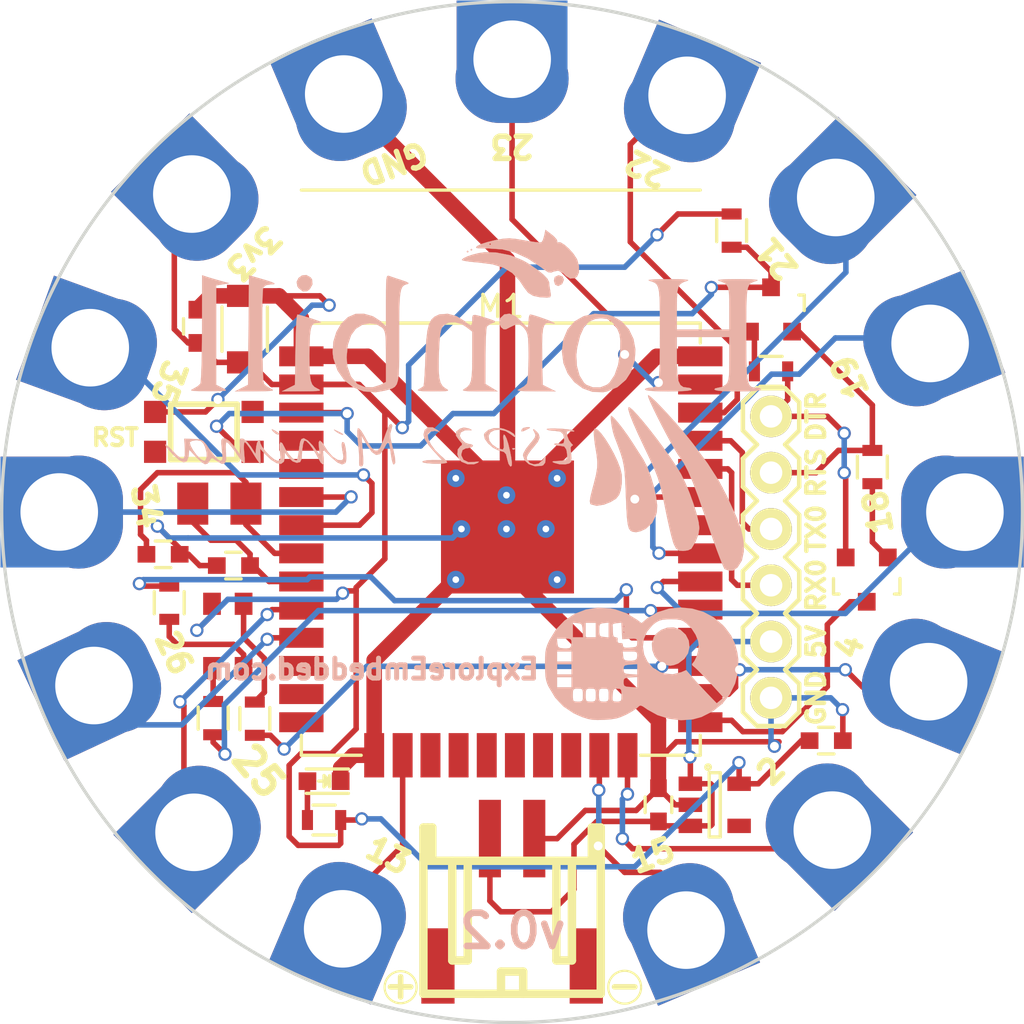
<source format=kicad_pcb>
(kicad_pcb (version 4) (host pcbnew "(2015-01-16 BZR 5376)-product")

  (general
    (links 101)
    (no_connects 0)
    (area 55.343667 119.525 113.312334 169.4783)
    (thickness 1.6)
    (drawings 30)
    (tracks 373)
    (zones 0)
    (modules 40)
    (nets 47)
  )

  (page A4)
  (layers
    (0 F.Cu signal)
    (31 B.Cu signal)
    (32 B.Adhes user)
    (33 F.Adhes user)
    (34 B.Paste user)
    (35 F.Paste user)
    (36 B.SilkS user)
    (37 F.SilkS user)
    (38 B.Mask user)
    (39 F.Mask user)
    (40 Dwgs.User user)
    (41 Cmts.User user)
    (42 Eco1.User user)
    (43 Eco2.User user)
    (44 Edge.Cuts user)
    (45 Margin user)
    (46 B.CrtYd user)
    (47 F.CrtYd user)
    (48 B.Fab user)
    (49 F.Fab user)
  )

  (setup
    (last_trace_width 0.25)
    (user_trace_width 0.7)
    (user_trace_width 1)
    (user_trace_width 1.2)
    (user_trace_width 1.5)
    (trace_clearance 0.2)
    (zone_clearance 0.5)
    (zone_45_only no)
    (trace_min 0.2)
    (segment_width 0.2)
    (edge_width 0.15)
    (via_size 0.6)
    (via_drill 0.4)
    (via_min_size 0.4)
    (via_min_drill 0.3)
    (uvia_size 0.3)
    (uvia_drill 0.1)
    (uvias_allowed no)
    (uvia_min_size 0.2)
    (uvia_min_drill 0.1)
    (pcb_text_width 0.3)
    (pcb_text_size 1.5 1.5)
    (mod_edge_width 0.15)
    (mod_text_size 1 1)
    (mod_text_width 0.15)
    (pad_size 5 4)
    (pad_drill 0)
    (pad_to_mask_clearance 0.2)
    (aux_axis_origin 0 0)
    (visible_elements 7FFFFF9F)
    (pcbplotparams
      (layerselection 0x00020_00000000)
      (usegerberextensions false)
      (excludeedgelayer false)
      (linewidth 0.100000)
      (plotframeref false)
      (viasonmask false)
      (mode 1)
      (useauxorigin false)
      (hpglpennumber 1)
      (hpglpenspeed 20)
      (hpglpendiameter 15)
      (hpglpenoverlay 2)
      (psnegative false)
      (psa4output false)
      (plotreference true)
      (plotvalue true)
      (plotinvisibletext false)
      (padsonsilk false)
      (subtractmaskfromsilk false)
      (outputformat 2)
      (mirror false)
      (drillshape 0)
      (scaleselection 1)
      (outputdirectory "Gerber File/"))
  )

  (net 0 "")
  (net 1 GND)
  (net 2 +3V3)
  (net 3 +5V)
  (net 4 "Net-(D3-Pad2)")
  (net 5 /EN)
  (net 6 /IO0)
  (net 7 "Net-(M1-Pad32)")
  (net 8 /RXD0)
  (net 9 /TXD0)
  (net 10 /RTS)
  (net 11 /DTR)
  (net 12 "Net-(Q3-Pad1)")
  (net 13 "Net-(Q4-Pad1)")
  (net 14 "Net-(R7-Pad2)")
  (net 15 "Net-(R8-Pad2)")
  (net 16 "Net-(R9-Pad2)")
  (net 17 "Net-(U1-Pad4)")
  (net 18 "Net-(C3-Pad1)")
  (net 19 "Net-(C4-Pad1)")
  (net 20 "Net-(M1-Pad4)")
  (net 21 "Net-(M1-Pad5)")
  (net 22 /13)
  (net 23 /2)
  (net 24 /4)
  (net 25 "Net-(M1-Pad17)")
  (net 26 /R)
  (net 27 /G)
  (net 28 /B)
  (net 29 "Net-(M1-Pad21)")
  (net 30 "Net-(M1-Pad22)")
  (net 31 "Net-(M1-Pad18)")
  (net 32 "Net-(M1-Pad19)")
  (net 33 "Net-(M1-Pad20)")
  (net 34 /34)
  (net 35 /35)
  (net 36 /25)
  (net 37 /26)
  (net 38 "Net-(M1-Pad12)")
  (net 39 "Net-(M1-Pad13)")
  (net 40 "Net-(M1-Pad14)")
  (net 41 /18)
  (net 42 /19)
  (net 43 /21)
  (net 44 /22)
  (net 45 /23)
  (net 46 /15)

  (net_class Default "This is the default net class."
    (clearance 0.2)
    (trace_width 0.25)
    (via_dia 0.6)
    (via_drill 0.4)
    (uvia_dia 0.3)
    (uvia_drill 0.1)
    (add_net +3V3)
    (add_net +5V)
    (add_net /13)
    (add_net /15)
    (add_net /18)
    (add_net /19)
    (add_net /2)
    (add_net /21)
    (add_net /22)
    (add_net /23)
    (add_net /25)
    (add_net /26)
    (add_net /34)
    (add_net /35)
    (add_net /4)
    (add_net /B)
    (add_net /DTR)
    (add_net /EN)
    (add_net /G)
    (add_net /IO0)
    (add_net /R)
    (add_net /RTS)
    (add_net /RXD0)
    (add_net /TXD0)
    (add_net GND)
    (add_net "Net-(C3-Pad1)")
    (add_net "Net-(C4-Pad1)")
    (add_net "Net-(D3-Pad2)")
    (add_net "Net-(M1-Pad12)")
    (add_net "Net-(M1-Pad13)")
    (add_net "Net-(M1-Pad14)")
    (add_net "Net-(M1-Pad17)")
    (add_net "Net-(M1-Pad18)")
    (add_net "Net-(M1-Pad19)")
    (add_net "Net-(M1-Pad20)")
    (add_net "Net-(M1-Pad21)")
    (add_net "Net-(M1-Pad22)")
    (add_net "Net-(M1-Pad32)")
    (add_net "Net-(M1-Pad4)")
    (add_net "Net-(M1-Pad5)")
    (add_net "Net-(Q3-Pad1)")
    (add_net "Net-(Q4-Pad1)")
    (add_net "Net-(R7-Pad2)")
    (add_net "Net-(R8-Pad2)")
    (add_net "Net-(R9-Pad2)")
    (add_net "Net-(U1-Pad4)")
  )

  (module Explore:smd_push2_New (layer F.Cu) (tedit 5901851A) (tstamp 59017768)
    (at 70.4215 140.9065)
    (descr "SMD Pushbutton 2")
    (path /5901850A)
    (autoplace_cost180 10)
    (fp_text reference SW1 (at 0 -3.59918) (layer F.SilkS) hide
      (effects (font (size 1.143 1.27) (thickness 0.1524)))
    )
    (fp_text value SW_PUSH (at 0 3.59918) (layer F.SilkS) hide
      (effects (font (size 1.143 1.27) (thickness 0.1524)))
    )
    (fp_line (start -1.5 -1.25) (end -1.5 1.25) (layer F.SilkS) (width 0.254))
    (fp_line (start -1.5 1.25) (end 1.5 1.25) (layer F.SilkS) (width 0.254))
    (fp_line (start 1.5 1.25) (end 1.5 -1.25) (layer F.SilkS) (width 0.254))
    (fp_line (start 1.5 -1.25) (end -1.5 -1.25) (layer F.SilkS) (width 0.254))
    (pad 1 smd rect (at -2.2 -0.9) (size 1.00076 1.00076) (layers F.Cu F.Paste F.Mask)
      (net 1 GND))
    (pad 2 smd rect (at 2.2 0.9) (size 1.00076 1.00076) (layers F.Cu F.Paste F.Mask)
      (net 5 /EN))
    (pad 3 smd rect (at -2.2 0.9) (size 1.00076 1.00076) (layers F.Cu F.Paste F.Mask))
    (pad 4 smd rect (at 2.2 -0.9) (size 1.00076 1.00076) (layers F.Cu F.Paste F.Mask))
    (model "Walter switch_3d/smd_push2.wrl"
      (at (xyz 0 0 0))
      (scale (xyz 0.8 0.8 1))
      (rotate (xyz 0 0 0))
    )
  )

  (module ESP32:ESP-32S (layer F.Cu) (tedit 587738AA) (tstamp 58737AD2)
    (at 83.82 142.748)
    (path /58739A58)
    (fp_text reference M1 (at 0 -7.5) (layer F.SilkS)
      (effects (font (size 1 1) (thickness 0.15)))
    )
    (fp_text value ESP-WROOM-32 (at 0 10.5) (layer F.Fab)
      (effects (font (size 1 1) (thickness 0.15)))
    )
    (fp_line (start -9 -6.75) (end -9 -5.85) (layer F.SilkS) (width 0.15))
    (fp_line (start 9 12.75) (end 9 11.85) (layer F.SilkS) (width 0.15))
    (fp_line (start -9 12.75) (end -9 11.85) (layer F.SilkS) (width 0.15))
    (fp_line (start -9 -6.75) (end 9 -6.75) (layer F.SilkS) (width 0.15))
    (fp_line (start 9 -6.75) (end 9 -5.85) (layer F.SilkS) (width 0.15))
    (fp_line (start 9 12.75) (end 6.3 12.75) (layer F.SilkS) (width 0.15))
    (fp_line (start -9 12.75) (end -6.3 12.75) (layer F.SilkS) (width 0.15))
    (fp_line (start -9 -12.75) (end -9 -6.75) (layer F.CrtYd) (width 0.15))
    (fp_line (start -9 -6.75) (end 9 -6.75) (layer F.CrtYd) (width 0.15))
    (fp_line (start 9 -6.75) (end 9 -12.75) (layer F.CrtYd) (width 0.15))
    (fp_line (start 9 -12.75) (end -9 -12.75) (layer F.CrtYd) (width 0.15))
    (fp_line (start -9 -6.75) (end 9 -6.75) (layer F.SilkS) (width 0.15))
    (fp_line (start -9 -12.75) (end 9 -12.75) (layer F.SilkS) (width 0.15))
    (pad 1 thru_hole circle (at -2.032 4.826) (size 0.8 0.8) (drill 0.3) (layers *.Cu *.Mask)
      (net 1 GND))
    (pad 1 thru_hole circle (at 2.54 4.826) (size 0.8 0.8) (drill 0.3) (layers *.Cu *.Mask)
      (net 1 GND))
    (pad 1 thru_hole circle (at 2.032 2.54) (size 0.8 0.8) (drill 0.3) (layers *.Cu *.Mask)
      (net 1 GND))
    (pad 1 thru_hole circle (at 0.254 1.016) (size 0.8 0.8) (drill 0.3) (layers *.Cu *.Mask)
      (net 1 GND))
    (pad 1 thru_hole circle (at 2.54 0.254) (size 0.8 0.8) (drill 0.3) (layers *.Cu *.Mask)
      (net 1 GND))
    (pad 1 thru_hole circle (at 0.254 2.54) (size 0.8 0.8) (drill 0.3) (layers *.Cu *.Mask)
      (net 1 GND))
    (pad 1 thru_hole circle (at -1.778 2.54) (size 0.8 0.8) (drill 0.3) (layers *.Cu *.Mask)
      (net 1 GND))
    (pad 1 smd rect (at -9 -5.25) (size 2 0.9) (layers F.Cu F.Paste F.Mask)
      (net 1 GND))
    (pad 2 smd rect (at -9 -3.98) (size 2 0.9) (layers F.Cu F.Paste F.Mask)
      (net 2 +3V3))
    (pad 3 smd rect (at -9 -2.71) (size 2 0.9) (layers F.Cu F.Paste F.Mask)
      (net 5 /EN))
    (pad 4 smd rect (at -9 -1.44) (size 2 0.9) (layers F.Cu F.Paste F.Mask)
      (net 20 "Net-(M1-Pad4)"))
    (pad 5 smd rect (at -9 -0.17) (size 2 0.9) (layers F.Cu F.Paste F.Mask)
      (net 21 "Net-(M1-Pad5)"))
    (pad 6 smd rect (at -9 1.1) (size 2 0.9) (layers F.Cu F.Paste F.Mask)
      (net 34 /34))
    (pad 7 smd rect (at -9 2.37) (size 2 0.9) (layers F.Cu F.Paste F.Mask)
      (net 35 /35))
    (pad 8 smd rect (at -9 3.64) (size 2 0.9) (layers F.Cu F.Paste F.Mask)
      (net 18 "Net-(C3-Pad1)"))
    (pad 9 smd rect (at -9 4.91) (size 2 0.9) (layers F.Cu F.Paste F.Mask)
      (net 19 "Net-(C4-Pad1)"))
    (pad 10 smd rect (at -9 6.18) (size 2 0.9) (layers F.Cu F.Paste F.Mask)
      (net 36 /25))
    (pad 11 smd rect (at -9 7.45) (size 2 0.9) (layers F.Cu F.Paste F.Mask)
      (net 37 /26))
    (pad 12 smd rect (at -9 8.72) (size 2 0.9) (layers F.Cu F.Paste F.Mask)
      (net 38 "Net-(M1-Pad12)"))
    (pad 13 smd rect (at -9 9.99) (size 2 0.9) (layers F.Cu F.Paste F.Mask)
      (net 39 "Net-(M1-Pad13)"))
    (pad 14 smd rect (at -9 11.26) (size 2 0.9) (layers F.Cu F.Paste F.Mask)
      (net 40 "Net-(M1-Pad14)"))
    (pad 38 smd rect (at 9 -5.25) (size 2 0.9) (layers F.Cu F.Paste F.Mask)
      (net 1 GND))
    (pad 25 smd rect (at 9 11.26) (size 2 0.9) (layers F.Cu F.Paste F.Mask)
      (net 6 /IO0))
    (pad 26 smd rect (at 9 9.99) (size 2 0.9) (layers F.Cu F.Paste F.Mask)
      (net 24 /4))
    (pad 27 smd rect (at 9 8.72) (size 2 0.9) (layers F.Cu F.Paste F.Mask)
      (net 28 /B))
    (pad 28 smd rect (at 9 7.45) (size 2 0.9) (layers F.Cu F.Paste F.Mask)
      (net 27 /G))
    (pad 29 smd rect (at 9 6.18) (size 2 0.9) (layers F.Cu F.Paste F.Mask)
      (net 26 /R))
    (pad 30 smd rect (at 9 4.91) (size 2 0.9) (layers F.Cu F.Paste F.Mask)
      (net 41 /18))
    (pad 31 smd rect (at 9 3.64) (size 2 0.9) (layers F.Cu F.Paste F.Mask)
      (net 42 /19))
    (pad 32 smd rect (at 9 2.37) (size 2 0.9) (layers F.Cu F.Paste F.Mask)
      (net 7 "Net-(M1-Pad32)"))
    (pad 33 smd rect (at 9 1.1) (size 2 0.9) (layers F.Cu F.Paste F.Mask)
      (net 43 /21))
    (pad 34 smd rect (at 9 -0.17) (size 2 0.9) (layers F.Cu F.Paste F.Mask)
      (net 8 /RXD0))
    (pad 35 smd rect (at 9 -1.44) (size 2 0.9) (layers F.Cu F.Paste F.Mask)
      (net 9 /TXD0))
    (pad 36 smd rect (at 9 -2.71) (size 2 0.9) (layers F.Cu F.Paste F.Mask)
      (net 44 /22))
    (pad 37 smd rect (at 9 -3.98) (size 2 0.9) (layers F.Cu F.Paste F.Mask)
      (net 45 /23))
    (pad 15 smd rect (at -5.715 12.75 90) (size 2 0.9) (layers F.Cu F.Paste F.Mask)
      (net 1 GND))
    (pad 16 smd rect (at -4.43 12.75 90) (size 2 0.9) (layers F.Cu F.Paste F.Mask)
      (net 22 /13))
    (pad 17 smd rect (at -3.175 12.75 90) (size 2 0.9) (layers F.Cu F.Paste F.Mask)
      (net 25 "Net-(M1-Pad17)"))
    (pad 18 smd rect (at -1.905 12.75 90) (size 2 0.9) (layers F.Cu F.Paste F.Mask)
      (net 31 "Net-(M1-Pad18)"))
    (pad 19 smd rect (at -0.635 12.75 90) (size 2 0.9) (layers F.Cu F.Paste F.Mask)
      (net 32 "Net-(M1-Pad19)"))
    (pad 20 smd rect (at 0.635 12.75 90) (size 2 0.9) (layers F.Cu F.Paste F.Mask)
      (net 33 "Net-(M1-Pad20)"))
    (pad 21 smd rect (at 1.905 12.75 90) (size 2 0.9) (layers F.Cu F.Paste F.Mask)
      (net 29 "Net-(M1-Pad21)"))
    (pad 22 smd rect (at 3.175 12.75 90) (size 2 0.9) (layers F.Cu F.Paste F.Mask)
      (net 30 "Net-(M1-Pad22)"))
    (pad 23 smd rect (at 4.445 12.75 90) (size 2 0.9) (layers F.Cu F.Paste F.Mask)
      (net 46 /15))
    (pad 24 smd rect (at 5.715 12.75 90) (size 2 0.9) (layers F.Cu F.Paste F.Mask)
      (net 23 /2))
    (pad 1 smd rect (at 0.3 2.45 90) (size 6 6) (layers F.Cu F.Paste F.Mask)
      (net 1 GND))
    (pad 1 thru_hole circle (at -2.032 0.254) (size 0.8 0.8) (drill 0.3) (layers *.Cu *.Mask)
      (net 1 GND))
  )

  (module conn:1X06 (layer F.Cu) (tedit 5875FF63) (tstamp 587CDC50)
    (at 96.012 152.908 90)
    (path /587B2248)
    (attr virtual)
    (fp_text reference P2 (at 1.8288 -2.4638 90) (layer B.SilkS) hide
      (effects (font (size 1.27 1.27) (thickness 0.127)) (justify mirror))
    )
    (fp_text value CONN_01X06 (at 2.54 2.54 90) (layer B.SilkS) hide
      (effects (font (size 1.27 1.27) (thickness 0.1016)) (justify mirror))
    )
    (fp_line (start 12.446 0.254) (end 12.954 0.254) (layer F.SilkS) (width 0.06604))
    (fp_line (start 12.954 0.254) (end 12.954 -0.254) (layer F.SilkS) (width 0.06604))
    (fp_line (start 12.446 -0.254) (end 12.954 -0.254) (layer F.SilkS) (width 0.06604))
    (fp_line (start 12.446 0.254) (end 12.446 -0.254) (layer F.SilkS) (width 0.06604))
    (fp_line (start 9.906 0.254) (end 10.414 0.254) (layer F.SilkS) (width 0.06604))
    (fp_line (start 10.414 0.254) (end 10.414 -0.254) (layer F.SilkS) (width 0.06604))
    (fp_line (start 9.906 -0.254) (end 10.414 -0.254) (layer F.SilkS) (width 0.06604))
    (fp_line (start 9.906 0.254) (end 9.906 -0.254) (layer F.SilkS) (width 0.06604))
    (fp_line (start 7.366 0.254) (end 7.874 0.254) (layer F.SilkS) (width 0.06604))
    (fp_line (start 7.874 0.254) (end 7.874 -0.254) (layer F.SilkS) (width 0.06604))
    (fp_line (start 7.366 -0.254) (end 7.874 -0.254) (layer F.SilkS) (width 0.06604))
    (fp_line (start 7.366 0.254) (end 7.366 -0.254) (layer F.SilkS) (width 0.06604))
    (fp_line (start 4.826 0.254) (end 5.334 0.254) (layer F.SilkS) (width 0.06604))
    (fp_line (start 5.334 0.254) (end 5.334 -0.254) (layer F.SilkS) (width 0.06604))
    (fp_line (start 4.826 -0.254) (end 5.334 -0.254) (layer F.SilkS) (width 0.06604))
    (fp_line (start 4.826 0.254) (end 4.826 -0.254) (layer F.SilkS) (width 0.06604))
    (fp_line (start 2.286 0.254) (end 2.794 0.254) (layer F.SilkS) (width 0.06604))
    (fp_line (start 2.794 0.254) (end 2.794 -0.254) (layer F.SilkS) (width 0.06604))
    (fp_line (start 2.286 -0.254) (end 2.794 -0.254) (layer F.SilkS) (width 0.06604))
    (fp_line (start 2.286 0.254) (end 2.286 -0.254) (layer F.SilkS) (width 0.06604))
    (fp_line (start 11.43 -0.635) (end 12.065 -1.27) (layer F.SilkS) (width 0.2032))
    (fp_line (start 12.065 -1.27) (end 13.335 -1.27) (layer F.SilkS) (width 0.2032))
    (fp_line (start 13.335 -1.27) (end 13.97 -0.635) (layer F.SilkS) (width 0.2032))
    (fp_line (start 13.97 0.635) (end 13.335 1.27) (layer F.SilkS) (width 0.2032))
    (fp_line (start 13.335 1.27) (end 12.065 1.27) (layer F.SilkS) (width 0.2032))
    (fp_line (start 12.065 1.27) (end 11.43 0.635) (layer F.SilkS) (width 0.2032))
    (fp_line (start 6.985 -1.27) (end 8.255 -1.27) (layer F.SilkS) (width 0.2032))
    (fp_line (start 8.255 -1.27) (end 8.89 -0.635) (layer F.SilkS) (width 0.2032))
    (fp_line (start 8.89 0.635) (end 8.255 1.27) (layer F.SilkS) (width 0.2032))
    (fp_line (start 8.89 -0.635) (end 9.525 -1.27) (layer F.SilkS) (width 0.2032))
    (fp_line (start 9.525 -1.27) (end 10.795 -1.27) (layer F.SilkS) (width 0.2032))
    (fp_line (start 10.795 -1.27) (end 11.43 -0.635) (layer F.SilkS) (width 0.2032))
    (fp_line (start 11.43 0.635) (end 10.795 1.27) (layer F.SilkS) (width 0.2032))
    (fp_line (start 10.795 1.27) (end 9.525 1.27) (layer F.SilkS) (width 0.2032))
    (fp_line (start 9.525 1.27) (end 8.89 0.635) (layer F.SilkS) (width 0.2032))
    (fp_line (start 3.81 -0.635) (end 4.445 -1.27) (layer F.SilkS) (width 0.2032))
    (fp_line (start 4.445 -1.27) (end 5.715 -1.27) (layer F.SilkS) (width 0.2032))
    (fp_line (start 5.715 -1.27) (end 6.35 -0.635) (layer F.SilkS) (width 0.2032))
    (fp_line (start 6.35 0.635) (end 5.715 1.27) (layer F.SilkS) (width 0.2032))
    (fp_line (start 5.715 1.27) (end 4.445 1.27) (layer F.SilkS) (width 0.2032))
    (fp_line (start 4.445 1.27) (end 3.81 0.635) (layer F.SilkS) (width 0.2032))
    (fp_line (start 6.985 -1.27) (end 6.35 -0.635) (layer F.SilkS) (width 0.2032))
    (fp_line (start 6.35 0.635) (end 6.985 1.27) (layer F.SilkS) (width 0.2032))
    (fp_line (start 8.255 1.27) (end 6.985 1.27) (layer F.SilkS) (width 0.2032))
    (fp_line (start -0.635 -1.27) (end 0.635 -1.27) (layer F.SilkS) (width 0.2032))
    (fp_line (start 0.635 -1.27) (end 1.27 -0.635) (layer F.SilkS) (width 0.2032))
    (fp_line (start 1.27 0.635) (end 0.635 1.27) (layer F.SilkS) (width 0.2032))
    (fp_line (start 1.27 -0.635) (end 1.905 -1.27) (layer F.SilkS) (width 0.2032))
    (fp_line (start 1.905 -1.27) (end 3.175 -1.27) (layer F.SilkS) (width 0.2032))
    (fp_line (start 3.175 -1.27) (end 3.81 -0.635) (layer F.SilkS) (width 0.2032))
    (fp_line (start 3.81 0.635) (end 3.175 1.27) (layer F.SilkS) (width 0.2032))
    (fp_line (start 3.175 1.27) (end 1.905 1.27) (layer F.SilkS) (width 0.2032))
    (fp_line (start 1.905 1.27) (end 1.27 0.635) (layer F.SilkS) (width 0.2032))
    (fp_line (start -1.27 -0.635) (end -1.27 0.635) (layer F.SilkS) (width 0.2032))
    (fp_line (start -0.635 -1.27) (end -1.27 -0.635) (layer F.SilkS) (width 0.2032))
    (fp_line (start -1.27 0.635) (end -0.635 1.27) (layer F.SilkS) (width 0.2032))
    (fp_line (start 0.635 1.27) (end -0.635 1.27) (layer F.SilkS) (width 0.2032))
    (fp_line (start 13.97 -0.635) (end 13.97 0.635) (layer F.SilkS) (width 0.2032))
    (pad 1 thru_hole circle (at 0 0 90) (size 1.8796 1.8796) (drill 1.016) (layers *.Cu *.Mask F.SilkS)
      (net 1 GND))
    (pad 2 thru_hole circle (at 2.54 0 90) (size 1.8796 1.8796) (drill 1.016) (layers *.Cu *.Mask F.SilkS)
      (net 3 +5V))
    (pad 3 thru_hole circle (at 5.08 0 90) (size 1.8796 1.8796) (drill 1.016) (layers *.Cu *.Mask F.SilkS)
      (net 8 /RXD0))
    (pad 4 thru_hole circle (at 7.62 0 90) (size 1.8796 1.8796) (drill 1.016) (layers *.Cu *.Mask F.SilkS)
      (net 9 /TXD0))
    (pad 5 thru_hole circle (at 10.16 0 90) (size 1.8796 1.8796) (drill 1.016) (layers *.Cu *.Mask F.SilkS)
      (net 10 /RTS))
    (pad 6 thru_hole circle (at 12.7 0 90) (size 1.8796 1.8796) (drill 1.016) (layers *.Cu *.Mask F.SilkS)
      (net 11 /DTR))
  )

  (module Capacitors_SMD:C_1206 (layer F.Cu) (tedit 5875E456) (tstamp 58737A2F)
    (at 72.263 136.271 90)
    (descr "Capacitor SMD 1206, reflow soldering, AVX (see smccp.pdf)")
    (tags "capacitor 1206")
    (path /58739AA0)
    (attr smd)
    (fp_text reference C1 (at 0 -2.3 90) (layer F.SilkS) hide
      (effects (font (size 1 1) (thickness 0.15)))
    )
    (fp_text value 100uF (at 0 2.3 90) (layer F.Fab) hide
      (effects (font (size 1 1) (thickness 0.15)))
    )
    (fp_line (start -2.3 -1.15) (end 2.3 -1.15) (layer F.CrtYd) (width 0.05))
    (fp_line (start -2.3 1.15) (end 2.3 1.15) (layer F.CrtYd) (width 0.05))
    (fp_line (start -2.3 -1.15) (end -2.3 1.15) (layer F.CrtYd) (width 0.05))
    (fp_line (start 2.3 -1.15) (end 2.3 1.15) (layer F.CrtYd) (width 0.05))
    (fp_line (start 1 -1.025) (end -1 -1.025) (layer F.SilkS) (width 0.15))
    (fp_line (start -1 1.025) (end 1 1.025) (layer F.SilkS) (width 0.15))
    (pad 1 smd rect (at -1.5 0 90) (size 1 1.6) (layers F.Cu F.Paste F.Mask)
      (net 2 +3V3))
    (pad 2 smd rect (at 1.5 0 90) (size 1 1.6) (layers F.Cu F.Paste F.Mask)
      (net 1 GND))
    (model Capacitors_SMD.3dshapes/C_1206.wrl
      (at (xyz 0 0 0))
      (scale (xyz 1 1 1))
      (rotate (xyz 0 0 0))
    )
  )

  (module Capacitors_SMD:C_0603 (layer F.Cu) (tedit 5875E463) (tstamp 58737A35)
    (at 70.104 136.144 90)
    (descr "Capacitor SMD 0603, reflow soldering, AVX (see smccp.pdf)")
    (tags "capacitor 0603")
    (path /58739A59)
    (attr smd)
    (fp_text reference C2 (at 0 -1.9 90) (layer F.SilkS) hide
      (effects (font (size 1 1) (thickness 0.15)))
    )
    (fp_text value 100nF (at 0 1.9 90) (layer F.Fab) hide
      (effects (font (size 1 1) (thickness 0.15)))
    )
    (fp_line (start -1.45 -0.75) (end 1.45 -0.75) (layer F.CrtYd) (width 0.05))
    (fp_line (start -1.45 0.75) (end 1.45 0.75) (layer F.CrtYd) (width 0.05))
    (fp_line (start -1.45 -0.75) (end -1.45 0.75) (layer F.CrtYd) (width 0.05))
    (fp_line (start 1.45 -0.75) (end 1.45 0.75) (layer F.CrtYd) (width 0.05))
    (fp_line (start -0.35 -0.6) (end 0.35 -0.6) (layer F.SilkS) (width 0.15))
    (fp_line (start 0.35 0.6) (end -0.35 0.6) (layer F.SilkS) (width 0.15))
    (pad 1 smd rect (at -0.75 0 90) (size 0.8 0.75) (layers F.Cu F.Paste F.Mask)
      (net 2 +3V3))
    (pad 2 smd rect (at 0.75 0 90) (size 0.8 0.75) (layers F.Cu F.Paste F.Mask)
      (net 1 GND))
    (model Capacitors_SMD.3dshapes/C_0603.wrl
      (at (xyz 0 0 0))
      (scale (xyz 1 1 1))
      (rotate (xyz 0 0 0))
    )
  )

  (module Capacitors_SMD:C_0603 (layer F.Cu) (tedit 5875E798) (tstamp 58737A3B)
    (at 68.58 146.431)
    (descr "Capacitor SMD 0603, reflow soldering, AVX (see smccp.pdf)")
    (tags "capacitor 0603")
    (path /58739AA4)
    (attr smd)
    (fp_text reference C3 (at 0 -1.9) (layer F.SilkS) hide
      (effects (font (size 1 1) (thickness 0.15)))
    )
    (fp_text value 15pF (at 0 1.9) (layer F.Fab) hide
      (effects (font (size 1 1) (thickness 0.15)))
    )
    (fp_line (start -1.45 -0.75) (end 1.45 -0.75) (layer F.CrtYd) (width 0.05))
    (fp_line (start -1.45 0.75) (end 1.45 0.75) (layer F.CrtYd) (width 0.05))
    (fp_line (start -1.45 -0.75) (end -1.45 0.75) (layer F.CrtYd) (width 0.05))
    (fp_line (start 1.45 -0.75) (end 1.45 0.75) (layer F.CrtYd) (width 0.05))
    (fp_line (start -0.35 -0.6) (end 0.35 -0.6) (layer F.SilkS) (width 0.15))
    (fp_line (start 0.35 0.6) (end -0.35 0.6) (layer F.SilkS) (width 0.15))
    (pad 1 smd rect (at -0.75 0) (size 0.8 0.75) (layers F.Cu F.Paste F.Mask)
      (net 18 "Net-(C3-Pad1)"))
    (pad 2 smd rect (at 0.75 0) (size 0.8 0.75) (layers F.Cu F.Paste F.Mask)
      (net 1 GND))
    (model Capacitors_SMD.3dshapes/C_0603.wrl
      (at (xyz 0 0 0))
      (scale (xyz 1 1 1))
      (rotate (xyz 0 0 0))
    )
  )

  (module Capacitors_SMD:C_0603 (layer F.Cu) (tedit 5875E482) (tstamp 58737A41)
    (at 71.755 146.939 180)
    (descr "Capacitor SMD 0603, reflow soldering, AVX (see smccp.pdf)")
    (tags "capacitor 0603")
    (path /58739AA5)
    (attr smd)
    (fp_text reference C4 (at 0 -1.9 180) (layer F.SilkS) hide
      (effects (font (size 1 1) (thickness 0.15)))
    )
    (fp_text value 15pF (at 0 1.9 180) (layer F.Fab) hide
      (effects (font (size 1 1) (thickness 0.15)))
    )
    (fp_line (start -1.45 -0.75) (end 1.45 -0.75) (layer F.CrtYd) (width 0.05))
    (fp_line (start -1.45 0.75) (end 1.45 0.75) (layer F.CrtYd) (width 0.05))
    (fp_line (start -1.45 -0.75) (end -1.45 0.75) (layer F.CrtYd) (width 0.05))
    (fp_line (start 1.45 -0.75) (end 1.45 0.75) (layer F.CrtYd) (width 0.05))
    (fp_line (start -0.35 -0.6) (end 0.35 -0.6) (layer F.SilkS) (width 0.15))
    (fp_line (start 0.35 0.6) (end -0.35 0.6) (layer F.SilkS) (width 0.15))
    (pad 1 smd rect (at -0.75 0 180) (size 0.8 0.75) (layers F.Cu F.Paste F.Mask)
      (net 19 "Net-(C4-Pad1)"))
    (pad 2 smd rect (at 0.75 0 180) (size 0.8 0.75) (layers F.Cu F.Paste F.Mask)
      (net 1 GND))
    (model Capacitors_SMD.3dshapes/C_0603.wrl
      (at (xyz 0 0 0))
      (scale (xyz 1 1 1))
      (rotate (xyz 0 0 0))
    )
  )

  (module Capacitors_SMD:C_0603 (layer F.Cu) (tedit 5875E50F) (tstamp 58737A47)
    (at 90.932 157.734 90)
    (descr "Capacitor SMD 0603, reflow soldering, AVX (see smccp.pdf)")
    (tags "capacitor 0603")
    (path /58739A7A)
    (attr smd)
    (fp_text reference C5 (at 0 -1.9 90) (layer F.SilkS) hide
      (effects (font (size 1 1) (thickness 0.15)))
    )
    (fp_text value 1uF (at 0 1.9 90) (layer F.Fab) hide
      (effects (font (size 1 1) (thickness 0.15)))
    )
    (fp_line (start -1.45 -0.75) (end 1.45 -0.75) (layer F.CrtYd) (width 0.05))
    (fp_line (start -1.45 0.75) (end 1.45 0.75) (layer F.CrtYd) (width 0.05))
    (fp_line (start -1.45 -0.75) (end -1.45 0.75) (layer F.CrtYd) (width 0.05))
    (fp_line (start 1.45 -0.75) (end 1.45 0.75) (layer F.CrtYd) (width 0.05))
    (fp_line (start -0.35 -0.6) (end 0.35 -0.6) (layer F.SilkS) (width 0.15))
    (fp_line (start 0.35 0.6) (end -0.35 0.6) (layer F.SilkS) (width 0.15))
    (pad 1 smd rect (at -0.75 0 90) (size 0.8 0.75) (layers F.Cu F.Paste F.Mask)
      (net 3 +5V))
    (pad 2 smd rect (at 0.75 0 90) (size 0.8 0.75) (layers F.Cu F.Paste F.Mask)
      (net 1 GND))
    (model Capacitors_SMD.3dshapes/C_0603.wrl
      (at (xyz 0 0 0))
      (scale (xyz 1 1 1))
      (rotate (xyz 0 0 0))
    )
  )

  (module Capacitors_SMD:C_0603 (layer F.Cu) (tedit 5875E529) (tstamp 58737A4D)
    (at 98.5012 154.8384)
    (descr "Capacitor SMD 0603, reflow soldering, AVX (see smccp.pdf)")
    (tags "capacitor 0603")
    (path /58739A7D)
    (attr smd)
    (fp_text reference C6 (at 0 -1.9) (layer F.SilkS) hide
      (effects (font (size 1 1) (thickness 0.15)))
    )
    (fp_text value 2.2uF (at 0 1.9) (layer F.Fab)
      (effects (font (size 1 1) (thickness 0.15)))
    )
    (fp_line (start -1.45 -0.75) (end 1.45 -0.75) (layer F.CrtYd) (width 0.05))
    (fp_line (start -1.45 0.75) (end 1.45 0.75) (layer F.CrtYd) (width 0.05))
    (fp_line (start -1.45 -0.75) (end -1.45 0.75) (layer F.CrtYd) (width 0.05))
    (fp_line (start 1.45 -0.75) (end 1.45 0.75) (layer F.CrtYd) (width 0.05))
    (fp_line (start -0.35 -0.6) (end 0.35 -0.6) (layer F.SilkS) (width 0.15))
    (fp_line (start 0.35 0.6) (end -0.35 0.6) (layer F.SilkS) (width 0.15))
    (pad 1 smd rect (at -0.75 0) (size 0.8 0.75) (layers F.Cu F.Paste F.Mask)
      (net 2 +3V3))
    (pad 2 smd rect (at 0.75 0) (size 0.8 0.75) (layers F.Cu F.Paste F.Mask)
      (net 1 GND))
    (model Capacitors_SMD.3dshapes/C_0603.wrl
      (at (xyz 0 0 0))
      (scale (xyz 1 1 1))
      (rotate (xyz 0 0 0))
    )
  )

  (module LEDs:LED-0603 (layer F.Cu) (tedit 5875E4EB) (tstamp 58737A7E)
    (at 75.8444 156.6672 180)
    (descr "LED 0603 smd package")
    (tags "LED led 0603 SMD smd SMT smt smdled SMDLED smtled SMTLED")
    (path /58739A53)
    (attr smd)
    (fp_text reference D3 (at 0 -1.5 180) (layer F.SilkS) hide
      (effects (font (size 1 1) (thickness 0.15)))
    )
    (fp_text value LED (at 0 1.5 180) (layer F.Fab) hide
      (effects (font (size 1 1) (thickness 0.15)))
    )
    (fp_line (start -1.1 0.55) (end 0.8 0.55) (layer F.SilkS) (width 0.15))
    (fp_line (start -1.1 -0.55) (end 0.8 -0.55) (layer F.SilkS) (width 0.15))
    (fp_line (start -0.2 0) (end 0.25 0) (layer F.SilkS) (width 0.15))
    (fp_line (start -0.25 -0.25) (end -0.25 0.25) (layer F.SilkS) (width 0.15))
    (fp_line (start -0.25 0) (end 0 -0.25) (layer F.SilkS) (width 0.15))
    (fp_line (start 0 -0.25) (end 0 0.25) (layer F.SilkS) (width 0.15))
    (fp_line (start 0 0.25) (end -0.25 0) (layer F.SilkS) (width 0.15))
    (fp_line (start 1.4 -0.75) (end 1.4 0.75) (layer F.CrtYd) (width 0.05))
    (fp_line (start 1.4 0.75) (end -1.4 0.75) (layer F.CrtYd) (width 0.05))
    (fp_line (start -1.4 0.75) (end -1.4 -0.75) (layer F.CrtYd) (width 0.05))
    (fp_line (start -1.4 -0.75) (end 1.4 -0.75) (layer F.CrtYd) (width 0.05))
    (pad 2 smd rect (at 0.7493 0) (size 0.79756 0.79756) (layers F.Cu F.Paste F.Mask)
      (net 4 "Net-(D3-Pad2)"))
    (pad 1 smd rect (at -0.7493 0) (size 0.79756 0.79756) (layers F.Cu F.Paste F.Mask)
      (net 1 GND))
  )

  (module TO_SOT_Packages_SMD:SOT-23 (layer F.Cu) (tedit 5875E549) (tstamp 58737AF9)
    (at 96.012 135.382)
    (descr "SOT-23, Standard")
    (tags SOT-23)
    (path /58739A8D)
    (attr smd)
    (fp_text reference Q3 (at 0 -2.25) (layer F.SilkS) hide
      (effects (font (size 1 1) (thickness 0.15)))
    )
    (fp_text value S8050 (at 0 2.3) (layer F.Fab)
      (effects (font (size 1 1) (thickness 0.15)))
    )
    (fp_line (start -1.65 -1.6) (end 1.65 -1.6) (layer F.CrtYd) (width 0.05))
    (fp_line (start 1.65 -1.6) (end 1.65 1.6) (layer F.CrtYd) (width 0.05))
    (fp_line (start 1.65 1.6) (end -1.65 1.6) (layer F.CrtYd) (width 0.05))
    (fp_line (start -1.65 1.6) (end -1.65 -1.6) (layer F.CrtYd) (width 0.05))
    (fp_line (start 1.29916 -0.65024) (end 1.2509 -0.65024) (layer F.SilkS) (width 0.15))
    (fp_line (start -1.49982 0.0508) (end -1.49982 -0.65024) (layer F.SilkS) (width 0.15))
    (fp_line (start -1.49982 -0.65024) (end -1.2509 -0.65024) (layer F.SilkS) (width 0.15))
    (fp_line (start 1.29916 -0.65024) (end 1.49982 -0.65024) (layer F.SilkS) (width 0.15))
    (fp_line (start 1.49982 -0.65024) (end 1.49982 0.0508) (layer F.SilkS) (width 0.15))
    (pad 1 smd rect (at -0.95 1.00076) (size 0.8001 0.8001) (layers F.Cu F.Paste F.Mask)
      (net 12 "Net-(Q3-Pad1)"))
    (pad 2 smd rect (at 0.95 1.00076) (size 0.8001 0.8001) (layers F.Cu F.Paste F.Mask)
      (net 10 /RTS))
    (pad 3 smd rect (at 0 -0.99822) (size 0.8001 0.8001) (layers F.Cu F.Paste F.Mask)
      (net 5 /EN))
    (model TO_SOT_Packages_SMD.3dshapes/SOT-23.wrl
      (at (xyz 0 0 0))
      (scale (xyz 1 1 1))
      (rotate (xyz 0 0 0))
    )
  )

  (module TO_SOT_Packages_SMD:SOT-23 (layer F.Cu) (tedit 5875E52F) (tstamp 58737B00)
    (at 100.33 147.574 180)
    (descr "SOT-23, Standard")
    (tags SOT-23)
    (path /58739A8E)
    (attr smd)
    (fp_text reference Q4 (at 0 -2.25 180) (layer F.SilkS) hide
      (effects (font (size 1 1) (thickness 0.15)))
    )
    (fp_text value S8050 (at 0 2.3 180) (layer F.Fab)
      (effects (font (size 1 1) (thickness 0.15)))
    )
    (fp_line (start -1.65 -1.6) (end 1.65 -1.6) (layer F.CrtYd) (width 0.05))
    (fp_line (start 1.65 -1.6) (end 1.65 1.6) (layer F.CrtYd) (width 0.05))
    (fp_line (start 1.65 1.6) (end -1.65 1.6) (layer F.CrtYd) (width 0.05))
    (fp_line (start -1.65 1.6) (end -1.65 -1.6) (layer F.CrtYd) (width 0.05))
    (fp_line (start 1.29916 -0.65024) (end 1.2509 -0.65024) (layer F.SilkS) (width 0.15))
    (fp_line (start -1.49982 0.0508) (end -1.49982 -0.65024) (layer F.SilkS) (width 0.15))
    (fp_line (start -1.49982 -0.65024) (end -1.2509 -0.65024) (layer F.SilkS) (width 0.15))
    (fp_line (start 1.29916 -0.65024) (end 1.49982 -0.65024) (layer F.SilkS) (width 0.15))
    (fp_line (start 1.49982 -0.65024) (end 1.49982 0.0508) (layer F.SilkS) (width 0.15))
    (pad 1 smd rect (at -0.95 1.00076 180) (size 0.8001 0.8001) (layers F.Cu F.Paste F.Mask)
      (net 13 "Net-(Q4-Pad1)"))
    (pad 2 smd rect (at 0.95 1.00076 180) (size 0.8001 0.8001) (layers F.Cu F.Paste F.Mask)
      (net 11 /DTR))
    (pad 3 smd rect (at 0 -0.99822 180) (size 0.8001 0.8001) (layers F.Cu F.Paste F.Mask)
      (net 6 /IO0))
    (model TO_SOT_Packages_SMD.3dshapes/SOT-23.wrl
      (at (xyz 0 0 0))
      (scale (xyz 1 1 1))
      (rotate (xyz 0 0 0))
    )
  )

  (module Resistors_SMD:R_0603 (layer F.Cu) (tedit 5875E46D) (tstamp 58737B06)
    (at 94.234 131.826 270)
    (descr "Resistor SMD 0603, reflow soldering, Vishay (see dcrcw.pdf)")
    (tags "resistor 0603")
    (path /59019E25)
    (attr smd)
    (fp_text reference R1 (at 0 -1.9 270) (layer F.SilkS) hide
      (effects (font (size 1 1) (thickness 0.15)))
    )
    (fp_text value 10k (at 0 1.9 270) (layer F.Fab) hide
      (effects (font (size 1 1) (thickness 0.15)))
    )
    (fp_line (start -1.3 -0.8) (end 1.3 -0.8) (layer F.CrtYd) (width 0.05))
    (fp_line (start -1.3 0.8) (end 1.3 0.8) (layer F.CrtYd) (width 0.05))
    (fp_line (start -1.3 -0.8) (end -1.3 0.8) (layer F.CrtYd) (width 0.05))
    (fp_line (start 1.3 -0.8) (end 1.3 0.8) (layer F.CrtYd) (width 0.05))
    (fp_line (start 0.5 0.675) (end -0.5 0.675) (layer F.SilkS) (width 0.15))
    (fp_line (start -0.5 -0.675) (end 0.5 -0.675) (layer F.SilkS) (width 0.15))
    (pad 1 smd rect (at -0.75 0 270) (size 0.5 0.9) (layers F.Cu F.Paste F.Mask)
      (net 2 +3V3))
    (pad 2 smd rect (at 0.75 0 270) (size 0.5 0.9) (layers F.Cu F.Paste F.Mask)
      (net 5 /EN))
    (model Resistors_SMD.3dshapes/R_0603.wrl
      (at (xyz 0 0 0))
      (scale (xyz 1 1 1))
      (rotate (xyz 0 0 0))
    )
  )

  (module Resistors_SMD:R_0603 (layer F.Cu) (tedit 5875E4D3) (tstamp 58737B1E)
    (at 75.8444 158.4198)
    (descr "Resistor SMD 0603, reflow soldering, Vishay (see dcrcw.pdf)")
    (tags "resistor 0603")
    (path /58739A52)
    (attr smd)
    (fp_text reference R5 (at 0 -1.9) (layer F.SilkS) hide
      (effects (font (size 1 1) (thickness 0.15)))
    )
    (fp_text value 1K (at 0 1.9) (layer F.Fab) hide
      (effects (font (size 1 1) (thickness 0.15)))
    )
    (fp_line (start -1.3 -0.8) (end 1.3 -0.8) (layer F.CrtYd) (width 0.05))
    (fp_line (start -1.3 0.8) (end 1.3 0.8) (layer F.CrtYd) (width 0.05))
    (fp_line (start -1.3 -0.8) (end -1.3 0.8) (layer F.CrtYd) (width 0.05))
    (fp_line (start 1.3 -0.8) (end 1.3 0.8) (layer F.CrtYd) (width 0.05))
    (fp_line (start 0.5 0.675) (end -0.5 0.675) (layer F.SilkS) (width 0.15))
    (fp_line (start -0.5 -0.675) (end 0.5 -0.675) (layer F.SilkS) (width 0.15))
    (pad 1 smd rect (at -0.75 0) (size 0.5 0.9) (layers F.Cu F.Paste F.Mask)
      (net 4 "Net-(D3-Pad2)"))
    (pad 2 smd rect (at 0.75 0) (size 0.5 0.9) (layers F.Cu F.Paste F.Mask)
      (net 2 +3V3))
    (model Resistors_SMD.3dshapes/R_0603.wrl
      (at (xyz 0 0 0))
      (scale (xyz 1 1 1))
      (rotate (xyz 0 0 0))
    )
  )

  (module Resistors_SMD:R_0603 (layer F.Cu) (tedit 5875E49D) (tstamp 58737B2A)
    (at 70.8406 153.8224 90)
    (descr "Resistor SMD 0603, reflow soldering, Vishay (see dcrcw.pdf)")
    (tags "resistor 0603")
    (path /582994C0)
    (attr smd)
    (fp_text reference R7 (at 0 -1.9 90) (layer F.SilkS) hide
      (effects (font (size 1 1) (thickness 0.15)))
    )
    (fp_text value 150E (at 0 1.9 90) (layer F.Fab) hide
      (effects (font (size 1 1) (thickness 0.15)))
    )
    (fp_line (start -1.3 -0.8) (end 1.3 -0.8) (layer F.CrtYd) (width 0.05))
    (fp_line (start -1.3 0.8) (end 1.3 0.8) (layer F.CrtYd) (width 0.05))
    (fp_line (start -1.3 -0.8) (end -1.3 0.8) (layer F.CrtYd) (width 0.05))
    (fp_line (start 1.3 -0.8) (end 1.3 0.8) (layer F.CrtYd) (width 0.05))
    (fp_line (start 0.5 0.675) (end -0.5 0.675) (layer F.SilkS) (width 0.15))
    (fp_line (start -0.5 -0.675) (end 0.5 -0.675) (layer F.SilkS) (width 0.15))
    (pad 1 smd rect (at -0.75 0 90) (size 0.5 0.9) (layers F.Cu F.Paste F.Mask)
      (net 26 /R))
    (pad 2 smd rect (at 0.75 0 90) (size 0.5 0.9) (layers F.Cu F.Paste F.Mask)
      (net 14 "Net-(R7-Pad2)"))
    (model Resistors_SMD.3dshapes/R_0603.wrl
      (at (xyz 0 0 0))
      (scale (xyz 1 1 1))
      (rotate (xyz 0 0 0))
    )
  )

  (module Resistors_SMD:R_0603 (layer F.Cu) (tedit 5875E4BA) (tstamp 58737B30)
    (at 68.8594 148.6154 270)
    (descr "Resistor SMD 0603, reflow soldering, Vishay (see dcrcw.pdf)")
    (tags "resistor 0603")
    (path /582994C1)
    (attr smd)
    (fp_text reference R8 (at 0 -1.9 270) (layer F.SilkS) hide
      (effects (font (size 1 1) (thickness 0.15)))
    )
    (fp_text value 100E (at 4.826 1.524 270) (layer F.Fab) hide
      (effects (font (size 1 1) (thickness 0.15)))
    )
    (fp_line (start -1.3 -0.8) (end 1.3 -0.8) (layer F.CrtYd) (width 0.05))
    (fp_line (start -1.3 0.8) (end 1.3 0.8) (layer F.CrtYd) (width 0.05))
    (fp_line (start -1.3 -0.8) (end -1.3 0.8) (layer F.CrtYd) (width 0.05))
    (fp_line (start 1.3 -0.8) (end 1.3 0.8) (layer F.CrtYd) (width 0.05))
    (fp_line (start 0.5 0.675) (end -0.5 0.675) (layer F.SilkS) (width 0.15))
    (fp_line (start -0.5 -0.675) (end 0.5 -0.675) (layer F.SilkS) (width 0.15))
    (pad 1 smd rect (at -0.75 0 270) (size 0.5 0.9) (layers F.Cu F.Paste F.Mask)
      (net 27 /G))
    (pad 2 smd rect (at 0.75 0 270) (size 0.5 0.9) (layers F.Cu F.Paste F.Mask)
      (net 15 "Net-(R8-Pad2)"))
    (model Resistors_SMD.3dshapes/R_0603.wrl
      (at (xyz 0 0 0))
      (scale (xyz 1 1 1))
      (rotate (xyz 0 0 0))
    )
  )

  (module Resistors_SMD:R_0603 (layer F.Cu) (tedit 5875E4A5) (tstamp 58737B36)
    (at 72.7202 153.8478 90)
    (descr "Resistor SMD 0603, reflow soldering, Vishay (see dcrcw.pdf)")
    (tags "resistor 0603")
    (path /582994C2)
    (attr smd)
    (fp_text reference R9 (at 0 -1.9 90) (layer F.SilkS) hide
      (effects (font (size 1 1) (thickness 0.15)))
    )
    (fp_text value 100E (at 0 1.9 90) (layer F.Fab) hide
      (effects (font (size 1 1) (thickness 0.15)))
    )
    (fp_line (start -1.3 -0.8) (end 1.3 -0.8) (layer F.CrtYd) (width 0.05))
    (fp_line (start -1.3 0.8) (end 1.3 0.8) (layer F.CrtYd) (width 0.05))
    (fp_line (start -1.3 -0.8) (end -1.3 0.8) (layer F.CrtYd) (width 0.05))
    (fp_line (start 1.3 -0.8) (end 1.3 0.8) (layer F.CrtYd) (width 0.05))
    (fp_line (start 0.5 0.675) (end -0.5 0.675) (layer F.SilkS) (width 0.15))
    (fp_line (start -0.5 -0.675) (end 0.5 -0.675) (layer F.SilkS) (width 0.15))
    (pad 1 smd rect (at -0.75 0 90) (size 0.5 0.9) (layers F.Cu F.Paste F.Mask)
      (net 28 /B))
    (pad 2 smd rect (at 0.75 0 90) (size 0.5 0.9) (layers F.Cu F.Paste F.Mask)
      (net 16 "Net-(R9-Pad2)"))
    (model Resistors_SMD.3dshapes/R_0603.wrl
      (at (xyz 0 0 0))
      (scale (xyz 1 1 1))
      (rotate (xyz 0 0 0))
    )
  )

  (module Resistors_SMD:R_0603 (layer F.Cu) (tedit 5875E53B) (tstamp 58737B42)
    (at 96.012 138.176)
    (descr "Resistor SMD 0603, reflow soldering, Vishay (see dcrcw.pdf)")
    (tags "resistor 0603")
    (path /58739A8F)
    (attr smd)
    (fp_text reference R11 (at 0 -1.9) (layer F.SilkS) hide
      (effects (font (size 1 1) (thickness 0.15)))
    )
    (fp_text value 12K (at 0 1.9) (layer F.Fab)
      (effects (font (size 1 1) (thickness 0.15)))
    )
    (fp_line (start -1.3 -0.8) (end 1.3 -0.8) (layer F.CrtYd) (width 0.05))
    (fp_line (start -1.3 0.8) (end 1.3 0.8) (layer F.CrtYd) (width 0.05))
    (fp_line (start -1.3 -0.8) (end -1.3 0.8) (layer F.CrtYd) (width 0.05))
    (fp_line (start 1.3 -0.8) (end 1.3 0.8) (layer F.CrtYd) (width 0.05))
    (fp_line (start 0.5 0.675) (end -0.5 0.675) (layer F.SilkS) (width 0.15))
    (fp_line (start -0.5 -0.675) (end 0.5 -0.675) (layer F.SilkS) (width 0.15))
    (pad 1 smd rect (at -0.75 0) (size 0.5 0.9) (layers F.Cu F.Paste F.Mask)
      (net 12 "Net-(Q3-Pad1)"))
    (pad 2 smd rect (at 0.75 0) (size 0.5 0.9) (layers F.Cu F.Paste F.Mask)
      (net 11 /DTR))
    (model Resistors_SMD.3dshapes/R_0603.wrl
      (at (xyz 0 0 0))
      (scale (xyz 1 1 1))
      (rotate (xyz 0 0 0))
    )
  )

  (module Resistors_SMD:R_0603 (layer F.Cu) (tedit 5875E537) (tstamp 58737B48)
    (at 100.584 142.494 90)
    (descr "Resistor SMD 0603, reflow soldering, Vishay (see dcrcw.pdf)")
    (tags "resistor 0603")
    (path /58739A90)
    (attr smd)
    (fp_text reference R12 (at 0 -1.9 90) (layer F.SilkS) hide
      (effects (font (size 1 1) (thickness 0.15)))
    )
    (fp_text value 12K (at 0 1.9 90) (layer F.Fab)
      (effects (font (size 1 1) (thickness 0.15)))
    )
    (fp_line (start -1.3 -0.8) (end 1.3 -0.8) (layer F.CrtYd) (width 0.05))
    (fp_line (start -1.3 0.8) (end 1.3 0.8) (layer F.CrtYd) (width 0.05))
    (fp_line (start -1.3 -0.8) (end -1.3 0.8) (layer F.CrtYd) (width 0.05))
    (fp_line (start 1.3 -0.8) (end 1.3 0.8) (layer F.CrtYd) (width 0.05))
    (fp_line (start 0.5 0.675) (end -0.5 0.675) (layer F.SilkS) (width 0.15))
    (fp_line (start -0.5 -0.675) (end 0.5 -0.675) (layer F.SilkS) (width 0.15))
    (pad 1 smd rect (at -0.75 0 90) (size 0.5 0.9) (layers F.Cu F.Paste F.Mask)
      (net 13 "Net-(Q4-Pad1)"))
    (pad 2 smd rect (at 0.75 0 90) (size 0.5 0.9) (layers F.Cu F.Paste F.Mask)
      (net 10 /RTS))
    (model Resistors_SMD.3dshapes/R_0603.wrl
      (at (xyz 0 0 0))
      (scale (xyz 1 1 1))
      (rotate (xyz 0 0 0))
    )
  )

  (module TO_SOT_Packages_SMD:SOT-23-5 (layer F.Cu) (tedit 5875E516) (tstamp 58737B67)
    (at 93.472 157.734)
    (descr "5-pin SOT23 package")
    (tags SOT-23-5)
    (path /58739A78)
    (attr smd)
    (fp_text reference U1 (at -0.05 -2.55) (layer F.SilkS) hide
      (effects (font (size 1 1) (thickness 0.15)))
    )
    (fp_text value AP2112K (at -0.05 2.35) (layer F.Fab)
      (effects (font (size 1 1) (thickness 0.15)))
    )
    (fp_line (start -1.8 -1.6) (end 1.8 -1.6) (layer F.CrtYd) (width 0.05))
    (fp_line (start 1.8 -1.6) (end 1.8 1.6) (layer F.CrtYd) (width 0.05))
    (fp_line (start 1.8 1.6) (end -1.8 1.6) (layer F.CrtYd) (width 0.05))
    (fp_line (start -1.8 1.6) (end -1.8 -1.6) (layer F.CrtYd) (width 0.05))
    (fp_circle (center -0.3 -1.7) (end -0.2 -1.7) (layer F.SilkS) (width 0.15))
    (fp_line (start 0.25 -1.45) (end -0.25 -1.45) (layer F.SilkS) (width 0.15))
    (fp_line (start 0.25 1.45) (end 0.25 -1.45) (layer F.SilkS) (width 0.15))
    (fp_line (start -0.25 1.45) (end 0.25 1.45) (layer F.SilkS) (width 0.15))
    (fp_line (start -0.25 -1.45) (end -0.25 1.45) (layer F.SilkS) (width 0.15))
    (pad 1 smd rect (at -1.1 -0.95) (size 1.06 0.65) (layers F.Cu F.Paste F.Mask)
      (net 3 +5V))
    (pad 2 smd rect (at -1.1 0) (size 1.06 0.65) (layers F.Cu F.Paste F.Mask)
      (net 1 GND))
    (pad 3 smd rect (at -1.1 0.95) (size 1.06 0.65) (layers F.Cu F.Paste F.Mask)
      (net 3 +5V))
    (pad 4 smd rect (at 1.1 0.95) (size 1.06 0.65) (layers F.Cu F.Paste F.Mask)
      (net 17 "Net-(U1-Pad4)"))
    (pad 5 smd rect (at 1.1 -0.95) (size 1.06 0.65) (layers F.Cu F.Paste F.Mask)
      (net 2 +3V3))
    (model TO_SOT_Packages_SMD.3dshapes/SOT-23-5.wrl
      (at (xyz 0 0 0))
      (scale (xyz 1 1 1))
      (rotate (xyz 0 0 0))
    )
  )

  (module JST_w:s2b-ph-sm4-tb (layer F.Cu) (tedit 5875E4DF) (tstamp 5874E2D0)
    (at 84.328 159.258)
    (descr "JST PH series connector, S2B-PH-SM4-TB")
    (path /5874F679)
    (fp_text reference P17 (at 0 -2.79908) (layer F.SilkS) hide
      (effects (font (thickness 0.3048)))
    )
    (fp_text value CONN_01X02 (at 0 8.8011) (layer F.SilkS) hide
      (effects (font (thickness 0.3048)))
    )
    (fp_line (start -4.0005 7.00024) (end -4.0005 -0.50038) (layer F.SilkS) (width 0.381))
    (fp_line (start 4.0005 -0.50038) (end 4.0005 7.00024) (layer F.SilkS) (width 0.381))
    (fp_line (start 4.0005 -0.50038) (end 3.59918 -0.50038) (layer F.SilkS) (width 0.381))
    (fp_line (start 3.79984 1.00076) (end 3.79984 -0.50038) (layer F.SilkS) (width 0.381))
    (fp_line (start 3.59918 -0.50038) (end 3.59918 1.00076) (layer F.SilkS) (width 0.381))
    (fp_line (start -3.79984 -0.50038) (end -3.79984 1.00076) (layer F.SilkS) (width 0.381))
    (fp_line (start -3.59918 1.00076) (end -3.59918 -0.50038) (layer F.SilkS) (width 0.381))
    (fp_line (start -3.59918 -0.50038) (end -4.0005 -0.50038) (layer F.SilkS) (width 0.381))
    (fp_line (start -0.50038 7.00024) (end -0.50038 5.99948) (layer F.SilkS) (width 0.381))
    (fp_line (start -0.50038 5.99948) (end 0.50038 5.99948) (layer F.SilkS) (width 0.381))
    (fp_line (start 0.50038 5.99948) (end 0.50038 7.00024) (layer F.SilkS) (width 0.381))
    (fp_line (start -1.99898 1.00076) (end -1.99898 5.4991) (layer F.SilkS) (width 0.381))
    (fp_line (start -1.99898 5.4991) (end -2.70002 5.4991) (layer F.SilkS) (width 0.381))
    (fp_line (start -2.70002 5.4991) (end -2.70002 1.00076) (layer F.SilkS) (width 0.381))
    (fp_line (start 1.99898 1.00076) (end 1.99898 5.4991) (layer F.SilkS) (width 0.381))
    (fp_line (start 1.99898 5.4991) (end 2.70002 5.4991) (layer F.SilkS) (width 0.381))
    (fp_line (start 2.70002 5.4991) (end 2.70002 1.00076) (layer F.SilkS) (width 0.381))
    (fp_line (start -4.0005 7.00024) (end 4.0005 7.00024) (layer F.SilkS) (width 0.381))
    (fp_line (start 4.0005 1.00076) (end -4.0005 1.00076) (layer F.SilkS) (width 0.381))
    (fp_line (start -1.30048 7.00024) (end -1.6002 7.00024) (layer F.SilkS) (width 0.381))
    (pad 1 smd rect (at -1.00076 0) (size 0.99568 3.49758) (layers F.Cu F.Paste F.Mask)
      (net 3 +5V))
    (pad 2 smd rect (at 1.00076 0) (size 0.99822 3.49758) (layers F.Cu F.Paste F.Mask)
      (net 1 GND))
    (pad "" smd rect (at -3.34518 5.74802) (size 1.4986 3.39852) (layers F.Cu F.Paste F.Mask))
    (pad "" smd rect (at 3.34772 5.74802) (size 1.4986 3.39598) (layers F.Cu F.Paste F.Mask))
    (model conn_jst-ph/s2b-ph-sm4-tb.wrl
      (at (xyz 0 0 0))
      (scale (xyz 1 1 1))
      (rotate (xyz 0 0 0))
    )
  )

  (module Hornbill:Hornbill_ESP32_minima (layer B.Cu) (tedit 0) (tstamp 58806915)
    (at 82.1944 139.4206 180)
    (path /58806AF5)
    (fp_text reference U2 (at 0 0 180) (layer B.SilkS) hide
      (effects (font (thickness 0.3)) (justify mirror))
    )
    (fp_text value EE_Logo (at 0.75 0 180) (layer B.SilkS) hide
      (effects (font (thickness 0.3)) (justify mirror))
    )
    (fp_poly (pts (xy -8.282146 0.074272) (xy -8.367267 -0.135398) (xy -8.505508 -0.435355) (xy -8.682099 -0.79685)
      (xy -8.882268 -1.191133) (xy -9.091245 -1.589455) (xy -9.294261 -1.963066) (xy -9.476543 -2.283216)
      (xy -9.623323 -2.521155) (xy -9.69809 -2.624667) (xy -9.879218 -2.88716) (xy -10.075762 -3.264776)
      (xy -10.293229 -3.770243) (xy -10.537124 -4.416293) (xy -10.794116 -5.159304) (xy -11.001541 -5.769417)
      (xy -11.200048 -6.336003) (xy -11.380741 -6.834912) (xy -11.534723 -7.241993) (xy -11.653097 -7.533096)
      (xy -11.720056 -7.672982) (xy -11.794685 -7.702668) (xy -11.915424 -7.74174) (xy -12.103224 -7.742131)
      (xy -12.298133 -7.606088) (xy -12.310079 -7.594285) (xy -12.500567 -7.289801) (xy -12.588162 -6.879277)
      (xy -12.573487 -6.390686) (xy -12.457162 -5.851999) (xy -12.259881 -5.334) (xy -12.128005 -5.04656)
      (xy -11.966713 -4.692344) (xy -11.843883 -4.421004) (xy -11.474104 -3.714735) (xy -10.962483 -2.920195)
      (xy -10.310386 -2.039472) (xy -10.177919 -1.871604) (xy -9.867755 -1.492453) (xy -9.539256 -1.108703)
      (xy -9.211712 -0.740891) (xy -8.904416 -0.409555) (xy -8.63666 -0.135232) (xy -8.427735 0.061541)
      (xy -8.296934 0.160225) (xy -8.264914 0.164904) (xy -8.282146 0.074272)) (layer B.SilkS) (width 0.01))
    (fp_poly (pts (xy -7.381524 -0.479467) (xy -7.450002 -0.714915) (xy -7.595643 -1.083676) (xy -7.820279 -1.590347)
      (xy -8.125745 -2.239525) (xy -8.168456 -2.328334) (xy -8.404708 -2.825595) (xy -8.580568 -3.221525)
      (xy -8.712685 -3.565585) (xy -8.817704 -3.907239) (xy -8.912274 -4.295949) (xy -9.01304 -4.781177)
      (xy -9.040191 -4.918482) (xy -9.138606 -5.396911) (xy -9.237619 -5.840061) (xy -9.328288 -6.210481)
      (xy -9.401674 -6.47072) (xy -9.429298 -6.548315) (xy -9.534833 -6.752897) (xy -9.660852 -6.840493)
      (xy -9.848979 -6.858) (xy -10.070464 -6.829211) (xy -10.217468 -6.759199) (xy -10.223718 -6.752167)
      (xy -10.41291 -6.442426) (xy -10.543136 -6.091053) (xy -10.582417 -5.825038) (xy -10.546562 -5.545772)
      (xy -10.450464 -5.158749) (xy -10.309244 -4.707847) (xy -10.138026 -4.236945) (xy -9.951933 -3.789922)
      (xy -9.766088 -3.410657) (xy -9.725347 -3.338276) (xy -9.515385 -2.999197) (xy -9.255202 -2.613028)
      (xy -8.961604 -2.201092) (xy -8.651394 -1.784713) (xy -8.341376 -1.385217) (xy -8.048357 -1.023927)
      (xy -7.789139 -0.722167) (xy -7.580527 -0.501262) (xy -7.439326 -0.382536) (xy -7.388376 -0.372736)
      (xy -7.381524 -0.479467)) (layer B.SilkS) (width 0.01))
    (fp_poly (pts (xy -6.585664 -0.835288) (xy -6.599668 -1.01956) (xy -6.637781 -1.261433) (xy -6.691709 -1.507522)
      (xy -6.748769 -1.693334) (xy -6.914848 -2.126501) (xy -7.036524 -2.465936) (xy -7.121894 -2.753586)
      (xy -7.179057 -3.031398) (xy -7.21611 -3.341319) (xy -7.241152 -3.725296) (xy -7.262279 -4.225276)
      (xy -7.268329 -4.38469) (xy -7.291684 -4.946502) (xy -7.317523 -5.361296) (xy -7.352403 -5.651338)
      (xy -7.402884 -5.838893) (xy -7.475524 -5.946227) (xy -7.576882 -5.995607) (xy -7.713517 -6.009298)
      (xy -7.747 -6.009721) (xy -7.934405 -5.967276) (xy -8.157795 -5.863035) (xy -8.170333 -5.855497)
      (xy -8.457787 -5.590063) (xy -8.637431 -5.204398) (xy -8.665548 -5.092723) (xy -8.678824 -4.803155)
      (xy -8.629654 -4.409064) (xy -8.530459 -3.957811) (xy -8.393658 -3.496758) (xy -8.231671 -3.073268)
      (xy -8.056917 -2.7347) (xy -8.04054 -2.709334) (xy -7.923319 -2.529224) (xy -7.753358 -2.264956)
      (xy -7.577599 -1.989667) (xy -7.349873 -1.647949) (xy -7.116484 -1.325143) (xy -6.900767 -1.050676)
      (xy -6.726058 -0.853973) (xy -6.615691 -0.764461) (xy -6.604065 -0.762) (xy -6.585664 -0.835288)) (layer B.SilkS) (width 0.01))
    (fp_poly (pts (xy -5.835311 -1.369627) (xy -5.819588 -1.502133) (xy -5.834256 -1.754179) (xy -5.875908 -2.079377)
      (xy -5.89652 -2.203536) (xy -5.954745 -2.562505) (xy -5.98151 -2.848156) (xy -5.973034 -3.111729)
      (xy -5.925536 -3.404464) (xy -5.835236 -3.777601) (xy -5.759617 -4.058902) (xy -5.674526 -4.397081)
      (xy -5.642595 -4.607278) (xy -5.660819 -4.721258) (xy -5.693668 -4.756105) (xy -5.94547 -4.821553)
      (xy -6.282784 -4.768226) (xy -6.581817 -4.648255) (xy -6.824948 -4.501321) (xy -6.961825 -4.327879)
      (xy -7.035044 -4.120031) (xy -7.084663 -3.797098) (xy -7.084975 -3.454663) (xy -7.078956 -3.400994)
      (xy -7.012378 -3.129149) (xy -6.88887 -2.807314) (xy -6.724964 -2.462494) (xy -6.537193 -2.121694)
      (xy -6.34209 -1.811919) (xy -6.156189 -1.560175) (xy -5.996022 -1.393466) (xy -5.878124 -1.338799)
      (xy -5.835311 -1.369627)) (layer B.SilkS) (width 0.01))
    (fp_poly (pts (xy -3.080778 -1.382824) (xy -3.148018 -1.517119) (xy -3.191585 -1.62955) (xy -3.156735 -1.751037)
      (xy -3.025032 -1.925992) (xy -2.937069 -2.025363) (xy -2.761507 -2.249113) (xy -2.648175 -2.450044)
      (xy -2.624666 -2.540244) (xy -2.699674 -2.771163) (xy -2.893575 -2.943441) (xy -3.159687 -3.033911)
      (xy -3.451328 -3.019407) (xy -3.534833 -2.991927) (xy -3.620341 -2.882712) (xy -3.640666 -2.768106)
      (xy -3.640666 -2.586989) (xy -3.508866 -2.775161) (xy -3.331618 -2.919627) (xy -3.119877 -2.954429)
      (xy -2.927665 -2.889846) (xy -2.809008 -2.736154) (xy -2.794 -2.639162) (xy -2.847454 -2.510898)
      (xy -2.984089 -2.315869) (xy -3.090333 -2.190185) (xy -3.296161 -1.933863) (xy -3.374741 -1.743958)
      (xy -3.334261 -1.585245) (xy -3.253619 -1.487714) (xy -3.118008 -1.370915) (xy -3.080778 -1.382824)) (layer B.SilkS) (width 0.01))
    (fp_poly (pts (xy -1.06238 -1.399039) (xy -0.895916 -1.542766) (xy -0.864549 -1.62067) (xy -0.904507 -1.803211)
      (xy -1.054685 -2.01024) (xy -1.270771 -2.197013) (xy -1.508454 -2.318785) (xy -1.571959 -2.334975)
      (xy -1.766925 -2.39119) (xy -1.864457 -2.500696) (xy -1.916343 -2.718854) (xy -1.973302 -2.927181)
      (xy -2.050381 -3.040883) (xy -2.073024 -3.048) (xy -2.118351 -3.007306) (xy -2.12324 -2.868754)
      (xy -2.086465 -2.607637) (xy -2.038699 -2.355777) (xy -1.961424 -2.029618) (xy -1.881547 -1.785408)
      (xy -1.809999 -1.639017) (xy -1.757708 -1.606315) (xy -1.735606 -1.703172) (xy -1.754257 -1.942759)
      (xy -1.765822 -2.182973) (xy -1.720692 -2.283986) (xy -1.708465 -2.286) (xy -1.463028 -2.218079)
      (xy -1.22935 -2.050916) (xy -1.105361 -1.881491) (xy -1.069865 -1.66353) (xy -1.161666 -1.502427)
      (xy -1.345584 -1.407343) (xy -1.586437 -1.387441) (xy -1.849045 -1.451885) (xy -2.098228 -1.609836)
      (xy -2.10934 -1.620013) (xy -2.233348 -1.710645) (xy -2.285985 -1.699685) (xy -2.286 -1.698584)
      (xy -2.210921 -1.576641) (xy -2.018379 -1.451504) (xy -1.757413 -1.350808) (xy -1.608666 -1.316888)
      (xy -1.317889 -1.316429) (xy -1.06238 -1.399039)) (layer B.SilkS) (width 0.01))
    (fp_poly (pts (xy 3.405421 -1.183298) (xy 3.473577 -1.322424) (xy 3.571126 -1.574794) (xy 3.684265 -1.890096)
      (xy 3.809021 -2.183919) (xy 3.932969 -2.332434) (xy 4.068497 -2.332329) (xy 4.22799 -2.180294)
      (xy 4.423835 -1.873021) (xy 4.538348 -1.661875) (xy 4.666984 -1.449524) (xy 4.774019 -1.330582)
      (xy 4.82274 -1.323208) (xy 4.845629 -1.437572) (xy 4.843639 -1.672096) (xy 4.817538 -1.979558)
      (xy 4.811222 -2.032) (xy 4.776742 -2.368194) (xy 4.760432 -2.65963) (xy 4.765433 -2.847593)
      (xy 4.767049 -2.8575) (xy 4.754628 -3.014206) (xy 4.676327 -3.048) (xy 4.615385 -3.023309)
      (xy 4.584869 -2.928382) (xy 4.581673 -2.731944) (xy 4.602689 -2.402716) (xy 4.606959 -2.3495)
      (xy 4.663782 -1.651) (xy 4.401502 -2.10077) (xy 4.19084 -2.397156) (xy 4.000499 -2.526208)
      (xy 3.827816 -2.488358) (xy 3.67013 -2.284038) (xy 3.640667 -2.224333) (xy 3.541635 -2.042907)
      (xy 3.46302 -1.951653) (xy 3.454371 -1.949166) (xy 3.414485 -2.024821) (xy 3.370464 -2.223377)
      (xy 3.337602 -2.455334) (xy 3.296191 -2.722939) (xy 3.246421 -2.906986) (xy 3.206397 -2.963334)
      (xy 3.142258 -2.886982) (xy 3.149903 -2.65912) (xy 3.22919 -2.281536) (xy 3.273438 -2.115785)
      (xy 3.350223 -1.793015) (xy 3.364842 -1.573457) (xy 3.320665 -1.404185) (xy 3.318964 -1.40042)
      (xy 3.270458 -1.215596) (xy 3.304833 -1.141249) (xy 3.353544 -1.131533) (xy 3.405421 -1.183298)) (layer B.SilkS) (width 0.01))
    (fp_poly (pts (xy -3.857623 -1.335234) (xy -3.716104 -1.351653) (xy -3.694602 -1.373439) (xy -3.797807 -1.415919)
      (xy -4.002297 -1.438309) (xy -4.059938 -1.439334) (xy -4.315129 -1.4747) (xy -4.447116 -1.602253)
      (xy -4.487164 -1.854171) (xy -4.487333 -1.879201) (xy -4.458093 -1.997947) (xy -4.338397 -2.025591)
      (xy -4.237805 -2.014596) (xy -4.077083 -2.008661) (xy -4.029552 -2.044436) (xy -4.031135 -2.04732)
      (xy -4.138513 -2.097989) (xy -4.312413 -2.116667) (xy -4.488372 -2.146136) (xy -4.575607 -2.268567)
      (xy -4.603372 -2.379363) (xy -4.628666 -2.613087) (xy -4.565016 -2.739668) (xy -4.381966 -2.791435)
      (xy -4.20717 -2.799951) (xy -4.002303 -2.810498) (xy -3.951115 -2.836873) (xy -4.021666 -2.878667)
      (xy -4.269677 -2.945273) (xy -4.522459 -2.953501) (xy -4.719702 -2.906701) (xy -4.795627 -2.835696)
      (xy -4.814039 -2.669128) (xy -4.79314 -2.434801) (xy -4.789133 -2.412363) (xy -4.769858 -2.19779)
      (xy -4.822538 -2.1182) (xy -4.838346 -2.116667) (xy -4.87884 -2.08131) (xy -4.810004 -2.010834)
      (xy -4.692856 -1.852326) (xy -4.620192 -1.661475) (xy -4.593895 -1.492928) (xy -4.65188 -1.443238)
      (xy -4.78579 -1.460462) (xy -4.923341 -1.47106) (xy -4.938253 -1.437393) (xy -4.830225 -1.400511)
      (xy -4.620797 -1.369419) (xy -4.35732 -1.346553) (xy -4.087145 -1.334346) (xy -3.857623 -1.335234)) (layer B.SilkS) (width 0.01))
    (fp_poly (pts (xy 0.21239 -1.339591) (xy 0.38784 -1.476983) (xy 0.398738 -1.654308) (xy 0.245082 -1.871578)
      (xy 0.242587 -1.87408) (xy 0.126095 -2.006923) (xy 0.129105 -2.082837) (xy 0.200253 -2.132288)
      (xy 0.316185 -2.281533) (xy 0.334211 -2.497969) (xy 0.259129 -2.714158) (xy 0.150495 -2.831533)
      (xy -0.121355 -2.942954) (xy -0.413938 -2.946168) (xy -0.592666 -2.877489) (xy -0.636845 -2.828457)
      (xy -0.531855 -2.83143) (xy -0.454843 -2.844966) (xy -0.15374 -2.850332) (xy 0.058602 -2.749453)
      (xy 0.153579 -2.559928) (xy 0.153241 -2.470806) (xy 0.103613 -2.307178) (xy -0.030321 -2.23428)
      (xy -0.149774 -2.217016) (xy -0.327639 -2.1679) (xy -0.370933 -2.09504) (xy -0.273446 -2.039949)
      (xy -0.177459 -2.032) (xy -0.010423 -1.972716) (xy 0.131485 -1.857711) (xy 0.229361 -1.6655)
      (xy 0.178812 -1.507603) (xy 0.000748 -1.418552) (xy -0.138916 -1.411119) (xy -0.300105 -1.416357)
      (xy -0.303873 -1.392099) (xy -0.189777 -1.334358) (xy 0.044428 -1.288899) (xy 0.21239 -1.339591)) (layer B.SilkS) (width 0.01))
    (fp_poly (pts (xy 1.807421 -1.403316) (xy 1.862667 -1.610902) (xy 1.808065 -1.819299) (xy 1.635232 -2.084103)
      (xy 1.44727 -2.303531) (xy 1.031873 -2.758042) (xy 1.460194 -2.754854) (xy 1.710176 -2.76831)
      (xy 1.878786 -2.806204) (xy 1.917924 -2.836334) (xy 1.856892 -2.874759) (xy 1.678179 -2.902931)
      (xy 1.433214 -2.919319) (xy 1.173423 -2.922391) (xy 0.950236 -2.910616) (xy 0.815079 -2.882464)
      (xy 0.798761 -2.869651) (xy 0.839767 -2.791985) (xy 0.979688 -2.651829) (xy 1.083463 -2.564006)
      (xy 1.336015 -2.318338) (xy 1.535186 -2.045267) (xy 1.655412 -1.788013) (xy 1.671133 -1.589799)
      (xy 1.666958 -1.577388) (xy 1.549975 -1.474676) (xy 1.355954 -1.439234) (xy 1.1678 -1.482722)
      (xy 1.136976 -1.502834) (xy 1.126619 -1.503163) (xy 1.214089 -1.418167) (xy 1.44027 -1.285092)
      (xy 1.652388 -1.284403) (xy 1.807421 -1.403316)) (layer B.SilkS) (width 0.01))
    (fp_poly (pts (xy 10.937975 -1.791717) (xy 10.981175 -1.858802) (xy 10.984006 -2.018161) (xy 10.957602 -2.286)
      (xy 10.93166 -2.570761) (xy 10.939548 -2.725379) (xy 10.98693 -2.786684) (xy 11.035737 -2.794)
      (xy 11.147776 -2.72765) (xy 11.24175 -2.627838) (xy 11.645881 -2.627838) (xy 11.700459 -2.768597)
      (xy 11.75819 -2.794) (xy 11.869186 -2.746306) (xy 11.951023 -2.688167) (xy 12.111938 -2.522568)
      (xy 12.263389 -2.312788) (xy 12.373525 -2.110874) (xy 12.410497 -1.968874) (xy 12.404024 -1.947911)
      (xy 12.289495 -1.886906) (xy 12.098016 -1.862667) (xy 11.914341 -1.891524) (xy 11.794257 -2.008697)
      (xy 11.71828 -2.165215) (xy 11.650716 -2.40929) (xy 11.645881 -2.627838) (xy 11.24175 -2.627838)
      (xy 11.311621 -2.553628) (xy 11.491974 -2.309471) (xy 11.4935 -2.307167) (xy 11.668655 -2.050629)
      (xy 11.799558 -1.90405) (xy 11.934063 -1.835295) (xy 12.12002 -1.812228) (xy 12.236661 -1.808093)
      (xy 12.657667 -1.795852) (xy 12.628664 -2.252593) (xy 12.629712 -2.547921) (xy 12.686061 -2.691769)
      (xy 12.806714 -2.686003) (xy 13.000671 -2.532486) (xy 13.162397 -2.363138) (xy 13.340337 -2.180661)
      (xy 13.471677 -2.072651) (xy 13.517093 -2.058871) (xy 13.485016 -2.136038) (xy 13.36029 -2.29708)
      (xy 13.179075 -2.497334) (xy 12.895809 -2.754689) (xy 12.684116 -2.859621) (xy 12.542149 -2.812298)
      (xy 12.468066 -2.612886) (xy 12.461946 -2.562397) (xy 12.435558 -2.289847) (xy 12.115222 -2.62659)
      (xy 11.882787 -2.850854) (xy 11.722003 -2.945482) (xy 11.605388 -2.918125) (xy 11.514539 -2.793762)
      (xy 11.446956 -2.686292) (xy 11.372532 -2.675985) (xy 11.234124 -2.76455) (xy 11.180943 -2.803733)
      (xy 10.966393 -2.925815) (xy 10.831383 -2.908811) (xy 10.769702 -2.746516) (xy 10.775139 -2.432726)
      (xy 10.778233 -2.401421) (xy 10.79177 -2.138635) (xy 10.772293 -1.978057) (xy 10.744805 -1.947334)
      (xy 10.656016 -2.011466) (xy 10.511115 -2.176932) (xy 10.391089 -2.33824) (xy 10.166661 -2.657262)
      (xy 10.024574 -2.843202) (xy 9.9491 -2.901021) (xy 9.924512 -2.835683) (xy 9.935082 -2.65215)
      (xy 9.952875 -2.4765) (xy 9.970815 -2.192191) (xy 9.960116 -2.003509) (xy 9.929882 -1.947334)
      (xy 9.851974 -2.015065) (xy 9.718801 -2.193562) (xy 9.557718 -2.44578) (xy 9.540569 -2.474574)
      (xy 9.389613 -2.717706) (xy 9.276308 -2.877405) (xy 9.221918 -2.924179) (xy 9.220089 -2.919074)
      (xy 9.217246 -2.783883) (xy 9.221773 -2.564729) (xy 9.222664 -2.54) (xy 9.233817 -2.243667)
      (xy 9.032728 -2.46593) (xy 8.743056 -2.741099) (xy 8.490035 -2.896299) (xy 8.291178 -2.928007)
      (xy 8.163996 -2.8327) (xy 8.125318 -2.648491) (xy 8.122636 -2.413) (xy 7.948923 -2.645834)
      (xy 7.767607 -2.815366) (xy 7.5801 -2.883141) (xy 7.430076 -2.846016) (xy 7.361207 -2.700849)
      (xy 7.360595 -2.688167) (xy 7.339271 -2.333035) (xy 7.30097 -2.054233) (xy 7.251922 -1.893848)
      (xy 7.240891 -1.879202) (xy 7.154651 -1.897669) (xy 7.016641 -2.032612) (xy 6.853738 -2.250546)
      (xy 6.692824 -2.51799) (xy 6.631961 -2.637732) (xy 6.499098 -2.872328) (xy 6.406228 -2.948972)
      (xy 6.361338 -2.868067) (xy 6.372417 -2.630017) (xy 6.373129 -2.624667) (xy 6.396117 -2.413429)
      (xy 6.398617 -2.295141) (xy 6.394238 -2.286) (xy 6.326369 -2.340664) (xy 6.176284 -2.481918)
      (xy 6.031255 -2.624667) (xy 5.749885 -2.865215) (xy 5.53782 -2.955971) (xy 5.397578 -2.896153)
      (xy 5.363069 -2.832298) (xy 5.343129 -2.672564) (xy 5.352618 -2.434659) (xy 5.384025 -2.190029)
      (xy 5.429838 -2.010118) (xy 5.453881 -1.968563) (xy 5.531364 -1.943928) (xy 5.557117 -2.060893)
      (xy 5.528018 -2.298852) (xy 5.514006 -2.365119) (xy 5.473905 -2.601649) (xy 5.495336 -2.723571)
      (xy 5.554056 -2.766602) (xy 5.73626 -2.752839) (xy 5.954127 -2.612632) (xy 6.17237 -2.373288)
      (xy 6.284245 -2.201511) (xy 6.440744 -1.960935) (xy 6.543412 -1.879136) (xy 6.590241 -1.955971)
      (xy 6.579225 -2.191294) (xy 6.575011 -2.2225) (xy 6.550631 -2.433381) (xy 6.562911 -2.498528)
      (xy 6.617295 -2.438635) (xy 6.62769 -2.422825) (xy 6.862266 -2.100868) (xy 7.078504 -1.878625)
      (xy 7.251752 -1.780573) (xy 7.277015 -1.778) (xy 7.369019 -1.812331) (xy 7.428249 -1.938968)
      (xy 7.469572 -2.193375) (xy 7.475958 -2.252581) (xy 7.510671 -2.520479) (xy 7.548779 -2.713176)
      (xy 7.572803 -2.775025) (xy 7.663295 -2.761782) (xy 7.806221 -2.646355) (xy 7.962754 -2.469197)
      (xy 8.094066 -2.270763) (xy 8.131464 -2.19297) (xy 8.237761 -1.993614) (xy 8.316003 -1.953752)
      (xy 8.355737 -2.064464) (xy 8.34651 -2.316828) (xy 8.339667 -2.370667) (xy 8.311503 -2.621095)
      (xy 8.324342 -2.746903) (xy 8.38936 -2.790157) (xy 8.452124 -2.794) (xy 8.596454 -2.731066)
      (xy 8.790067 -2.573203) (xy 8.988988 -2.366823) (xy 9.149241 -2.158337) (xy 9.226854 -1.994158)
      (xy 9.228667 -1.974427) (xy 9.253908 -1.857088) (xy 9.311379 -1.869161) (xy 9.373705 -1.981564)
      (xy 9.413508 -2.165214) (xy 9.414056 -2.171373) (xy 9.440334 -2.48008) (xy 9.652029 -2.15136)
      (xy 9.813339 -1.94575) (xy 9.97165 -1.812984) (xy 10.023833 -1.791807) (xy 10.118763 -1.791064)
      (xy 10.15689 -1.864095) (xy 10.150587 -2.050158) (xy 10.139208 -2.15785) (xy 10.124216 -2.372929)
      (xy 10.13538 -2.483381) (xy 10.153075 -2.483863) (xy 10.235494 -2.376819) (xy 10.375383 -2.189032)
      (xy 10.444147 -2.0955) (xy 10.628819 -1.892683) (xy 10.8014 -1.78548) (xy 10.845847 -1.778)
      (xy 10.937975 -1.791717)) (layer B.SilkS) (width 0.01))
    (fp_poly (pts (xy -2.144889 -2.229556) (xy -2.156511 -2.27989) (xy -2.201333 -2.286) (xy -2.271023 -2.255022)
      (xy -2.257778 -2.229556) (xy -2.157298 -2.219423) (xy -2.144889 -2.229556)) (layer B.SilkS) (width 0.01))
    (fp_poly (pts (xy 5.897387 -1.400471) (xy 5.804651 -1.476996) (xy 5.683466 -1.553654) (xy 5.560134 -1.607139)
      (xy 5.486893 -1.619558) (xy 5.510389 -1.577802) (xy 5.605284 -1.522248) (xy 5.757334 -1.446131)
      (xy 5.89791 -1.3824) (xy 5.897387 -1.400471)) (layer B.SilkS) (width 0.01))
    (fp_poly (pts (xy 8.701352 -1.398559) (xy 8.6468 -1.467805) (xy 8.520375 -1.578323) (xy 8.413941 -1.611087)
      (xy 8.382 -1.569312) (xy 8.447385 -1.504857) (xy 8.5725 -1.428451) (xy 8.701166 -1.366365)
      (xy 8.701352 -1.398559)) (layer B.SilkS) (width 0.01))
    (fp_poly (pts (xy -2.647751 -1.307263) (xy -2.578852 -1.3603) (xy -2.547301 -1.460072) (xy -2.643416 -1.454062)
      (xy -2.794 -1.384045) (xy -2.934515 -1.304655) (xy -2.930054 -1.2757) (xy -2.820163 -1.271248)
      (xy -2.647751 -1.307263)) (layer B.SilkS) (width 0.01))
    (fp_poly (pts (xy -5.369199 3.736999) (xy -4.955202 3.500105) (xy -4.64187 3.143176) (xy -4.445335 2.679134)
      (xy -4.3815 2.154076) (xy -4.451104 1.615642) (xy -4.645638 1.143665) (xy -4.94368 0.757405)
      (xy -5.323812 0.476127) (xy -5.764613 0.319091) (xy -6.244663 0.305561) (xy -6.404339 0.334987)
      (xy -6.884327 0.530759) (xy -7.266532 0.863653) (xy -7.487029 1.205172) (xy -7.662622 1.713495)
      (xy -7.699959 2.22305) (xy -7.62528 2.625118) (xy -7.022141 2.625118) (xy -7.014356 2.229111)
      (xy -7.003882 2.076085) (xy -6.919104 1.533336) (xy -6.760275 1.080694) (xy -6.539528 0.747834)
      (xy -6.416961 0.640595) (xy -6.115749 0.518953) (xy -5.78283 0.519406) (xy -5.483978 0.63647)
      (xy -5.376648 0.727328) (xy -5.175259 1.054478) (xy -5.057016 1.486709) (xy -5.031086 1.976785)
      (xy -5.069358 2.310956) (xy -5.201445 2.85035) (xy -5.375695 3.237853) (xy -5.604075 3.488193)
      (xy -5.898549 3.616096) (xy -6.149646 3.640666) (xy -6.414301 3.614157) (xy -6.602694 3.507884)
      (xy -6.723498 3.380141) (xy -6.886899 3.153252) (xy -6.983051 2.917371) (xy -7.022141 2.625118)
      (xy -7.62528 2.625118) (xy -7.610189 2.706361) (xy -7.40446 3.135949) (xy -7.093919 3.484338)
      (xy -6.689716 3.724049) (xy -6.434666 3.798985) (xy -5.867731 3.840933) (xy -5.369199 3.736999)) (layer B.SilkS) (width 0.01))
    (fp_poly (pts (xy 3.507788 5.521821) (xy 3.533886 5.412447) (xy 3.548435 5.205691) (xy 3.554712 4.877036)
      (xy 3.556 4.438218) (xy 3.556 3.270319) (xy 3.800548 3.504611) (xy 4.138396 3.725332)
      (xy 4.546655 3.842027) (xy 4.933237 3.835119) (xy 5.277436 3.685046) (xy 5.569377 3.403366)
      (xy 5.792234 3.024058) (xy 5.929178 2.5811) (xy 5.963383 2.108472) (xy 5.927954 1.826535)
      (xy 5.739482 1.281153) (xy 5.434617 0.843192) (xy 5.033749 0.52553) (xy 4.557269 0.341047)
      (xy 4.025564 0.302619) (xy 3.624225 0.371465) (xy 3.42569 0.424691) (xy 3.271422 0.477056)
      (xy 3.155853 0.548923) (xy 3.073412 0.660658) (xy 3.018532 0.832624) (xy 2.985642 1.085186)
      (xy 2.969175 1.438708) (xy 2.963631 1.907704) (xy 3.556 1.907704) (xy 3.556 0.767408)
      (xy 3.788834 0.641094) (xy 4.148838 0.525042) (xy 4.520753 0.536658) (xy 4.842523 0.673039)
      (xy 4.867175 0.691549) (xy 5.141344 1.013756) (xy 5.296804 1.452694) (xy 5.334 1.871291)
      (xy 5.28253 2.428221) (xy 5.131944 2.874429) (xy 4.919693 3.163481) (xy 4.631668 3.341213)
      (xy 4.296361 3.409193) (xy 3.97127 3.364828) (xy 3.725334 3.217333) (xy 3.65633 3.133218)
      (xy 3.608957 3.022642) (xy 3.579235 2.854825) (xy 3.563183 2.598984) (xy 3.556823 2.224339)
      (xy 3.556 1.907704) (xy 2.963631 1.907704) (xy 2.963561 1.913556) (xy 2.963231 2.530092)
      (xy 2.963334 2.788185) (xy 2.961966 3.476278) (xy 2.955821 4.014307) (xy 2.941837 4.421531)
      (xy 2.916954 4.717208) (xy 2.878109 4.9206) (xy 2.822241 5.050965) (xy 2.746287 5.127563)
      (xy 2.647187 5.169654) (xy 2.582334 5.184945) (xy 2.532195 5.221954) (xy 2.638152 5.28395)
      (xy 2.836334 5.353193) (xy 3.109183 5.441744) (xy 3.332272 5.518279) (xy 3.407834 5.546496)
      (xy 3.466863 5.558331) (xy 3.507788 5.521821)) (layer B.SilkS) (width 0.01))
    (fp_poly (pts (xy -8.720032 5.399584) (xy -8.420608 5.386042) (xy -8.288806 5.363548) (xy -8.323913 5.332597)
      (xy -8.467573 5.28819) (xy -8.579384 5.238226) (xy -8.663333 5.162686) (xy -8.72341 5.041551)
      (xy -8.763605 4.854802) (xy -8.787906 4.58242) (xy -8.800304 4.204386) (xy -8.804786 3.700681)
      (xy -8.805342 3.051284) (xy -8.805333 2.91668) (xy -8.804125 2.215632) (xy -8.798113 1.665621)
      (xy -8.783713 1.248354) (xy -8.757345 0.945539) (xy -8.715425 0.738884) (xy -8.654371 0.610097)
      (xy -8.570601 0.540886) (xy -8.460533 0.512957) (xy -8.333619 0.508) (xy -8.177421 0.478243)
      (xy -8.128 0.423333) (xy -8.209512 0.386655) (xy -8.4418 0.359379) (xy -8.806495 0.342975)
      (xy -9.186333 0.338666) (xy -9.644808 0.345187) (xy -9.985756 0.363771) (xy -10.190808 0.392946)
      (xy -10.244666 0.423333) (xy -10.172632 0.48846) (xy -10.046122 0.508) (xy -9.859879 0.533582)
      (xy -9.727468 0.625425) (xy -9.640534 0.806176) (xy -9.590723 1.098482) (xy -9.56968 1.52499)
      (xy -9.567333 1.805833) (xy -9.567333 2.794) (xy -11.938 2.794) (xy -11.938 1.791122)
      (xy -11.934707 1.352198) (xy -11.921933 1.050489) (xy -11.89534 0.853958) (xy -11.850586 0.730566)
      (xy -11.783332 0.648272) (xy -11.783166 0.648122) (xy -11.586838 0.536517) (xy -11.4445 0.508)
      (xy -11.299231 0.475067) (xy -11.260666 0.423333) (xy -11.342178 0.386655) (xy -11.574467 0.359379)
      (xy -11.939162 0.342975) (xy -12.319 0.338666) (xy -12.777474 0.345187) (xy -13.118423 0.363771)
      (xy -13.323474 0.392946) (xy -13.377333 0.423333) (xy -13.305066 0.48765) (xy -13.171714 0.508)
      (xy -13.034421 0.514169) (xy -12.926707 0.54487) (xy -12.84499 0.618396) (xy -12.785687 0.75304)
      (xy -12.745216 0.967092) (xy -12.719994 1.278846) (xy -12.70644 1.706594) (xy -12.700971 2.268627)
      (xy -12.7 2.91668) (xy -12.700272 3.594573) (xy -12.703748 4.123153) (xy -12.714418 4.52244)
      (xy -12.73627 4.812453) (xy -12.773294 5.013211) (xy -12.829479 5.144733) (xy -12.908814 5.227038)
      (xy -13.015288 5.280146) (xy -13.152891 5.324075) (xy -13.18142 5.332597) (xy -13.215934 5.363875)
      (xy -13.082089 5.386261) (xy -12.780632 5.399693) (xy -12.319 5.404112) (xy -11.852698 5.399584)
      (xy -11.553275 5.386042) (xy -11.421473 5.363548) (xy -11.456579 5.332597) (xy -11.654292 5.264066)
      (xy -11.788916 5.177846) (xy -11.872524 5.042926) (xy -11.917188 4.828296) (xy -11.934982 4.502944)
      (xy -11.938 4.095966) (xy -11.938 3.132666) (xy -9.567333 3.132666) (xy -9.567333 4.095966)
      (xy -9.571381 4.545701) (xy -9.591575 4.857162) (xy -9.639986 5.061361) (xy -9.728688 5.18931)
      (xy -9.869752 5.272019) (xy -10.048754 5.332597) (xy -10.083267 5.363875) (xy -9.949423 5.386261)
      (xy -9.647965 5.399693) (xy -9.186333 5.404112) (xy -8.720032 5.399584)) (layer B.SilkS) (width 0.01))
    (fp_poly (pts (xy -1.780118 3.811126) (xy -1.77819 3.810102) (xy -1.605903 3.644957) (xy -1.553835 3.434096)
      (xy -1.636007 3.238758) (xy -1.645202 3.229178) (xy -1.752734 3.143785) (xy -1.863399 3.147456)
      (xy -2.041765 3.238619) (xy -2.296779 3.359317) (xy -2.478034 3.361966) (xy -2.638767 3.240528)
      (xy -2.703188 3.163582) (xy -2.777062 3.053074) (xy -2.826843 2.921319) (xy -2.857097 2.734476)
      (xy -2.872388 2.458704) (xy -2.877283 2.060163) (xy -2.87737 1.872415) (xy -2.871111 1.455686)
      (xy -2.854977 1.094944) (xy -2.831358 0.827038) (xy -2.802644 0.688821) (xy -2.800341 0.684694)
      (xy -2.671393 0.565542) (xy -2.484137 0.458737) (xy -2.396738 0.412457) (xy -2.396378 0.381321)
      (xy -2.503015 0.362063) (xy -2.736609 0.351417) (xy -3.117115 0.346117) (xy -3.175 0.345675)
      (xy -4.106333 0.33893) (xy -3.81 0.486965) (xy -3.513666 0.635) (xy -3.490339 1.917958)
      (xy -3.485489 2.479211) (xy -3.497772 2.890837) (xy -3.532389 3.172117) (xy -3.594541 3.342338)
      (xy -3.689428 3.420783) (xy -3.822252 3.426736) (xy -3.893177 3.411588) (xy -4.029576 3.393683)
      (xy -4.064 3.411352) (xy -3.991485 3.4558) (xy -3.807225 3.532791) (xy -3.561144 3.624511)
      (xy -3.303168 3.713144) (xy -3.083223 3.780872) (xy -2.951234 3.809879) (xy -2.946893 3.81)
      (xy -2.901785 3.735522) (xy -2.879251 3.552403) (xy -2.878666 3.513666) (xy -2.866646 3.317692)
      (xy -2.837092 3.219853) (xy -2.830867 3.217333) (xy -2.751403 3.276005) (xy -2.611677 3.422354)
      (xy -2.563208 3.478622) (xy -2.288482 3.732406) (xy -2.019297 3.846684) (xy -1.780118 3.811126)) (layer B.SilkS) (width 0.01))
    (fp_poly (pts (xy 1.137049 3.812981) (xy 1.175496 3.800742) (xy 1.363397 3.712189) (xy 1.505719 3.579636)
      (xy 1.609749 3.37986) (xy 1.682775 3.089639) (xy 1.732085 2.685751) (xy 1.764967 2.144971)
      (xy 1.774961 1.890575) (xy 1.793358 1.44241) (xy 1.814026 1.057446) (xy 1.834962 0.765885)
      (xy 1.85416 0.597926) (xy 1.862667 0.569562) (xy 1.963164 0.503144) (xy 2.074334 0.438394)
      (xy 2.121597 0.394102) (xy 2.060631 0.365582) (xy 1.872556 0.350047) (xy 1.538492 0.34471)
      (xy 1.439334 0.344631) (xy 1.07183 0.346688) (xy 0.851782 0.355124) (xy 0.75732 0.374699)
      (xy 0.766573 0.410173) (xy 0.857672 0.466306) (xy 0.864141 0.469826) (xy 1.000111 0.57376)
      (xy 1.095337 0.730628) (xy 1.154164 0.964977) (xy 1.180939 1.301355) (xy 1.180007 1.764308)
      (xy 1.165431 2.171562) (xy 1.140227 2.621166) (xy 1.107698 2.933057) (xy 1.062437 3.138842)
      (xy 0.999034 3.270131) (xy 0.97162 3.304262) (xy 0.738669 3.445004) (xy 0.43765 3.463717)
      (xy 0.115524 3.362636) (xy -0.055508 3.255358) (xy -0.338666 3.039382) (xy -0.338666 1.916873)
      (xy -0.334684 1.420716) (xy -0.317653 1.064167) (xy -0.279945 0.817587) (xy -0.213932 0.651338)
      (xy -0.111987 0.535782) (xy 0.033517 0.44128) (xy 0.042334 0.436434) (xy 0.085934 0.393622)
      (xy 0.018697 0.365302) (xy -0.177287 0.348964) (xy -0.519929 0.342099) (xy -0.635 0.341558)
      (xy -1.481666 0.339299) (xy -1.2065 0.507072) (xy -0.931333 0.674844) (xy -0.93263 1.924922)
      (xy -0.937122 2.372782) (xy -0.948606 2.762838) (xy -0.965547 3.06255) (xy -0.986406 3.239375)
      (xy -0.99613 3.269422) (xy -1.119669 3.365842) (xy -1.265403 3.428553) (xy -1.360259 3.468933)
      (xy -1.348931 3.511594) (xy -1.211642 3.571339) (xy -0.96907 3.650384) (xy -0.652882 3.747364)
      (xy -0.465287 3.790464) (xy -0.372745 3.774664) (xy -0.341716 3.694941) (xy -0.338666 3.556)
      (xy -0.326676 3.373318) (xy -0.271403 3.317609) (xy -0.143896 3.385202) (xy 0.012794 3.51144)
      (xy 0.376413 3.735243) (xy 0.768976 3.840189) (xy 1.137049 3.812981)) (layer B.SilkS) (width 0.01))
    (fp_poly (pts (xy 7.575108 3.728855) (xy 7.595184 3.505776) (xy 7.613465 3.165666) (xy 7.628554 2.734674)
      (xy 7.639057 2.23895) (xy 7.639299 2.2225) (xy 7.662334 0.635) (xy 8.255 0.33893)
      (xy 7.323667 0.345675) (xy 6.923435 0.350269) (xy 6.672396 0.35942) (xy 6.550414 0.376636)
      (xy 6.53735 0.40543) (xy 6.61307 0.449312) (xy 6.645477 0.463917) (xy 6.785546 0.541776)
      (xy 6.884777 0.650434) (xy 6.949947 0.817561) (xy 6.987834 1.070826) (xy 7.005219 1.437902)
      (xy 7.008878 1.946457) (xy 7.008877 1.947333) (xy 7.00372 2.487) (xy 6.986859 2.8797)
      (xy 6.95319 3.14767) (xy 6.897611 3.313148) (xy 6.815017 3.398371) (xy 6.700305 3.425577)
      (xy 6.66954 3.425975) (xy 6.518429 3.436572) (xy 6.483898 3.46412) (xy 6.579606 3.508095)
      (xy 6.782747 3.581042) (xy 7.03801 3.665159) (xy 7.290084 3.742644) (xy 7.483657 3.795693)
      (xy 7.554632 3.808753) (xy 7.575108 3.728855)) (layer B.SilkS) (width 0.01))
    (fp_poly (pts (xy 9.756565 3.105161) (xy 9.779 0.635) (xy 10.075334 0.486965) (xy 10.371667 0.33893)
      (xy 9.440334 0.345675) (xy 9.040391 0.350543) (xy 8.789816 0.360356) (xy 8.668649 0.37838)
      (xy 8.656933 0.40788) (xy 8.734709 0.452122) (xy 8.749471 0.458737) (xy 8.946321 0.572399)
      (xy 9.065675 0.684694) (xy 9.085843 0.798532) (xy 9.103249 1.05306) (xy 9.117713 1.419658)
      (xy 9.129059 1.869703) (xy 9.13711 2.374573) (xy 9.141688 2.905645) (xy 9.142616 3.434298)
      (xy 9.139715 3.931909) (xy 9.13281 4.369856) (xy 9.121722 4.719517) (xy 9.106275 4.95227)
      (xy 9.092608 5.030742) (xy 8.969315 5.134638) (xy 8.782164 5.164666) (xy 8.610566 5.174897)
      (xy 8.582993 5.2082) (xy 8.705571 5.268491) (xy 8.984423 5.359689) (xy 9.173672 5.415045)
      (xy 9.734129 5.575322) (xy 9.756565 3.105161)) (layer B.SilkS) (width 0.01))
    (fp_poly (pts (xy 11.85463 3.191762) (xy 11.857568 2.568252) (xy 11.865216 1.997008) (xy 11.876875 1.500826)
      (xy 11.891844 1.1025) (xy 11.909422 0.824826) (xy 11.92891 0.690598) (xy 11.931659 0.684694)
      (xy 12.060523 0.565396) (xy 12.247863 0.458072) (xy 12.335831 0.411355) (xy 12.335936 0.380565)
      (xy 12.228212 0.362589) (xy 11.992694 0.354311) (xy 11.609417 0.352616) (xy 11.572242 0.352671)
      (xy 11.171588 0.354208) (xy 10.919728 0.360216) (xy 10.796126 0.375285) (xy 10.780244 0.404008)
      (xy 10.851543 0.450975) (xy 10.937242 0.494626) (xy 11.218334 0.635) (xy 11.218334 5.122333)
      (xy 10.922 5.16993) (xy 10.625667 5.217526) (xy 11.006667 5.322236) (xy 11.296212 5.404491)
      (xy 11.557605 5.483026) (xy 11.6205 5.503069) (xy 11.853334 5.579191) (xy 11.85463 3.191762)) (layer B.SilkS) (width 0.01))
    (fp_poly (pts (xy -0.634972 6.57965) (xy -0.361101 6.512121) (xy -0.112228 6.428653) (xy 0.066808 6.344612)
      (xy 0.131167 6.275367) (xy 0.128193 6.267264) (xy 0.032055 6.233878) (xy -0.19144 6.197855)
      (xy -0.500546 6.165383) (xy -0.623501 6.155842) (xy -1.247004 6.076386) (xy -1.741618 5.925081)
      (xy -2.138752 5.684663) (xy -2.469813 5.337862) (xy -2.67627 5.027299) (xy -2.854725 4.794828)
      (xy -3.082662 4.65406) (xy -3.402213 4.586547) (xy -3.713776 4.572932) (xy -3.846654 4.590488)
      (xy -3.883768 4.678177) (xy -3.8594 4.847166) (xy -3.819941 5.085771) (xy -3.802099 5.269222)
      (xy -3.728899 5.419433) (xy -3.53209 5.62315) (xy -3.239198 5.857507) (xy -2.877746 6.09964)
      (xy -2.624666 6.247292) (xy -2.050779 6.481547) (xy -1.408999 6.606075) (xy -0.889 6.615871)
      (xy -0.634972 6.57965)) (layer B.SilkS) (width 0.01))
    (fp_poly (pts (xy 7.3472 5.569869) (xy 7.503779 5.454659) (xy 7.585356 5.280965) (xy 7.55429 5.083396)
      (xy 7.493311 4.995677) (xy 7.2994 4.847204) (xy 7.117253 4.861693) (xy 6.991048 4.959047)
      (xy 6.871168 5.171981) (xy 6.893119 5.391605) (xy 6.9596 5.4864) (xy 7.15326 5.591985)
      (xy 7.3472 5.569869)) (layer B.SilkS) (width 0.01))
    (fp_poly (pts (xy -4.212545 5.572771) (xy -4.060915 5.499276) (xy -4.021666 5.335159) (xy -4.079419 5.153738)
      (xy -4.216446 5.095483) (xy -4.3784 5.179541) (xy -4.398758 5.20229) (xy -4.470101 5.380045)
      (xy -4.408857 5.522821) (xy -4.242641 5.575677) (xy -4.212545 5.572771)) (layer B.SilkS) (width 0.01))
    (fp_poly (pts (xy -3.586309 7.369377) (xy -3.529011 7.1732) (xy -3.46389 7.065076) (xy -3.463212 7.064647)
      (xy -3.352712 7.059402) (xy -3.119423 7.083327) (xy -2.806421 7.131494) (xy -2.679903 7.154309)
      (xy -2.301884 7.218857) (xy -2.018819 7.244596) (xy -1.760933 7.231936) (xy -1.458451 7.181283)
      (xy -1.364255 7.162017) (xy -1.038297 7.082266) (xy -0.759023 6.993101) (xy -0.58588 6.913556)
      (xy -0.583812 6.912128) (xy -0.509838 6.850558) (xy -0.521083 6.81391) (xy -0.641726 6.796233)
      (xy -0.895945 6.791578) (xy -1.071146 6.792213) (xy -1.695368 6.748953) (xy -2.27505 6.601225)
      (xy -2.848038 6.334585) (xy -3.452177 5.934591) (xy -3.586753 5.832136) (xy -3.770537 5.712685)
      (xy -3.904744 5.702855) (xy -3.99087 5.744889) (xy -4.209905 5.791604) (xy -4.442373 5.677547)
      (xy -4.568164 5.550289) (xy -4.758855 5.43122) (xy -4.971383 5.454921) (xy -5.063066 5.520266)
      (xy -5.148491 5.709794) (xy -5.152232 5.980925) (xy -5.075762 6.267754) (xy -5.04489 6.333038)
      (xy -4.895788 6.557763) (xy -4.700455 6.776598) (xy -4.496879 6.955474) (xy -4.447924 6.985)
      (xy -1.185333 6.985) (xy -1.143 6.942666) (xy -1.100666 6.985) (xy -1.143 7.027333)
      (xy -1.185333 6.985) (xy -4.447924 6.985) (xy -4.323045 7.060317) (xy -4.227567 7.066103)
      (xy -4.161522 7.049042) (xy -4.177093 7.089498) (xy -4.149614 7.188832) (xy -4.01666 7.336518)
      (xy -3.935086 7.404053) (xy -3.638489 7.630278) (xy -3.586309 7.369377)) (layer B.SilkS) (width 0.01))
    (fp_poly (pts (xy -0.084666 6.646333) (xy -0.127 6.604) (xy -0.169333 6.646333) (xy -0.127 6.688666)
      (xy -0.084666 6.646333)) (layer B.SilkS) (width 0.01))
    (fp_poly (pts (xy -0.254 6.731) (xy -0.296333 6.688666) (xy -0.338666 6.731) (xy -0.296333 6.773333)
      (xy -0.254 6.731)) (layer B.SilkS) (width 0.01))
  )

  (module Logo:Logo_8 (layer B.Cu) (tedit 0) (tstamp 59017769)
    (at 90.297 151.3332 180)
    (path /58739A55)
    (fp_text reference U3 (at 0 0 180) (layer B.SilkS) hide
      (effects (font (size 0.381 0.381) (thickness 0.127)) (justify mirror))
    )
    (fp_text value EE_Logo (at 0 0 180) (layer B.SilkS) hide
      (effects (font (size 0.381 0.381) (thickness 0.127)) (justify mirror))
    )
    (fp_poly (pts (xy 4.48564 -0.0635) (xy 4.47802 -0.39116) (xy 4.46278 -0.62484) (xy 4.42722 -0.80518)
      (xy 4.37134 -0.97028) (xy 4.32816 -1.06426) (xy 4.02844 -1.56464) (xy 3.94462 -1.65354)
      (xy 3.94462 1.09728) (xy 3.61696 1.09728) (xy 3.42392 1.09474) (xy 3.32994 1.06934)
      (xy 3.29438 1.0033) (xy 3.2893 0.9144) (xy 3.30708 0.75184) (xy 3.37566 0.6731)
      (xy 3.52552 0.65532) (xy 3.64236 0.6604) (xy 3.81 0.68072) (xy 3.89128 0.73406)
      (xy 3.91922 0.8509) (xy 3.9243 0.889) (xy 3.94462 1.09728) (xy 3.94462 -1.65354)
      (xy 3.937 -1.6637) (xy 3.937 -1.09474) (xy 3.937 -0.87122) (xy 3.937 -0.64516)
      (xy 3.937 -0.51562) (xy 3.937 -0.28956) (xy 3.937 -0.0635) (xy 3.937 0.06604)
      (xy 3.937 0.28956) (xy 3.937 0.51562) (xy 3.61442 0.51562) (xy 3.2893 0.51562)
      (xy 3.2893 0.28956) (xy 3.2893 0.06604) (xy 3.61442 0.06604) (xy 3.937 0.06604)
      (xy 3.937 -0.0635) (xy 3.61442 -0.0635) (xy 3.2893 -0.0635) (xy 3.2893 -0.28956)
      (xy 3.2893 -0.51562) (xy 3.61442 -0.51562) (xy 3.937 -0.51562) (xy 3.937 -0.64516)
      (xy 3.61442 -0.64516) (xy 3.2893 -0.64516) (xy 3.2893 -0.87122) (xy 3.2893 -1.09474)
      (xy 3.61442 -1.09474) (xy 3.937 -1.09474) (xy 3.937 -1.6637) (xy 3.65506 -1.96342)
      (xy 3.2258 -2.25044) (xy 3.2258 -1.45288) (xy 3.2258 1.16078) (xy 3.2258 1.48844)
      (xy 3.2258 1.8161) (xy 3.01752 1.79578) (xy 2.89052 1.77546) (xy 2.82448 1.71958)
      (xy 2.79654 1.59512) (xy 2.78638 1.46812) (xy 2.7686 1.16078) (xy 2.9972 1.16078)
      (xy 3.2258 1.16078) (xy 3.2258 -1.45288) (xy 3.22072 -1.27254) (xy 3.1877 -1.18872)
      (xy 3.10134 -1.16078) (xy 2.99974 -1.16078) (xy 2.86004 -1.16586) (xy 2.79654 -1.2065)
      (xy 2.77622 -1.3208) (xy 2.77622 -1.45288) (xy 2.77876 -1.63068) (xy 2.81178 -1.71196)
      (xy 2.89814 -1.7399) (xy 2.99974 -1.74244) (xy 3.13944 -1.73482) (xy 3.20548 -1.69418)
      (xy 3.22326 -1.57988) (xy 3.2258 -1.45288) (xy 3.2258 -2.25044) (xy 3.19532 -2.2733)
      (xy 2.794 -2.4511) (xy 2.64668 -2.49428) (xy 2.64668 -1.45288) (xy 2.64668 1.16078)
      (xy 2.64668 1.48336) (xy 2.64668 1.80848) (xy 2.42062 1.80848) (xy 2.19456 1.80848)
      (xy 2.19456 1.48336) (xy 2.19456 1.16078) (xy 2.42062 1.16078) (xy 2.64668 1.16078)
      (xy 2.64668 -1.45288) (xy 2.63906 -1.27254) (xy 2.60604 -1.18872) (xy 2.51968 -1.16078)
      (xy 2.42062 -1.16078) (xy 2.28092 -1.16586) (xy 2.21488 -1.2065) (xy 2.19456 -1.3208)
      (xy 2.19456 -1.45288) (xy 2.19964 -1.63068) (xy 2.23266 -1.71196) (xy 2.31902 -1.7399)
      (xy 2.42062 -1.74244) (xy 2.55778 -1.73482) (xy 2.62382 -1.69418) (xy 2.64414 -1.57988)
      (xy 2.64668 -1.45288) (xy 2.64668 -2.49428) (xy 2.55778 -2.52476) (xy 2.34696 -2.5654)
      (xy 2.10058 -2.57556) (xy 2.04978 -2.57302) (xy 2.04978 -1.45288) (xy 2.0447 -1.27254)
      (xy 2.032 -1.2319) (xy 2.032 1.37414) (xy 2.032 1.48336) (xy 2.02692 1.6637)
      (xy 1.99136 1.7526) (xy 1.90246 1.78562) (xy 1.82372 1.79578) (xy 1.61544 1.8161)
      (xy 1.61544 1.48336) (xy 1.61544 1.15316) (xy 1.82372 1.17602) (xy 1.95326 1.1938)
      (xy 2.01168 1.24714) (xy 2.032 1.37414) (xy 2.032 -1.2319) (xy 2.01676 -1.18872)
      (xy 1.9304 -1.16078) (xy 1.83388 -1.16078) (xy 1.69672 -1.16586) (xy 1.63322 -1.20904)
      (xy 1.61544 -1.32334) (xy 1.61544 -1.45288) (xy 1.61798 -1.63068) (xy 1.651 -1.71196)
      (xy 1.73736 -1.7399) (xy 1.8288 -1.74244) (xy 1.96088 -1.73482) (xy 2.02438 -1.6891)
      (xy 2.0447 -1.5748) (xy 2.04978 -1.45288) (xy 2.04978 -2.57302) (xy 1.81864 -2.56794)
      (xy 1.4986 -2.54508) (xy 1.43764 -2.53238) (xy 1.43764 -1.58242) (xy 1.4351 -1.5494)
      (xy 1.4351 1.7272) (xy 1.39192 1.7653) (xy 1.26238 1.79324) (xy 1.24714 1.79324)
      (xy 1.03886 1.8161) (xy 1.02108 1.44272) (xy 1.00076 1.06934) (xy 0.96774 1.07188)
      (xy 0.96774 1.38684) (xy 0.96774 1.64592) (xy 0.93726 1.67894) (xy 0.90424 1.64592)
      (xy 0.93726 1.61544) (xy 0.96774 1.64592) (xy 0.96774 1.38684) (xy 0.93726 1.41986)
      (xy 0.90424 1.38684) (xy 0.93726 1.35382) (xy 0.96774 1.38684) (xy 0.96774 1.07188)
      (xy 0.66294 1.08966) (xy 0.46482 1.09728) (xy 0.36322 1.0795) (xy 0.32766 1.02108)
      (xy 0.32258 0.9144) (xy 0.33274 0.78994) (xy 0.38862 0.72898) (xy 0.52578 0.70358)
      (xy 0.5969 0.6985) (xy 0.80772 0.68834) (xy 0.91948 0.70358) (xy 0.96266 0.75692)
      (xy 0.96774 0.81026) (xy 0.99568 0.89154) (xy 1.016 0.89662) (xy 1.16586 0.9017)
      (xy 1.21666 0.98298) (xy 1.2065 1.03378) (xy 1.20904 1.13538) (xy 1.29794 1.16078)
      (xy 1.37922 1.18618) (xy 1.41224 1.28016) (xy 1.41986 1.41986) (xy 1.4224 1.59766)
      (xy 1.43256 1.71196) (xy 1.4351 1.7272) (xy 1.4351 -1.5494) (xy 1.43002 -1.45288)
      (xy 1.4097 -1.27254) (xy 1.36652 -1.18618) (xy 1.28016 -1.16078) (xy 1.2192 -1.16078)
      (xy 1.1049 -1.1684) (xy 1.05156 -1.2192) (xy 1.03378 -1.3462) (xy 1.03378 -1.45288)
      (xy 1.03632 -1.63068) (xy 1.06934 -1.71196) (xy 1.1557 -1.7399) (xy 1.24206 -1.74244)
      (xy 1.36906 -1.73482) (xy 1.42748 -1.69418) (xy 1.43764 -1.58242) (xy 1.43764 -2.53238)
      (xy 1.2573 -2.50444) (xy 1.03632 -2.43332) (xy 0.97536 -2.40284) (xy 0.97536 0.51562)
      (xy 0.65024 0.51562) (xy 0.4572 0.51308) (xy 0.36068 0.48768) (xy 0.32766 0.42164)
      (xy 0.32258 0.3302) (xy 0.34036 0.19812) (xy 0.41402 0.12954) (xy 0.56642 0.1016)
      (xy 0.7366 0.10414) (xy 0.87884 0.127) (xy 0.9398 0.20574) (xy 0.95504 0.31242)
      (xy 0.97536 0.51562) (xy 0.97536 -2.40284) (xy 0.93726 -2.3876) (xy 0.93726 -0.87122)
      (xy 0.93726 -0.28956) (xy 0.9271 -0.17272) (xy 0.87884 -0.11176) (xy 0.75438 -0.08636)
      (xy 0.62992 -0.0762) (xy 0.32258 -0.05588) (xy 0.32258 -0.28956) (xy 0.32258 -0.52324)
      (xy 0.62992 -0.50292) (xy 0.81534 -0.48514) (xy 0.90424 -0.44958) (xy 0.93218 -0.37084)
      (xy 0.93726 -0.28956) (xy 0.93726 -0.87122) (xy 0.9271 -0.75184) (xy 0.87884 -0.69342)
      (xy 0.75438 -0.66548) (xy 0.62992 -0.65532) (xy 0.32258 -0.63754) (xy 0.32258 -0.87122)
      (xy 0.32258 -1.10236) (xy 0.62992 -1.08458) (xy 0.81534 -1.0668) (xy 0.90424 -1.0287)
      (xy 0.93218 -0.94996) (xy 0.93726 -0.87122) (xy 0.93726 -2.3876) (xy 0.8255 -2.3368)
      (xy 0.59944 -2.21488) (xy 0.41148 -2.0955) (xy 0.29718 -2.00406) (xy 0.22606 -1.93802)
      (xy 0.16002 -1.92278) (xy 0.06604 -1.96342) (xy 0.06604 0.72898) (xy 0.02286 1.0795)
      (xy -0.12192 1.41224) (xy -0.3683 1.70434) (xy -0.50546 1.81356) (xy -0.65532 1.89992)
      (xy -0.81788 1.94818) (xy -1.03886 1.96596) (xy -1.19888 1.9685) (xy -1.45288 1.96342)
      (xy -1.6256 1.94056) (xy -1.76022 1.88214) (xy -1.89992 1.78054) (xy -1.91262 1.77038)
      (xy -2.13106 1.5494) (xy -2.30886 1.27508) (xy -2.42316 0.99568) (xy -2.4511 0.81026)
      (xy -2.42316 0.54864) (xy -2.35458 0.28956) (xy -2.25552 0.08636) (xy -2.2098 0.02794)
      (xy -2.14376 -0.05334) (xy -2.16916 -0.11938) (xy -2.26314 -0.19304) (xy -2.36474 -0.28448)
      (xy -2.53238 -0.44958) (xy -2.74066 -0.66294) (xy -2.96926 -0.90678) (xy -2.9972 -0.93726)
      (xy -3.57378 -1.56464) (xy -3.41884 -1.6891) (xy -3.2639 -1.8161) (xy -2.83972 -1.37668)
      (xy -2.61366 -1.13538) (xy -2.38506 -0.89154) (xy -2.19456 -0.67818) (xy -2.15138 -0.62738)
      (xy -1.88722 -0.32004) (xy -1.65608 -0.4191) (xy -1.28016 -0.508) (xy -0.89662 -0.47244)
      (xy -0.7239 -0.41656) (xy -0.38608 -0.21336) (xy -0.14224 0.06096) (xy 0.01016 0.381)
      (xy 0.06604 0.72898) (xy 0.06604 -1.96342) (xy 0.0635 -1.96596) (xy -0.1016 -2.07772)
      (xy -0.11684 -2.09296) (xy -0.58928 -2.35458) (xy -1.11252 -2.51968) (xy -1.65608 -2.58572)
      (xy -2.18694 -2.54762) (xy -2.58064 -2.4384) (xy -3.09372 -2.17932) (xy -3.52552 -1.83134)
      (xy -3.8608 -1.40716) (xy -4.09702 -0.92202) (xy -4.22656 -0.3937) (xy -4.23926 0.17018)
      (xy -4.19608 0.46482) (xy -4.08432 0.88392) (xy -3.9116 1.24206) (xy -3.6576 1.58242)
      (xy -3.54076 1.71196) (xy -3.13436 2.05486) (xy -2.66446 2.30632) (xy -2.15646 2.45364)
      (xy -1.63068 2.50444) (xy -1.10998 2.4511) (xy -0.61214 2.29616) (xy -0.16256 2.03708)
      (xy -0.06096 1.9558) (xy 0.127 1.79832) (xy 0.33782 1.9558) (xy 0.80264 2.24028)
      (xy 1.3208 2.42062) (xy 1.54178 2.4638) (xy 2.10312 2.49936) (xy 2.64414 2.41046)
      (xy 3.1496 2.21488) (xy 3.60172 1.91516) (xy 3.98526 1.51638) (xy 4.28244 1.03632)
      (xy 4.28498 1.03378) (xy 4.37642 0.83058) (xy 4.43484 0.6604) (xy 4.46786 0.48006)
      (xy 4.48056 0.254) (xy 4.48564 -0.0635) (xy 4.48564 -0.0635)) (layer B.SilkS) (width 0.00254))
    (fp_poly (pts (xy -0.33528 0.8763) (xy -0.35306 0.58166) (xy -0.45974 0.3048) (xy -0.64262 0.0762)
      (xy -0.88646 -0.0762) (xy -1.16078 -0.127) (xy -1.32842 -0.09906) (xy -1.52146 -0.02794)
      (xy -1.54178 -0.01524) (xy -1.80594 0.18288) (xy -1.97104 0.43434) (xy -2.03708 0.71882)
      (xy -2.00406 1.00838) (xy -1.8669 1.27508) (xy -1.63068 1.49352) (xy -1.60274 1.5113)
      (xy -1.32842 1.60528) (xy -1.03378 1.59512) (xy -0.75184 1.49352) (xy -0.5207 1.31064)
      (xy -0.42164 1.1684) (xy -0.33528 0.8763) (xy -0.33528 0.8763)) (layer B.SilkS) (width 0.00254))
  )

  (module Explore:RGB_SMD_4pin_New (layer F.Cu) (tedit 57CEA5DF) (tstamp 59017770)
    (at 71.501 150.114 270)
    (path /582994FD)
    (fp_text reference U7 (at 0 3.6 270) (layer F.SilkS) hide
      (effects (font (size 1 1) (thickness 0.15)))
    )
    (fp_text value RGB_4pin (at 0 2.6 270) (layer F.SilkS) hide
      (effects (font (size 1 1) (thickness 0.15)))
    )
    (pad 1 smd rect (at -1.45 0.7125 270) (size 1 0.8) (layers F.Cu F.Paste F.Mask)
      (net 2 +3V3))
    (pad 2 smd rect (at 1.45 0.7125 270) (size 1 0.8) (layers F.Cu F.Paste F.Mask)
      (net 14 "Net-(R7-Pad2)"))
    (pad 3 smd rect (at -1.45 -0.7125 270) (size 1 0.8) (layers F.Cu F.Paste F.Mask)
      (net 16 "Net-(R9-Pad2)"))
    (pad 4 smd rect (at 1.45 -0.7125 270) (size 1 0.8) (layers F.Cu F.Paste F.Mask)
      (net 15 "Net-(R8-Pad2)"))
  )

  (module Explore:SMD_RTC_Crstl (layer F.Cu) (tedit 590183BA) (tstamp 59017777)
    (at 71.12 144.145 180)
    (path /58739AA3)
    (fp_text reference Y1 (at 0.0635 3.429 180) (layer F.SilkS) hide
      (effects (font (size 1.5 1.5) (thickness 0.15)))
    )
    (fp_text value "32.768KHz RTC Crystal" (at 0 3 180) (layer F.SilkS) hide
      (effects (font (size 1.5 1.5) (thickness 0.15)))
    )
    (pad 1 smd rect (at -1.2 0 180) (size 1.4 1.9) (layers F.Cu F.Paste F.Mask)
      (net 18 "Net-(C3-Pad1)"))
    (pad 2 smd rect (at 1.2 0 180) (size 1.4 1.9) (layers F.Cu F.Paste F.Mask)
      (net 19 "Net-(C4-Pad1)"))
  )

  (module pad:MinimaPad_3.5mm (layer F.Cu) (tedit 590833F2) (tstamp 590835D2)
    (at 69.596 129.54 225)
    (descr "module 1 pin (ou trou mecanique de percage)")
    (tags DEV)
    (path /587D7E34)
    (fp_text reference P1 (at 0 -3.048 225) (layer F.SilkS) hide
      (effects (font (size 1 1) (thickness 0.15)))
    )
    (fp_text value CONN_01X01 (at 0 2.794 225) (layer F.Fab)
      (effects (font (size 1 1) (thickness 0.15)))
    )
    (pad 1 smd trapezoid (at 0.254 0 225) (size 5 4) (layers F.Cu F.Paste F.Mask)
      (net 2 +3V3))
    (pad 1 thru_hole oval (at 0.254001 -1.524 315) (size 4 5.1) (drill 0.001) (layers *.Cu *.Mask)
      (net 2 +3V3))
    (pad 1 smd trapezoid (at 0.254 0 225) (size 5 4) (layers *.Mask B.Cu F.Paste)
      (net 2 +3V3))
    (pad 2 thru_hole circle (at 0.25 -0.65 315) (size 4 4) (drill 3.5) (layers *.Cu *.Mask))
  )

  (module pad:MinimaPad_3.5mm (layer F.Cu) (tedit 590833F2) (tstamp 590835D9)
    (at 99.568 130.048 135)
    (descr "module 1 pin (ou trou mecanique de percage)")
    (tags DEV)
    (path /587D8721)
    (fp_text reference P3 (at 0 -3.048 135) (layer F.SilkS) hide
      (effects (font (size 1 1) (thickness 0.15)))
    )
    (fp_text value CONN_01X01 (at 0 2.794 135) (layer F.Fab)
      (effects (font (size 1 1) (thickness 0.15)))
    )
    (pad 1 smd trapezoid (at 0.254 0 135) (size 5 4) (layers F.Cu F.Paste F.Mask)
      (net 43 /21))
    (pad 1 thru_hole oval (at 0.254001 -1.524 225) (size 4 5.1) (drill 0.001) (layers *.Cu *.Mask)
      (net 43 /21))
    (pad 1 smd trapezoid (at 0.254 0 135) (size 5 4) (layers *.Mask B.Cu F.Paste)
      (net 43 /21))
    (pad 2 thru_hole circle (at 0.25 -0.65 225) (size 4 4) (drill 3.5) (layers *.Cu *.Mask))
  )

  (module pad:MinimaPad_3.5mm (layer F.Cu) (tedit 590833F2) (tstamp 590835E0)
    (at 92.71 125.222 157)
    (descr "module 1 pin (ou trou mecanique de percage)")
    (tags DEV)
    (path /587D8B90)
    (fp_text reference P4 (at 0 -3.048 157) (layer F.SilkS) hide
      (effects (font (size 1 1) (thickness 0.15)))
    )
    (fp_text value CONN_01X01 (at 0 2.794 157) (layer F.Fab)
      (effects (font (size 1 1) (thickness 0.15)))
    )
    (pad 1 smd trapezoid (at 0.254 0 157) (size 5 4) (layers F.Cu F.Paste F.Mask)
      (net 44 /22))
    (pad 1 thru_hole oval (at 0.254001 -1.524 247) (size 4 5.1) (drill 0.001) (layers *.Cu *.Mask)
      (net 44 /22))
    (pad 1 smd trapezoid (at 0.254 0 157) (size 5 4) (layers *.Mask B.Cu F.Paste)
      (net 44 /22))
    (pad 2 thru_hole circle (at 0.25 -0.65 247) (size 4 4) (drill 3.5) (layers *.Cu *.Mask))
  )

  (module pad:MinimaPad_3.5mm (layer F.Cu) (tedit 590833F2) (tstamp 590835E7)
    (at 99.06 159.512 45)
    (descr "module 1 pin (ou trou mecanique de percage)")
    (tags DEV)
    (path /587D9007)
    (fp_text reference P5 (at 0 -3.048 45) (layer F.SilkS) hide
      (effects (font (size 1 1) (thickness 0.15)))
    )
    (fp_text value CONN_01X01 (at 0 2.794 45) (layer F.Fab)
      (effects (font (size 1 1) (thickness 0.15)))
    )
    (pad 1 smd trapezoid (at 0.254 0 45) (size 5 4) (layers F.Cu F.Paste F.Mask)
      (net 23 /2))
    (pad 1 thru_hole oval (at 0.254001 -1.524 135) (size 4 5.1) (drill 0.001) (layers *.Cu *.Mask)
      (net 23 /2))
    (pad 1 smd trapezoid (at 0.254 0 45) (size 5 4) (layers *.Mask B.Cu F.Paste)
      (net 23 /2))
    (pad 2 thru_hole circle (at 0.25 -0.65 135) (size 4 4) (drill 3.5) (layers *.Cu *.Mask))
  )

  (module pad:MinimaPad_3.5mm (layer F.Cu) (tedit 590833F2) (tstamp 590835EE)
    (at 84.582 123.444 180)
    (descr "module 1 pin (ou trou mecanique de percage)")
    (tags DEV)
    (path /587D90A4)
    (fp_text reference P6 (at 0 -3.048 180) (layer F.SilkS) hide
      (effects (font (size 1 1) (thickness 0.15)))
    )
    (fp_text value CONN_01X01 (at 0 2.794 180) (layer F.Fab)
      (effects (font (size 1 1) (thickness 0.15)))
    )
    (pad 1 smd trapezoid (at 0.254 0 180) (size 5 4) (layers F.Cu F.Paste F.Mask)
      (net 45 /23))
    (pad 1 thru_hole oval (at 0.254001 -1.524 270) (size 4 5.1) (drill 0.001) (layers *.Cu *.Mask)
      (net 45 /23))
    (pad 1 smd trapezoid (at 0.254 0 180) (size 5 4) (layers *.Mask B.Cu F.Paste)
      (net 45 /23))
    (pad 2 thru_hole circle (at 0.25 -0.65 270) (size 4 4) (drill 3.5) (layers *.Cu *.Mask))
  )

  (module pad:MinimaPad_3.5mm (layer F.Cu) (tedit 590833F2) (tstamp 590835F5)
    (at 103.886 136.906 112)
    (descr "module 1 pin (ou trou mecanique de percage)")
    (tags DEV)
    (path /587D9377)
    (fp_text reference P7 (at 0 -3.048 112) (layer F.SilkS) hide
      (effects (font (size 1 1) (thickness 0.15)))
    )
    (fp_text value CONN_01X01 (at 0 2.794 112) (layer F.Fab)
      (effects (font (size 1 1) (thickness 0.15)))
    )
    (pad 1 smd trapezoid (at 0.254 0 112) (size 5 4) (layers F.Cu F.Paste F.Mask)
      (net 42 /19))
    (pad 1 thru_hole oval (at 0.254001 -1.524 202) (size 4 5.1) (drill 0.001) (layers *.Cu *.Mask)
      (net 42 /19))
    (pad 1 smd trapezoid (at 0.254 0 112) (size 5 4) (layers *.Mask B.Cu F.Paste)
      (net 42 /19))
    (pad 2 thru_hole circle (at 0.25 -0.65 202) (size 4 4) (drill 3.5) (layers *.Cu *.Mask))
  )

  (module pad:MinimaPad_3.5mm (layer F.Cu) (tedit 590833F2) (tstamp 590835FC)
    (at 105.41 144.78 90)
    (descr "module 1 pin (ou trou mecanique de percage)")
    (tags DEV)
    (path /587D98D9)
    (fp_text reference P8 (at 0 -3.048 90) (layer F.SilkS) hide
      (effects (font (size 1 1) (thickness 0.15)))
    )
    (fp_text value CONN_01X01 (at 0 2.794 90) (layer F.Fab)
      (effects (font (size 1 1) (thickness 0.15)))
    )
    (pad 1 smd trapezoid (at 0.254 0 90) (size 5 4) (layers F.Cu F.Paste F.Mask)
      (net 41 /18))
    (pad 1 thru_hole oval (at 0.254001 -1.524 180) (size 4 5.1) (drill 0.001) (layers *.Cu *.Mask)
      (net 41 /18))
    (pad 1 smd trapezoid (at 0.254 0 90) (size 5 4) (layers *.Mask B.Cu F.Paste)
      (net 41 /18))
    (pad 2 thru_hole circle (at 0.25 -0.65 180) (size 4 4) (drill 3.5) (layers *.Cu *.Mask))
  )

  (module pad:MinimaPad_3.5mm (layer F.Cu) (tedit 590833F2) (tstamp 59083603)
    (at 63.246 144.272 270)
    (descr "module 1 pin (ou trou mecanique de percage)")
    (tags DEV)
    (path /587D9A4A)
    (fp_text reference P9 (at 0 -3.048 270) (layer F.SilkS) hide
      (effects (font (size 1 1) (thickness 0.15)))
    )
    (fp_text value CONN_01X01 (at 0 2.794 270) (layer F.Fab)
      (effects (font (size 1 1) (thickness 0.15)))
    )
    (pad 1 smd trapezoid (at 0.254 0 270) (size 5 4) (layers F.Cu F.Paste F.Mask)
      (net 34 /34))
    (pad 1 thru_hole oval (at 0.254001 -1.524) (size 4 5.1) (drill 0.001) (layers *.Cu *.Mask)
      (net 34 /34))
    (pad 1 smd trapezoid (at 0.254 0 270) (size 5 4) (layers *.Mask B.Cu F.Paste)
      (net 34 /34))
    (pad 2 thru_hole circle (at 0.25 -0.65) (size 4 4) (drill 3.5) (layers *.Cu *.Mask))
  )

  (module pad:MinimaPad_3.5mm (layer F.Cu) (tedit 590833F2) (tstamp 5908360A)
    (at 64.77 136.652 250)
    (descr "module 1 pin (ou trou mecanique de percage)")
    (tags DEV)
    (path /587D9AE7)
    (fp_text reference P10 (at 0 -3.048 250) (layer F.SilkS) hide
      (effects (font (size 1 1) (thickness 0.15)))
    )
    (fp_text value CONN_01X01 (at 0 2.794 250) (layer F.Fab)
      (effects (font (size 1 1) (thickness 0.15)))
    )
    (pad 1 smd trapezoid (at 0.254 0 250) (size 5 4) (layers F.Cu F.Paste F.Mask)
      (net 35 /35))
    (pad 1 thru_hole oval (at 0.254001 -1.524 340) (size 4 5.1) (drill 0.001) (layers *.Cu *.Mask)
      (net 35 /35))
    (pad 1 smd trapezoid (at 0.254 0 250) (size 5 4) (layers *.Mask B.Cu F.Paste)
      (net 35 /35))
    (pad 2 thru_hole circle (at 0.25 -0.65 340) (size 4 4) (drill 3.5) (layers *.Cu *.Mask))
  )

  (module pad:MinimaPad_3.5mm (layer F.Cu) (tedit 590833F2) (tstamp 59083611)
    (at 103.632 152.654 68)
    (descr "module 1 pin (ou trou mecanique de percage)")
    (tags DEV)
    (path /587DA08A)
    (fp_text reference P11 (at 0 -3.048 68) (layer F.SilkS) hide
      (effects (font (size 1 1) (thickness 0.15)))
    )
    (fp_text value CONN_01X01 (at 0 2.794 68) (layer F.Fab)
      (effects (font (size 1 1) (thickness 0.15)))
    )
    (pad 1 smd trapezoid (at 0.254 0 68) (size 5 4) (layers F.Cu F.Paste F.Mask)
      (net 24 /4))
    (pad 1 thru_hole oval (at 0.254001 -1.524 158) (size 4 5.1) (drill 0.001) (layers *.Cu *.Mask)
      (net 24 /4))
    (pad 1 smd trapezoid (at 0.254 0 68) (size 5 4) (layers *.Mask B.Cu F.Paste)
      (net 24 /4))
    (pad 2 thru_hole circle (at 0.25 -0.65 158) (size 4 4) (drill 3.5) (layers *.Cu *.Mask))
  )

  (module pad:MinimaPad_3.5mm (layer F.Cu) (tedit 590833F2) (tstamp 59083618)
    (at 92.202 164.084 23)
    (descr "module 1 pin (ou trou mecanique de percage)")
    (tags DEV)
    (path /587DBEDF)
    (fp_text reference P12 (at 0 -3.048 23) (layer F.SilkS) hide
      (effects (font (size 1 1) (thickness 0.15)))
    )
    (fp_text value CONN_01X01 (at 0 2.794 23) (layer F.Fab)
      (effects (font (size 1 1) (thickness 0.15)))
    )
    (pad 1 smd trapezoid (at 0.254 0 23) (size 5 4) (layers F.Cu F.Paste F.Mask)
      (net 46 /15))
    (pad 1 thru_hole oval (at 0.254001 -1.524 113) (size 4 5.1) (drill 0.001) (layers *.Cu *.Mask)
      (net 46 /15))
    (pad 1 smd trapezoid (at 0.254 0 23) (size 5 4) (layers *.Mask B.Cu F.Paste)
      (net 46 /15))
    (pad 2 thru_hole circle (at 0.25 -0.65 113) (size 4 4) (drill 3.5) (layers *.Cu *.Mask))
  )

  (module pad:MinimaPad_3.5mm (layer F.Cu) (tedit 590833F2) (tstamp 5908361F)
    (at 76.2 163.83 337)
    (descr "module 1 pin (ou trou mecanique de percage)")
    (tags DEV)
    (path /587DC4EA)
    (fp_text reference P13 (at 0 -3.048 337) (layer F.SilkS) hide
      (effects (font (size 1 1) (thickness 0.15)))
    )
    (fp_text value CONN_01X01 (at 0 2.794 337) (layer F.Fab)
      (effects (font (size 1 1) (thickness 0.15)))
    )
    (pad 1 smd trapezoid (at 0.254 0 337) (size 5 4) (layers F.Cu F.Paste F.Mask)
      (net 22 /13))
    (pad 1 thru_hole oval (at 0.254001 -1.524 67) (size 4 5.1) (drill 0.001) (layers *.Cu *.Mask)
      (net 22 /13))
    (pad 1 smd trapezoid (at 0.254 0 337) (size 5 4) (layers *.Mask B.Cu F.Paste)
      (net 22 /13))
    (pad 2 thru_hole circle (at 0.25 -0.65 67) (size 4 4) (drill 3.5) (layers *.Cu *.Mask))
  )

  (module pad:MinimaPad_3.5mm (layer F.Cu) (tedit 590833F2) (tstamp 59083626)
    (at 69.342 159.258 315)
    (descr "module 1 pin (ou trou mecanique de percage)")
    (tags DEV)
    (path /587DC7F3)
    (fp_text reference P14 (at 0 -3.048 315) (layer F.SilkS) hide
      (effects (font (size 1 1) (thickness 0.15)))
    )
    (fp_text value CONN_01X01 (at 0 2.794 315) (layer F.Fab)
      (effects (font (size 1 1) (thickness 0.15)))
    )
    (pad 1 smd trapezoid (at 0.254 0 315) (size 5 4) (layers F.Cu F.Paste F.Mask)
      (net 36 /25))
    (pad 1 thru_hole oval (at 0.254001 -1.524 45) (size 4 5.1) (drill 0.001) (layers *.Cu *.Mask)
      (net 36 /25))
    (pad 1 smd trapezoid (at 0.254 0 315) (size 5 4) (layers *.Mask B.Cu F.Paste)
      (net 36 /25))
    (pad 2 thru_hole circle (at 0.25 -0.65 45) (size 4 4) (drill 3.5) (layers *.Cu *.Mask))
  )

  (module pad:MinimaPad_3.5mm (layer F.Cu) (tedit 590833F2) (tstamp 5908362D)
    (at 64.77 152.4 295)
    (descr "module 1 pin (ou trou mecanique de percage)")
    (tags DEV)
    (path /587DC890)
    (fp_text reference P15 (at 0 -3.048 295) (layer F.SilkS) hide
      (effects (font (size 1 1) (thickness 0.15)))
    )
    (fp_text value CONN_01X01 (at 0 2.794 295) (layer F.Fab)
      (effects (font (size 1 1) (thickness 0.15)))
    )
    (pad 1 smd trapezoid (at 0.254 0 295) (size 5 4) (layers F.Cu F.Paste F.Mask)
      (net 37 /26))
    (pad 1 thru_hole oval (at 0.254001 -1.524 25) (size 4 5.1) (drill 0.001) (layers *.Cu *.Mask)
      (net 37 /26))
    (pad 1 smd trapezoid (at 0.254 0 295) (size 5 4) (layers *.Mask B.Cu F.Paste)
      (net 37 /26))
    (pad 2 thru_hole circle (at 0.25 -0.65 25) (size 4 4) (drill 3.5) (layers *.Cu *.Mask))
  )

  (module pad:MinimaPad_3.5mm (layer F.Cu) (tedit 590833F2) (tstamp 59083634)
    (at 76.708 124.968 203)
    (descr "module 1 pin (ou trou mecanique de percage)")
    (tags DEV)
    (path /587E538B)
    (fp_text reference P16 (at 0 -3.048 203) (layer F.SilkS) hide
      (effects (font (size 1 1) (thickness 0.15)))
    )
    (fp_text value CONN_01X01 (at 0 2.794 203) (layer F.Fab)
      (effects (font (size 1 1) (thickness 0.15)))
    )
    (pad 1 smd trapezoid (at 0.254 0 203) (size 5 4) (layers F.Cu F.Paste F.Mask)
      (net 1 GND))
    (pad 1 thru_hole oval (at 0.254001 -1.524 293) (size 4 5.1) (drill 0.001) (layers *.Cu *.Mask)
      (net 1 GND))
    (pad 1 smd trapezoid (at 0.254 0 203) (size 5 4) (layers *.Mask B.Cu F.Paste)
      (net 1 GND))
    (pad 2 thru_hole circle (at 0.25 -0.65 293) (size 4 4) (drill 3.5) (layers *.Cu *.Mask))
  )

  (gr_text RST (at 66.421 141.1605) (layer F.SilkS)
    (effects (font (size 0.762 0.762) (thickness 0.1905)))
  )
  (gr_text v0.2 (at 84.3534 163.4236) (layer B.SilkS)
    (effects (font (size 1.5 1.5) (thickness 0.3)) (justify mirror))
  )
  (gr_text ExploreEmbedded.com (at 78.0034 151.6126) (layer B.SilkS)
    (effects (font (size 0.9 0.9) (thickness 0.225)) (justify mirror))
  )
  (gr_circle (center 89.408 165.9636) (end 88.9508 166.5478) (layer F.SilkS) (width 0.1))
  (gr_circle (center 79.2988 165.9636) (end 79.5274 166.6494) (layer F.SilkS) (width 0.1))
  (gr_text + (at 79.2988 165.862) (layer F.SilkS)
    (effects (font (size 1.2 1.2) (thickness 0.25)))
  )
  (gr_text GND (at 98.044 152.908 90) (layer F.SilkS)
    (effects (font (size 0.8 0.8) (thickness 0.2)))
  )
  (gr_text 5V (at 98.044 150.368 90) (layer F.SilkS)
    (effects (font (size 0.8 0.8) (thickness 0.2)))
  )
  (gr_text RX0 (at 98.044 147.828 90) (layer F.SilkS)
    (effects (font (size 0.8 0.8) (thickness 0.2)))
  )
  (gr_text TX0 (at 98.044 145.288 90) (layer F.SilkS)
    (effects (font (size 0.8 0.8) (thickness 0.2)))
  )
  (gr_text RTS (at 98.044 142.748 90) (layer F.SilkS)
    (effects (font (size 0.8 0.8) (thickness 0.2)))
  )
  (gr_text DTR (at 98.044 140.208 90) (layer F.SilkS)
    (effects (font (size 0.8 0.8) (thickness 0.2)))
  )
  (gr_text 23 (at 84.328 128.016 180) (layer F.SilkS)
    (effects (font (size 1 1) (thickness 0.25)))
  )
  (gr_text 15 (at 90.678 160.02 20) (layer F.SilkS)
    (effects (font (size 1 1) (thickness 0.25)))
  )
  (gr_text 2 (at 96.012 156.21 45) (layer F.SilkS)
    (effects (font (size 1 1) (thickness 0.25)))
  )
  (gr_text 4 (at 99.568 150.622 70) (layer F.SilkS)
    (effects (font (size 1 1) (thickness 0.25)))
  )
  (gr_text 18 (at 100.838 144.526 100) (layer F.SilkS)
    (effects (font (size 1 1) (thickness 0.25)))
  )
  (gr_text 19 (at 99.568 138.43 115) (layer F.SilkS)
    (effects (font (size 1 1) (thickness 0.25)))
  )
  (gr_text 21 (at 96.266 133.096 130) (layer F.SilkS)
    (effects (font (size 1 1) (thickness 0.25)))
  )
  (gr_text 22 (at 90.424 129.032 153) (layer F.SilkS)
    (effects (font (size 1 1) (thickness 0.25)))
  )
  (gr_text GND (at 78.994 128.778 200) (layer F.SilkS)
    (effects (font (size 1 1) (thickness 0.25)))
  )
  (gr_text 3v3 (at 72.644 132.842 225) (layer F.SilkS)
    (effects (font (size 1 1) (thickness 0.25)))
  )
  (gr_text 35 (at 68.834 138.684 250) (layer F.SilkS)
    (effects (font (size 1 1) (thickness 0.25)))
  )
  (gr_text 34 (at 67.818 144.272 280) (layer F.SilkS)
    (effects (font (size 1 1) (thickness 0.25)))
  )
  (gr_text 26 (at 69.088 150.876 295) (layer F.SilkS)
    (effects (font (size 1 1) (thickness 0.25)))
  )
  (gr_text 13 (at 78.74 160.02 333) (layer F.SilkS)
    (effects (font (size 1 1) (thickness 0.25)))
  )
  (gr_text - (at 89.408 165.862) (layer F.SilkS)
    (effects (font (size 1.2 1.2) (thickness 0.25)))
  )
  (gr_text 25 (at 72.898 156.21 310) (layer F.SilkS)
    (effects (font (size 1.25 1.25) (thickness 0.3)))
  )
  (gr_circle (center 84.328 144.526) (end 73.914 133.858) (layer Margin) (width 0.2))
  (gr_circle (center 84.328 144.526) (end 107.188 147.32) (layer Edge.Cuts) (width 0.15))

  (segment (start 84.12 133.142) (end 84.12 145.198) (width 0.7) (layer F.Cu) (net 1) (tstamp 58772F69))
  (segment (start 78.105 155.498) (end 78.105 156.337) (width 0.25) (layer F.Cu) (net 1))
  (segment (start 91.694 157.734) (end 92.372 157.734) (width 0.25) (layer F.Cu) (net 1) (tstamp 58772E2F))
  (segment (start 90.944 156.984) (end 91.694 157.734) (width 0.25) (layer F.Cu) (net 1) (tstamp 58772E2D))
  (segment (start 90.932 156.984) (end 90.944 156.984) (width 0.25) (layer F.Cu) (net 1))
  (segment (start 86.36 159.258) (end 87.63 157.988) (width 0.25) (layer F.Cu) (net 1) (tstamp 58772E47))
  (segment (start 87.63 157.988) (end 89.928 157.988) (width 0.25) (layer F.Cu) (net 1) (tstamp 58772E49))
  (segment (start 89.928 157.988) (end 90.932 156.984) (width 0.25) (layer F.Cu) (net 1) (tstamp 58772E4D))
  (segment (start 85.32876 159.258) (end 86.36 159.258) (width 0.25) (layer F.Cu) (net 1))
  (segment (start 78.105 151.213) (end 84.12 145.198) (width 0.7) (layer F.Cu) (net 1) (tstamp 58772F33))
  (segment (start 78.105 155.498) (end 78.105 151.213) (width 0.7) (layer F.Cu) (net 1))
  (segment (start 84.12 144.226) (end 84.12 145.198) (width 0.7) (layer F.Cu) (net 1) (tstamp 58772F50))
  (segment (start 90.848 137.498) (end 84.12 144.226) (width 0.7) (layer F.Cu) (net 1) (tstamp 58772F4B))
  (segment (start 92.82 137.498) (end 90.848 137.498) (width 0.7) (layer F.Cu) (net 1))
  (segment (start 84.12 143.81) (end 84.12 145.198) (width 0.7) (layer F.Cu) (net 1) (tstamp 58772F5C))
  (segment (start 77.808 137.498) (end 84.12 143.81) (width 0.7) (layer F.Cu) (net 1) (tstamp 58772F5A))
  (segment (start 74.82 137.498) (end 77.808 137.498) (width 0.7) (layer F.Cu) (net 1))
  (segment (start 76.474192 125.496192) (end 84.12 133.142) (width 0.7) (layer F.Cu) (net 1) (tstamp 58772F67))
  (segment (start 76.474192 125.067246) (end 76.474192 125.496192) (width 0.7) (layer F.Cu) (net 1))
  (segment (start 84.12 147.112) (end 84.12 145.198) (width 0.7) (layer F.Cu) (net 1) (tstamp 58772FAC))
  (segment (start 90.932 153.924) (end 84.12 147.112) (width 0.7) (layer F.Cu) (net 1) (tstamp 58772FA2))
  (segment (start 90.932 155.702) (end 90.932 153.924) (width 0.7) (layer F.Cu) (net 1) (tstamp 587735DE))
  (segment (start 90.932 156.984) (end 90.932 155.702) (width 0.7) (layer F.Cu) (net 1))
  (segment (start 99.2512 153.4548) (end 99.2378 153.4414) (width 0.25) (layer F.Cu) (net 1) (tstamp 587731A2))
  (via (at 99.2378 153.4414) (size 0.6) (drill 0.4) (layers F.Cu B.Cu) (net 1))
  (segment (start 99.2378 153.4414) (end 98.7044 152.908) (width 0.25) (layer B.Cu) (net 1) (tstamp 587731A9))
  (segment (start 98.7044 152.908) (end 96.012 152.908) (width 0.25) (layer B.Cu) (net 1) (tstamp 587731AA))
  (segment (start 99.2512 154.8384) (end 99.2512 153.4548) (width 0.25) (layer F.Cu) (net 1))
  (segment (start 76.5937 156.0703) (end 77.166 155.498) (width 0.7) (layer F.Cu) (net 1) (tstamp 587734A5))
  (segment (start 77.166 155.498) (end 78.105 155.498) (width 0.7) (layer F.Cu) (net 1) (tstamp 587734A6))
  (segment (start 76.5937 156.6672) (end 76.5937 156.0703) (width 0.7) (layer F.Cu) (net 1))
  (segment (start 96.012 154.94) (end 96.1644 155.0924) (width 0.25) (layer B.Cu) (net 1) (tstamp 587735C7))
  (via (at 96.1644 155.0924) (size 0.6) (drill 0.4) (layers F.Cu B.Cu) (net 1))
  (segment (start 96.1644 155.0924) (end 96.3676 154.8892) (width 0.25) (layer F.Cu) (net 1) (tstamp 587735D2))
  (segment (start 96.3676 154.8892) (end 91.7448 154.8892) (width 0.25) (layer F.Cu) (net 1) (tstamp 587735D3))
  (segment (start 91.7448 154.8892) (end 90.932 155.702) (width 0.25) (layer F.Cu) (net 1) (tstamp 587735D4))
  (segment (start 96.012 152.908) (end 96.012 154.94) (width 0.25) (layer B.Cu) (net 1))
  (segment (start 82.042 145.288) (end 81.6356 145.6944) (width 0.25) (layer B.Cu) (net 1) (tstamp 587C91B8))
  (segment (start 69.723 145.6944) (end 81.6356 145.6944) (width 0.25) (layer B.Cu) (net 1) (tstamp 59018176))
  (segment (start 73.811 134.771) (end 74.192 135.152) (width 0.7) (layer F.Cu) (net 1) (tstamp 59017A41))
  (segment (start 74.82 135.78) (end 74.82 137.498) (width 0.7) (layer F.Cu) (net 1) (tstamp 58772D2A))
  (segment (start 74.192 135.152) (end 74.82 135.78) (width 0.7) (layer F.Cu) (net 1) (tstamp 58772D29))
  (segment (start 72.263 134.771) (end 73.811 134.771) (width 0.7) (layer F.Cu) (net 1))
  (segment (start 70.727 134.771) (end 70.104 135.394) (width 0.7) (layer F.Cu) (net 1) (tstamp 59017A46))
  (segment (start 72.263 134.771) (end 70.727 134.771) (width 0.7) (layer F.Cu) (net 1))
  (segment (start 69.723 146.431) (end 69.33 146.431) (width 0.25) (layer F.Cu) (net 1) (tstamp 59018139))
  (segment (start 70.231 146.939) (end 69.723 146.431) (width 0.25) (layer F.Cu) (net 1) (tstamp 59018138))
  (segment (start 71.005 146.939) (end 70.231 146.939) (width 0.25) (layer F.Cu) (net 1))
  (via (at 68.326 145.161) (size 0.6) (drill 0.4) (layers F.Cu B.Cu) (net 1))
  (segment (start 68.326 145.161) (end 68.8594 145.6944) (width 0.25) (layer B.Cu) (net 1) (tstamp 59018172))
  (segment (start 68.8594 145.6944) (end 69.6976 145.6944) (width 0.25) (layer B.Cu) (net 1) (tstamp 59018173))
  (segment (start 69.33 146.165) (end 68.326 145.161) (width 0.25) (layer F.Cu) (net 1) (tstamp 59018168))
  (segment (start 69.33 146.431) (end 69.33 146.165) (width 0.25) (layer F.Cu) (net 1))
  (segment (start 70.496 140.0065) (end 70.8135 139.689) (width 0.25) (layer F.Cu) (net 1) (tstamp 5901853A))
  (segment (start 75.6525 134.771) (end 72.263 134.771) (width 0.25) (layer F.Cu) (net 1) (tstamp 5901827D))
  (segment (start 76.073 135.1915) (end 75.6525 134.771) (width 0.25) (layer F.Cu) (net 1) (tstamp 5901827C))
  (via (at 76.073 135.1915) (size 0.6) (drill 0.4) (layers F.Cu B.Cu) (net 1))
  (segment (start 75.311 135.1915) (end 76.073 135.1915) (width 0.25) (layer B.Cu) (net 1) (tstamp 59018275))
  (segment (start 71.0565 139.446) (end 75.311 135.1915) (width 0.25) (layer B.Cu) (net 1) (tstamp 59018274))
  (via (at 71.0565 139.446) (size 0.6) (drill 0.4) (layers F.Cu B.Cu) (net 1))
  (segment (start 70.8135 139.689) (end 71.0565 139.446) (width 0.25) (layer F.Cu) (net 1) (tstamp 5901826C))
  (segment (start 68.2215 140.0065) (end 70.496 140.0065) (width 0.25) (layer F.Cu) (net 1))
  (segment (start 95.438 156.784) (end 94.572 156.784) (width 0.25) (layer F.Cu) (net 2) (tstamp 58772F17))
  (segment (start 97.3836 154.8384) (end 95.438 156.784) (width 0.25) (layer F.Cu) (net 2) (tstamp 58772F13))
  (segment (start 97.7512 154.8384) (end 97.3836 154.8384) (width 0.25) (layer F.Cu) (net 2))
  (segment (start 69.088 130.048) (end 69.416395 129.719605) (width 0.25) (layer F.Cu) (net 2) (tstamp 58772FCC))
  (segment (start 70.104 136.894) (end 69.838 136.894) (width 0.25) (layer F.Cu) (net 2))
  (segment (start 76.5944 159.4732) (end 76.5944 158.4198) (width 0.25) (layer F.Cu) (net 2) (tstamp 5877362A))
  (segment (start 76.5048 159.5628) (end 76.5944 159.4732) (width 0.25) (layer F.Cu) (net 2) (tstamp 58773629))
  (segment (start 74.676 159.5628) (end 76.5048 159.5628) (width 0.25) (layer F.Cu) (net 2) (tstamp 58773628))
  (segment (start 74.2696 159.1564) (end 74.676 159.5628) (width 0.25) (layer F.Cu) (net 2) (tstamp 58773627))
  (segment (start 74.2696 155.956) (end 74.2696 159.1564) (width 0.25) (layer F.Cu) (net 2) (tstamp 58773626))
  (segment (start 74.803 155.4226) (end 74.2696 155.956) (width 0.25) (layer F.Cu) (net 2) (tstamp 58773624))
  (segment (start 76.1746 155.4226) (end 74.803 155.4226) (width 0.25) (layer F.Cu) (net 2) (tstamp 58773623))
  (segment (start 77.2922 154.305) (end 76.1746 155.4226) (width 0.25) (layer F.Cu) (net 2) (tstamp 58773622))
  (segment (start 77.2922 148.082) (end 77.2922 154.305) (width 0.25) (layer F.Cu) (net 2) (tstamp 587C9164))
  (segment (start 77.3254 138.768) (end 78.5876 140.0302) (width 0.25) (layer F.Cu) (net 2) (tstamp 58773619))
  (segment (start 78.5876 140.0302) (end 78.5876 146.6342) (width 0.25) (layer F.Cu) (net 2) (tstamp 5877361A))
  (segment (start 78.5876 146.6342) (end 77.2922 147.9296) (width 0.25) (layer F.Cu) (net 2) (tstamp 5877361D))
  (segment (start 77.2922 147.9296) (end 77.2922 148.082) (width 0.25) (layer F.Cu) (net 2) (tstamp 58773620))
  (segment (start 74.82 138.768) (end 77.3254 138.768) (width 0.25) (layer F.Cu) (net 2))
  (segment (start 94.572 155.8368) (end 94.5642 155.829) (width 0.25) (layer F.Cu) (net 2) (tstamp 587736A8))
  (via (at 94.5642 155.829) (size 0.6) (drill 0.4) (layers F.Cu B.Cu) (net 2))
  (segment (start 94.5642 155.829) (end 89.8652 160.528) (width 0.25) (layer B.Cu) (net 2) (tstamp 587736B1))
  (segment (start 89.8652 160.528) (end 80.5688 160.528) (width 0.25) (layer B.Cu) (net 2) (tstamp 587736B2))
  (segment (start 80.5688 160.528) (end 78.4098 158.369) (width 0.25) (layer B.Cu) (net 2) (tstamp 587736B7))
  (segment (start 78.4098 158.369) (end 77.5462 158.369) (width 0.25) (layer B.Cu) (net 2) (tstamp 587736B8))
  (via (at 77.5462 158.369) (size 0.6) (drill 0.4) (layers F.Cu B.Cu) (net 2))
  (segment (start 77.5462 158.369) (end 77.4954 158.4198) (width 0.25) (layer F.Cu) (net 2) (tstamp 587736BE))
  (segment (start 77.4954 158.4198) (end 76.5944 158.4198) (width 0.25) (layer F.Cu) (net 2) (tstamp 587736BF))
  (segment (start 94.572 156.784) (end 94.572 155.8368) (width 0.25) (layer F.Cu) (net 2))
  (segment (start 71.501 148.463) (end 70.104 149.86) (width 0.25) (layer B.Cu) (net 2) (tstamp 5901811E))
  (via (at 70.104 149.86) (size 0.6) (drill 0.4) (layers F.Cu B.Cu) (net 2))
  (segment (start 70.104 149.86) (end 70.7885 149.1755) (width 0.25) (layer F.Cu) (net 2) (tstamp 59018125))
  (segment (start 70.7885 149.1755) (end 70.7885 148.664) (width 0.25) (layer F.Cu) (net 2) (tstamp 59018126))
  (segment (start 76.4032 148.463) (end 76.6826 148.1836) (width 0.25) (layer B.Cu) (net 2) (tstamp 587C9159))
  (via (at 76.6826 148.1836) (size 0.6) (drill 0.4) (layers F.Cu B.Cu) (net 2))
  (segment (start 76.6826 148.1836) (end 76.7842 148.082) (width 0.25) (layer F.Cu) (net 2) (tstamp 587C9160))
  (segment (start 77.2922 148.082) (end 76.7842 148.082) (width 0.25) (layer F.Cu) (net 2) (tstamp 587C9161))
  (segment (start 76.4032 148.463) (end 71.501 148.463) (width 0.25) (layer B.Cu) (net 2))
  (segment (start 70.981 137.771) (end 70.104 136.894) (width 0.25) (layer F.Cu) (net 2) (tstamp 59018208))
  (segment (start 72.263 137.771) (end 70.981 137.771) (width 0.25) (layer F.Cu) (net 2))
  (segment (start 72.493 137.771) (end 72.263 137.771) (width 0.25) (layer F.Cu) (net 2) (tstamp 5901820F))
  (segment (start 73.49 138.768) (end 72.493 137.771) (width 0.25) (layer F.Cu) (net 2) (tstamp 5901820B))
  (segment (start 74.82 138.768) (end 73.49 138.768) (width 0.25) (layer F.Cu) (net 2))
  (segment (start 69.711 136.894) (end 69.088 136.271) (width 0.25) (layer F.Cu) (net 2) (tstamp 59018218))
  (segment (start 69.088 136.271) (end 69.088 136.144) (width 0.25) (layer F.Cu) (net 2) (tstamp 59018219))
  (segment (start 69.088 136.144) (end 69.088 130.048) (width 0.25) (layer F.Cu) (net 2) (tstamp 58772FCB))
  (segment (start 70.104 136.894) (end 69.711 136.894) (width 0.25) (layer F.Cu) (net 2))
  (segment (start 91.809 131.076) (end 90.8685 132.0165) (width 0.25) (layer F.Cu) (net 2) (tstamp 59018301))
  (via (at 90.8685 132.0165) (size 0.6) (drill 0.4) (layers F.Cu B.Cu) (net 2))
  (segment (start 90.8685 132.0165) (end 89.408 133.477) (width 0.25) (layer B.Cu) (net 2) (tstamp 59018305))
  (segment (start 89.408 133.477) (end 84.074 133.477) (width 0.25) (layer B.Cu) (net 2) (tstamp 59018306))
  (segment (start 84.074 133.477) (end 79.66075 137.89025) (width 0.25) (layer B.Cu) (net 2) (tstamp 59018308))
  (segment (start 94.234 131.076) (end 91.809 131.076) (width 0.25) (layer F.Cu) (net 2))
  (segment (start 79.66075 140.43025) (end 79.375 140.716) (width 0.25) (layer B.Cu) (net 2) (tstamp 5901831C))
  (via (at 79.375 140.716) (size 0.6) (drill 0.4) (layers F.Cu B.Cu) (net 2))
  (segment (start 79.375 140.716) (end 77.427 138.768) (width 0.25) (layer F.Cu) (net 2) (tstamp 5901831E))
  (segment (start 77.427 138.768) (end 74.82 138.768) (width 0.25) (layer F.Cu) (net 2) (tstamp 5901831F))
  (segment (start 79.66075 137.89025) (end 79.66075 140.43025) (width 0.25) (layer B.Cu) (net 2))
  (segment (start 88.15 158.484) (end 87.122 159.512) (width 0.25) (layer F.Cu) (net 3) (tstamp 58772E32))
  (segment (start 87.122 159.512) (end 87.122 161.544) (width 0.25) (layer F.Cu) (net 3) (tstamp 58772E37))
  (segment (start 87.122 161.544) (end 86.106 162.56) (width 0.25) (layer F.Cu) (net 3) (tstamp 58772E39))
  (segment (start 86.106 162.56) (end 83.82 162.56) (width 0.25) (layer F.Cu) (net 3) (tstamp 58772E3C))
  (segment (start 83.82 162.56) (end 83.32724 162.06724) (width 0.25) (layer F.Cu) (net 3) (tstamp 58772E3E))
  (segment (start 83.32724 162.06724) (end 83.32724 159.258) (width 0.25) (layer F.Cu) (net 3) (tstamp 58772E3F))
  (segment (start 90.932 158.484) (end 88.15 158.484) (width 0.25) (layer F.Cu) (net 3))
  (segment (start 93.284 156.784) (end 93.345 156.845) (width 0.25) (layer F.Cu) (net 3) (tstamp 58772F1D))
  (segment (start 93.345 156.845) (end 93.345 158.623) (width 0.25) (layer F.Cu) (net 3) (tstamp 58772F1F))
  (segment (start 93.345 158.623) (end 93.284 158.684) (width 0.25) (layer F.Cu) (net 3) (tstamp 58772F20))
  (segment (start 93.284 158.684) (end 92.372 158.684) (width 0.25) (layer F.Cu) (net 3) (tstamp 58772F21))
  (segment (start 92.372 156.784) (end 93.284 156.784) (width 0.25) (layer F.Cu) (net 3))
  (segment (start 91.132 158.684) (end 90.932 158.484) (width 0.25) (layer F.Cu) (net 3) (tstamp 58772F24))
  (segment (start 92.372 158.684) (end 91.132 158.684) (width 0.25) (layer F.Cu) (net 3))
  (segment (start 92.372 155.5926) (end 92.3544 155.575) (width 0.25) (layer F.Cu) (net 3) (tstamp 587C8F5D))
  (via (at 92.3544 155.575) (size 0.6) (drill 0.4) (layers F.Cu B.Cu) (net 3))
  (segment (start 92.3544 155.575) (end 92.3036 155.5242) (width 0.25) (layer B.Cu) (net 3) (tstamp 587C8F62))
  (segment (start 92.3036 155.5242) (end 92.3036 150.7998) (width 0.25) (layer B.Cu) (net 3) (tstamp 587C8F63))
  (segment (start 92.3036 150.7998) (end 92.7354 150.368) (width 0.25) (layer B.Cu) (net 3) (tstamp 587C8F65))
  (segment (start 92.7354 150.368) (end 96.012 150.368) (width 0.25) (layer B.Cu) (net 3) (tstamp 587C8F66))
  (segment (start 92.372 156.784) (end 92.372 155.5926) (width 0.25) (layer F.Cu) (net 3))
  (segment (start 75.0944 156.6679) (end 75.0951 156.6672) (width 0.25) (layer F.Cu) (net 4) (tstamp 587734B4))
  (segment (start 75.0944 158.4198) (end 75.0944 156.6679) (width 0.25) (layer F.Cu) (net 4))
  (segment (start 93.32722 134.38378) (end 93.3196 134.3914) (width 0.25) (layer F.Cu) (net 5) (tstamp 58773601))
  (via (at 93.3196 134.3914) (size 0.6) (drill 0.4) (layers F.Cu B.Cu) (net 5))
  (via (at 76.8858 140.081) (size 0.6) (drill 0.4) (layers F.Cu B.Cu) (net 5))
  (segment (start 76.8858 140.081) (end 76.8428 140.038) (width 0.25) (layer F.Cu) (net 5) (tstamp 58773615))
  (segment (start 76.8428 140.038) (end 74.82 140.038) (width 0.25) (layer F.Cu) (net 5) (tstamp 58773616))
  (segment (start 96.012 134.38378) (end 93.32722 134.38378) (width 0.25) (layer F.Cu) (net 5))
  (segment (start 72.009 140.081) (end 71.882 140.081) (width 0.25) (layer B.Cu) (net 5) (tstamp 5901855E))
  (segment (start 76.8858 140.081) (end 72.009 140.081) (width 0.25) (layer B.Cu) (net 5))
  (segment (start 96.012 133.6675) (end 94.9205 132.576) (width 0.25) (layer F.Cu) (net 5) (tstamp 590182DB))
  (segment (start 94.9205 132.576) (end 94.234 132.576) (width 0.25) (layer F.Cu) (net 5) (tstamp 590182DC))
  (segment (start 96.012 134.38378) (end 96.012 133.6675) (width 0.25) (layer F.Cu) (net 5))
  (segment (start 83.5025 140.081) (end 88.011 135.5725) (width 0.25) (layer B.Cu) (net 5) (tstamp 590182F8))
  (segment (start 88.011 135.5725) (end 92.456 135.5725) (width 0.25) (layer B.Cu) (net 5) (tstamp 590182FB))
  (segment (start 92.456 135.5725) (end 93.3196 134.7089) (width 0.25) (layer B.Cu) (net 5) (tstamp 590182FD))
  (segment (start 93.3196 134.7089) (end 93.3196 134.3914) (width 0.25) (layer B.Cu) (net 5) (tstamp 590182FE))
  (segment (start 83.3755 140.081) (end 83.5025 140.081) (width 0.25) (layer B.Cu) (net 5) (tstamp 59018310))
  (segment (start 81.661 140.081) (end 80.2005 141.5415) (width 0.25) (layer B.Cu) (net 5) (tstamp 59018312))
  (segment (start 80.2005 141.5415) (end 77.5335 141.5415) (width 0.25) (layer B.Cu) (net 5) (tstamp 59018314))
  (segment (start 77.5335 141.5415) (end 76.8858 140.8938) (width 0.25) (layer B.Cu) (net 5) (tstamp 59018316))
  (segment (start 76.8858 140.8938) (end 76.8858 140.081) (width 0.25) (layer B.Cu) (net 5) (tstamp 59018317))
  (segment (start 83.3755 140.081) (end 81.661 140.081) (width 0.25) (layer B.Cu) (net 5))
  (segment (start 72.147 141.8065) (end 72.6215 141.8065) (width 0.25) (layer F.Cu) (net 5) (tstamp 59018566))
  (segment (start 71.5645 140.081) (end 70.993 140.6525) (width 0.25) (layer B.Cu) (net 5) (tstamp 59018560))
  (via (at 70.993 140.6525) (size 0.6) (drill 0.4) (layers F.Cu B.Cu) (net 5))
  (segment (start 70.993 140.6525) (end 72.147 141.8065) (width 0.25) (layer F.Cu) (net 5) (tstamp 59018565))
  (segment (start 72.009 140.081) (end 71.5645 140.081) (width 0.25) (layer B.Cu) (net 5))
  (segment (start 92.904 153.924) (end 92.82 154.008) (width 0.25) (layer F.Cu) (net 6) (tstamp 58772E23))
  (segment (start 99.58578 148.57222) (end 98.552 149.606) (width 0.25) (layer F.Cu) (net 6) (tstamp 58772E12))
  (segment (start 98.552 149.606) (end 98.552 152.4) (width 0.25) (layer F.Cu) (net 6) (tstamp 58772E18))
  (segment (start 98.552 152.4) (end 96.52 154.432) (width 0.25) (layer F.Cu) (net 6) (tstamp 58772E1B))
  (segment (start 96.52 154.432) (end 94.742 154.432) (width 0.25) (layer F.Cu) (net 6) (tstamp 58772E1D))
  (segment (start 94.742 154.432) (end 94.234 153.924) (width 0.25) (layer F.Cu) (net 6) (tstamp 58772E20))
  (segment (start 94.234 153.924) (end 92.904 153.924) (width 0.25) (layer F.Cu) (net 6) (tstamp 58772E21))
  (segment (start 100.33 148.57222) (end 99.58578 148.57222) (width 0.25) (layer F.Cu) (net 6))
  (segment (start 94.488 147.828) (end 94.234 147.574) (width 0.25) (layer F.Cu) (net 8) (tstamp 5877314B))
  (segment (start 94.234 147.574) (end 94.234 142.748) (width 0.25) (layer F.Cu) (net 8) (tstamp 5877314F))
  (segment (start 94.234 142.748) (end 94.064 142.578) (width 0.25) (layer F.Cu) (net 8) (tstamp 58773152))
  (segment (start 94.064 142.578) (end 92.82 142.578) (width 0.25) (layer F.Cu) (net 8) (tstamp 58773154))
  (segment (start 96.012 147.828) (end 94.488 147.828) (width 0.25) (layer F.Cu) (net 8))
  (segment (start 95.014202 145.288) (end 94.7166 144.990398) (width 0.25) (layer F.Cu) (net 9) (tstamp 58773173))
  (segment (start 94.7166 144.990398) (end 94.7166 141.8336) (width 0.25) (layer F.Cu) (net 9) (tstamp 58773176))
  (segment (start 94.7166 141.8336) (end 94.191 141.308) (width 0.25) (layer F.Cu) (net 9) (tstamp 5877317F))
  (segment (start 94.191 141.308) (end 92.82 141.308) (width 0.25) (layer F.Cu) (net 9) (tstamp 58773183))
  (segment (start 96.012 145.288) (end 95.014202 145.288) (width 0.25) (layer F.Cu) (net 9))
  (segment (start 99.048 141.744) (end 98.044 142.748) (width 0.25) (layer F.Cu) (net 10) (tstamp 58772DFA))
  (segment (start 98.044 142.748) (end 96.012 142.748) (width 0.25) (layer F.Cu) (net 10) (tstamp 58772DFD))
  (segment (start 100.584 141.744) (end 99.048 141.744) (width 0.25) (layer F.Cu) (net 10))
  (segment (start 97.26676 136.38276) (end 100.584 139.7) (width 0.25) (layer F.Cu) (net 10) (tstamp 58772E74))
  (segment (start 100.584 139.7) (end 100.584 141.744) (width 0.25) (layer F.Cu) (net 10) (tstamp 58772E77))
  (segment (start 96.708 136.38276) (end 97.26676 136.38276) (width 0.25) (layer F.Cu) (net 10))
  (segment (start 99.38 142.814) (end 99.314 142.748) (width 0.25) (layer F.Cu) (net 11) (tstamp 58772E56))
  (via (at 99.314 142.748) (size 0.6) (drill 0.4) (layers F.Cu B.Cu) (net 11))
  (segment (start 99.314 142.748) (end 99.314 140.97) (width 0.25) (layer B.Cu) (net 11) (tstamp 58772E62))
  (via (at 99.314 140.97) (size 0.6) (drill 0.4) (layers F.Cu B.Cu) (net 11))
  (segment (start 99.314 140.97) (end 98.552 140.208) (width 0.25) (layer F.Cu) (net 11) (tstamp 58772E68))
  (segment (start 98.552 140.208) (end 96.012 140.208) (width 0.25) (layer F.Cu) (net 11) (tstamp 58772E69))
  (segment (start 99.38 146.57324) (end 99.38 142.814) (width 0.25) (layer F.Cu) (net 11))
  (segment (start 96.762 139.458) (end 96.012 140.208) (width 0.25) (layer F.Cu) (net 11) (tstamp 58772EA6))
  (segment (start 96.762 138.176) (end 96.762 139.458) (width 0.25) (layer F.Cu) (net 11))
  (segment (start 95.262 136.58276) (end 95.062 136.38276) (width 0.25) (layer F.Cu) (net 12) (tstamp 58772EA3))
  (segment (start 95.262 138.176) (end 95.262 136.58276) (width 0.25) (layer F.Cu) (net 12))
  (segment (start 100.584 145.87724) (end 101.28 146.57324) (width 0.25) (layer F.Cu) (net 13) (tstamp 58772E01))
  (segment (start 100.584 143.244) (end 100.584 145.87724) (width 0.25) (layer F.Cu) (net 13))
  (segment (start 70.8406 151.6161) (end 70.7885 151.564) (width 0.25) (layer F.Cu) (net 14) (tstamp 590180D0))
  (segment (start 70.8406 153.0724) (end 70.8406 151.6161) (width 0.25) (layer F.Cu) (net 14))
  (segment (start 72.2135 150.9535) (end 72.2135 151.564) (width 0.25) (layer F.Cu) (net 15) (tstamp 590180EE))
  (segment (start 71.755 150.495) (end 72.2135 150.9535) (width 0.25) (layer F.Cu) (net 15) (tstamp 590180ED))
  (segment (start 69.215 150.495) (end 71.755 150.495) (width 0.25) (layer F.Cu) (net 15) (tstamp 590180EC))
  (segment (start 68.8594 150.1394) (end 69.215 150.495) (width 0.25) (layer F.Cu) (net 15) (tstamp 590180EA))
  (segment (start 68.8594 149.3654) (end 68.8594 150.1394) (width 0.25) (layer F.Cu) (net 15))
  (segment (start 73.152 151.13) (end 72.39 150.368) (width 0.25) (layer F.Cu) (net 16) (tstamp 590180DD))
  (segment (start 73.152 152.654) (end 73.152 151.13) (width 0.25) (layer F.Cu) (net 16) (tstamp 590180DC))
  (segment (start 72.7202 153.0858) (end 73.152 152.654) (width 0.25) (layer F.Cu) (net 16) (tstamp 590180DB))
  (segment (start 72.7202 153.0978) (end 72.7202 153.0858) (width 0.25) (layer F.Cu) (net 16))
  (segment (start 72.2135 150.1915) (end 72.39 150.368) (width 0.25) (layer F.Cu) (net 16) (tstamp 590180E3))
  (segment (start 72.2135 148.664) (end 72.2135 150.1915) (width 0.25) (layer F.Cu) (net 16))
  (segment (start 67.83 143.244) (end 68.326 142.748) (width 0.25) (layer F.Cu) (net 18) (tstamp 5901813F))
  (segment (start 68.326 142.748) (end 71.882 142.748) (width 0.25) (layer F.Cu) (net 18) (tstamp 59018141))
  (segment (start 71.882 142.748) (end 72.32 143.186) (width 0.25) (layer F.Cu) (net 18) (tstamp 59018144))
  (segment (start 72.32 143.186) (end 72.32 144.145) (width 0.25) (layer F.Cu) (net 18) (tstamp 59018145))
  (segment (start 67.83 145.808) (end 67.564 145.542) (width 0.25) (layer F.Cu) (net 18) (tstamp 59018160))
  (segment (start 67.564 145.542) (end 67.564 143.51) (width 0.25) (layer F.Cu) (net 18) (tstamp 59018162))
  (segment (start 67.564 143.51) (end 67.83 143.244) (width 0.25) (layer F.Cu) (net 18) (tstamp 59018163))
  (segment (start 67.83 146.431) (end 67.83 145.808) (width 0.25) (layer F.Cu) (net 18))
  (segment (start 72.32 145.091) (end 72.32 144.145) (width 0.25) (layer F.Cu) (net 18) (tstamp 590182D5))
  (segment (start 73.617 146.388) (end 72.32 145.091) (width 0.25) (layer F.Cu) (net 18) (tstamp 590182D2))
  (segment (start 74.82 146.388) (end 73.617 146.388) (width 0.25) (layer F.Cu) (net 18))
  (segment (start 69.469 144.6276) (end 69.469 144.514) (width 0.25) (layer F.Cu) (net 19) (tstamp 590177D1))
  (segment (start 72.644 146.939) (end 72.505 146.939) (width 0.25) (layer F.Cu) (net 19) (tstamp 5901812F))
  (segment (start 73.363 147.658) (end 72.644 146.939) (width 0.25) (layer F.Cu) (net 19) (tstamp 5901812E))
  (segment (start 74.82 147.658) (end 73.363 147.658) (width 0.25) (layer F.Cu) (net 19))
  (segment (start 69.92 144.977) (end 69.92 144.145) (width 0.25) (layer F.Cu) (net 19) (tstamp 59018135))
  (segment (start 72.505 146.419) (end 71.882 145.796) (width 0.25) (layer F.Cu) (net 19) (tstamp 59018132))
  (segment (start 71.882 145.796) (end 70.739 145.796) (width 0.25) (layer F.Cu) (net 19) (tstamp 59018133))
  (segment (start 70.739 145.796) (end 69.92 144.977) (width 0.25) (layer F.Cu) (net 19) (tstamp 59018134))
  (segment (start 72.505 146.939) (end 72.505 146.419) (width 0.25) (layer F.Cu) (net 19))
  (segment (start 77.029282 162.526396) (end 76.433808 163.929246) (width 0.25) (layer F.Cu) (net 22) (tstamp 587734B2))
  (segment (start 77.029282 161.933918) (end 77.029282 162.526396) (width 0.25) (layer F.Cu) (net 22) (tstamp 587734B0))
  (segment (start 79.39 159.5732) (end 77.029282 161.933918) (width 0.25) (layer F.Cu) (net 22) (tstamp 587734AF))
  (segment (start 79.39 155.498) (end 79.39 159.5732) (width 0.25) (layer F.Cu) (net 22))
  (segment (start 98.161974 158.254764) (end 99.239605 159.332395) (width 0.25) (layer B.Cu) (net 23) (tstamp 58773459))
  (segment (start 98.8568 159.7152) (end 99.239605 159.332395) (width 0.25) (layer F.Cu) (net 23) (tstamp 587C8F90))
  (via (at 89.535 157.2514) (size 0.6) (drill 0.4) (layers F.Cu B.Cu) (net 23))
  (segment (start 89.535 157.2514) (end 89.3064 157.48) (width 0.25) (layer B.Cu) (net 23) (tstamp 587C8F89))
  (segment (start 89.3064 157.48) (end 89.3064 159.258) (width 0.25) (layer B.Cu) (net 23) (tstamp 587C8F8A))
  (via (at 89.3064 159.258) (size 0.6) (drill 0.4) (layers F.Cu B.Cu) (net 23))
  (segment (start 89.3064 159.258) (end 89.7636 159.7152) (width 0.25) (layer F.Cu) (net 23) (tstamp 587C8F8E))
  (segment (start 89.7636 159.7152) (end 98.8568 159.7152) (width 0.25) (layer F.Cu) (net 23) (tstamp 587C8F8F))
  (segment (start 89.535 155.498) (end 89.535 157.2514) (width 0.25) (layer F.Cu) (net 23))
  (segment (start 94.0992 152.738) (end 92.82 152.738) (width 0.25) (layer F.Cu) (net 24) (tstamp 5877353D))
  (segment (start 94.4118 152.4254) (end 94.0992 152.738) (width 0.25) (layer F.Cu) (net 24) (tstamp 5877353C))
  (segment (start 94.4118 151.8158) (end 94.4118 152.4254) (width 0.25) (layer F.Cu) (net 24) (tstamp 5877353B))
  (segment (start 94.5896 151.638) (end 94.4118 151.8158) (width 0.25) (layer F.Cu) (net 24) (tstamp 5877353A))
  (via (at 94.5896 151.638) (size 0.6) (drill 0.4) (layers F.Cu B.Cu) (net 24))
  (segment (start 94.9198 151.638) (end 94.5896 151.638) (width 0.25) (layer B.Cu) (net 24) (tstamp 5877352E))
  (segment (start 99.3648 151.638) (end 94.9198 151.638) (width 0.25) (layer B.Cu) (net 24) (tstamp 5877352D))
  (via (at 99.3648 151.638) (size 0.6) (drill 0.4) (layers F.Cu B.Cu) (net 24))
  (segment (start 100.145295 152.418495) (end 99.3648 151.638) (width 0.25) (layer F.Cu) (net 24) (tstamp 58773517))
  (segment (start 103.72715 152.418495) (end 100.145295 152.418495) (width 0.25) (layer F.Cu) (net 24))
  (segment (start 70.8406 154.9146) (end 71.374 155.448) (width 0.25) (layer F.Cu) (net 26) (tstamp 587C8E8D))
  (via (at 71.374 155.448) (size 0.6) (drill 0.4) (layers F.Cu B.Cu) (net 26))
  (segment (start 71.374 155.448) (end 71.3486 155.4226) (width 0.25) (layer B.Cu) (net 26) (tstamp 587C8E96))
  (segment (start 71.3486 155.4226) (end 71.3486 153.2128) (width 0.25) (layer B.Cu) (net 26) (tstamp 587C8E97))
  (segment (start 71.3486 153.2128) (end 75.5904 148.971) (width 0.25) (layer B.Cu) (net 26) (tstamp 587C8E9B))
  (segment (start 75.5904 148.971) (end 90.5764 148.971) (width 0.25) (layer B.Cu) (net 26) (tstamp 587C8E9C))
  (via (at 90.5764 148.971) (size 0.6) (drill 0.4) (layers F.Cu B.Cu) (net 26))
  (segment (start 90.5764 148.971) (end 90.6194 148.928) (width 0.25) (layer F.Cu) (net 26) (tstamp 587C8EA6))
  (segment (start 90.6194 148.928) (end 92.82 148.928) (width 0.25) (layer F.Cu) (net 26) (tstamp 587C8EA7))
  (segment (start 70.8406 154.5724) (end 70.8406 154.9146) (width 0.25) (layer F.Cu) (net 26))
  (segment (start 67.6268 147.8654) (end 67.5132 147.7518) (width 0.25) (layer F.Cu) (net 27) (tstamp 587C917E))
  (via (at 67.5132 147.7518) (size 0.6) (drill 0.4) (layers F.Cu B.Cu) (net 27))
  (segment (start 67.5132 147.7518) (end 67.691 147.574) (width 0.25) (layer B.Cu) (net 27) (tstamp 587C9184))
  (segment (start 67.691 147.574) (end 75.0824 147.574) (width 0.25) (layer B.Cu) (net 27) (tstamp 587C9185))
  (segment (start 75.0824 147.574) (end 75.2094 147.447) (width 0.25) (layer B.Cu) (net 27) (tstamp 587C9186))
  (segment (start 75.2094 147.447) (end 77.9526 147.447) (width 0.25) (layer B.Cu) (net 27) (tstamp 587C9195))
  (segment (start 77.9526 147.447) (end 79.026598 148.520998) (width 0.25) (layer B.Cu) (net 27) (tstamp 587C9196))
  (segment (start 79.026598 148.520998) (end 88.994402 148.520998) (width 0.25) (layer B.Cu) (net 27) (tstamp 587C9198))
  (segment (start 88.994402 148.520998) (end 89.4842 148.0312) (width 0.25) (layer B.Cu) (net 27) (tstamp 587C919D))
  (via (at 89.4842 148.0312) (size 0.6) (drill 0.4) (layers F.Cu B.Cu) (net 27))
  (segment (start 89.4842 148.0312) (end 89.4842 149.9362) (width 0.25) (layer F.Cu) (net 27) (tstamp 587C91A5))
  (segment (start 89.4842 149.9362) (end 89.746 150.198) (width 0.25) (layer F.Cu) (net 27) (tstamp 587C91A6))
  (segment (start 89.746 150.198) (end 92.82 150.198) (width 0.25) (layer F.Cu) (net 27) (tstamp 587C91A7))
  (segment (start 68.8594 147.8654) (end 67.6268 147.8654) (width 0.25) (layer F.Cu) (net 27))
  (segment (start 73.4194 154.5978) (end 74.041 155.2194) (width 0.25) (layer F.Cu) (net 28) (tstamp 587C8EE1))
  (via (at 74.041 155.2194) (size 0.6) (drill 0.4) (layers F.Cu B.Cu) (net 28))
  (segment (start 74.041 155.2194) (end 77.7748 151.4856) (width 0.25) (layer B.Cu) (net 28) (tstamp 587C8EE7))
  (segment (start 77.7748 151.4856) (end 91.0844 151.4856) (width 0.25) (layer B.Cu) (net 28) (tstamp 587C8EE8))
  (via (at 91.0844 151.4856) (size 0.6) (drill 0.4) (layers F.Cu B.Cu) (net 28))
  (segment (start 91.0844 151.4856) (end 91.102 151.468) (width 0.25) (layer F.Cu) (net 28) (tstamp 587C8EF0))
  (segment (start 91.102 151.468) (end 92.82 151.468) (width 0.25) (layer F.Cu) (net 28) (tstamp 587C8EF1))
  (segment (start 72.7202 154.5978) (end 73.4194 154.5978) (width 0.25) (layer F.Cu) (net 28))
  (segment (start 76.3778 144.526) (end 77.0636 143.8402) (width 0.25) (layer B.Cu) (net 34) (tstamp 587734CD))
  (via (at 77.0636 143.8402) (size 0.6) (drill 0.4) (layers F.Cu B.Cu) (net 34))
  (segment (start 77.0636 143.8402) (end 77.0558 143.848) (width 0.25) (layer F.Cu) (net 34) (tstamp 587734D5))
  (segment (start 77.0558 143.848) (end 74.82 143.848) (width 0.25) (layer F.Cu) (net 34) (tstamp 587734D6))
  (segment (start 63.246 144.526) (end 76.3778 144.526) (width 0.25) (layer B.Cu) (net 34))
  (segment (start 77.4368 145.118) (end 74.82 145.118) (width 0.25) (layer F.Cu) (net 35) (tstamp 587734F8))
  (segment (start 78.0034 144.5514) (end 77.4368 145.118) (width 0.25) (layer F.Cu) (net 35) (tstamp 587734F7))
  (segment (start 78.0034 143.2306) (end 78.0034 144.5514) (width 0.25) (layer F.Cu) (net 35) (tstamp 587734F6))
  (segment (start 77.6224 142.8496) (end 78.0034 143.2306) (width 0.25) (layer F.Cu) (net 35) (tstamp 587734F5))
  (via (at 77.6224 142.8496) (size 0.6) (drill 0.4) (layers F.Cu B.Cu) (net 35))
  (segment (start 72.009 142.8496) (end 77.6224 142.8496) (width 0.25) (layer B.Cu) (net 35) (tstamp 587734F0))
  (segment (start 66.050082 136.890682) (end 72.009 142.8496) (width 0.25) (layer B.Cu) (net 35) (tstamp 587734E8))
  (segment (start 64.683127 136.890682) (end 66.050082 136.890682) (width 0.25) (layer B.Cu) (net 35))
  (segment (start 70.599236 158.359974) (end 69.521605 159.437605) (width 0.25) (layer F.Cu) (net 36) (tstamp 58773201))
  (segment (start 73.4998 148.928) (end 73.279 149.1488) (width 0.25) (layer F.Cu) (net 36) (tstamp 587C90E6))
  (via (at 73.279 149.1488) (size 0.6) (drill 0.4) (layers F.Cu B.Cu) (net 36))
  (segment (start 73.279 149.1488) (end 69.342 153.0858) (width 0.25) (layer B.Cu) (net 36) (tstamp 587C90EC))
  (via (at 69.342 153.0858) (size 0.6) (drill 0.4) (layers F.Cu B.Cu) (net 36))
  (segment (start 69.342 153.0858) (end 69.521605 153.265405) (width 0.25) (layer F.Cu) (net 36) (tstamp 587C90F0))
  (segment (start 69.521605 153.265405) (end 69.521605 159.437605) (width 0.25) (layer F.Cu) (net 36) (tstamp 587C90F1))
  (segment (start 74.82 148.928) (end 73.4998 148.928) (width 0.25) (layer F.Cu) (net 36))
  (segment (start 66.258558 151.986132) (end 64.877345 152.630202) (width 0.25) (layer F.Cu) (net 37) (tstamp 587731F9))
  (segment (start 66.374343 154.1272) (end 64.877345 152.630202) (width 0.25) (layer B.Cu) (net 37) (tstamp 587C90DC))
  (segment (start 73.322 150.198) (end 73.279 150.241) (width 0.25) (layer F.Cu) (net 37) (tstamp 587C90CE))
  (segment (start 73.279 150.241) (end 73.279 150.2664) (width 0.25) (layer F.Cu) (net 37) (tstamp 587C90D7))
  (via (at 73.279 150.2664) (size 0.6) (drill 0.4) (layers F.Cu B.Cu) (net 37))
  (segment (start 73.279 150.2664) (end 69.4182 154.1272) (width 0.25) (layer B.Cu) (net 37) (tstamp 587C90DA))
  (segment (start 69.4182 154.1272) (end 66.374343 154.1272) (width 0.25) (layer B.Cu) (net 37) (tstamp 587C90DB))
  (segment (start 74.82 150.198) (end 73.322 150.198) (width 0.25) (layer F.Cu) (net 37))
  (segment (start 74.084 151.468) (end 74.82 151.468) (width 0.25) (layer F.Cu) (net 38) (tstamp 58772C95))
  (segment (start 74.82 154.008) (end 74.82 154.13921) (width 0.25) (layer F.Cu) (net 40))
  (segment (start 91.1528 147.658) (end 92.82 147.658) (width 0.25) (layer F.Cu) (net 41) (tstamp 5877355B))
  (segment (start 90.8812 147.9296) (end 91.1528 147.658) (width 0.25) (layer F.Cu) (net 41) (tstamp 5877355A))
  (via (at 90.8812 147.9296) (size 0.6) (drill 0.4) (layers F.Cu B.Cu) (net 41))
  (segment (start 92.0496 149.098) (end 90.8812 147.9296) (width 0.25) (layer B.Cu) (net 41) (tstamp 58773556))
  (segment (start 99.3648 149.098) (end 92.0496 149.098) (width 0.25) (layer B.Cu) (net 41) (tstamp 5877354C))
  (segment (start 103.9368 144.526) (end 99.3648 149.098) (width 0.25) (layer B.Cu) (net 41) (tstamp 58773547))
  (segment (start 105.41 144.526) (end 103.9368 144.526) (width 0.25) (layer B.Cu) (net 41))
  (segment (start 98.914505 136.670495) (end 97.282 138.303) (width 0.25) (layer B.Cu) (net 42) (tstamp 5877356E))
  (segment (start 97.282 138.303) (end 96.0374 138.303) (width 0.25) (layer B.Cu) (net 42) (tstamp 58773577))
  (segment (start 96.0374 138.303) (end 90.678 143.6624) (width 0.25) (layer B.Cu) (net 42) (tstamp 58773579))
  (segment (start 90.678 143.6624) (end 90.678 146.1008) (width 0.25) (layer B.Cu) (net 42) (tstamp 5877357B))
  (segment (start 90.678 146.1008) (end 90.9574 146.3802) (width 0.25) (layer B.Cu) (net 42) (tstamp 5877357D))
  (via (at 90.9574 146.3802) (size 0.6) (drill 0.4) (layers F.Cu B.Cu) (net 42))
  (segment (start 90.9574 146.3802) (end 90.9652 146.388) (width 0.25) (layer F.Cu) (net 42) (tstamp 58773580))
  (segment (start 90.9652 146.388) (end 92.82 146.388) (width 0.25) (layer F.Cu) (net 42) (tstamp 58773581))
  (segment (start 103.79085 136.670495) (end 98.914505 136.670495) (width 0.25) (layer B.Cu) (net 42))
  (segment (start 99.388395 133.707405) (end 89.8652 143.2306) (width 0.25) (layer B.Cu) (net 43) (tstamp 58773595))
  (segment (start 89.8652 143.2306) (end 89.8652 143.9418) (width 0.25) (layer B.Cu) (net 43) (tstamp 58773599))
  (via (at 89.8652 143.9418) (size 0.6) (drill 0.4) (layers F.Cu B.Cu) (net 43))
  (segment (start 89.8652 143.9418) (end 89.959 143.848) (width 0.25) (layer F.Cu) (net 43) (tstamp 587735A0))
  (segment (start 89.959 143.848) (end 92.82 143.848) (width 0.25) (layer F.Cu) (net 43) (tstamp 587735A1))
  (segment (start 99.388395 129.868395) (end 99.388395 133.707405) (width 0.25) (layer B.Cu) (net 43))
  (segment (start 93.896 140.038) (end 94.488 139.446) (width 0.25) (layer F.Cu) (net 44) (tstamp 587730E5))
  (segment (start 94.488 139.446) (end 94.488 137.16) (width 0.25) (layer F.Cu) (net 44) (tstamp 587730E6))
  (segment (start 94.488 137.16) (end 93.98 136.652) (width 0.25) (layer F.Cu) (net 44) (tstamp 587730E8))
  (segment (start 93.98 136.652) (end 89.662 132.334) (width 0.25) (layer F.Cu) (net 44) (tstamp 587730E9))
  (segment (start 89.662 132.334) (end 89.662 127.936946) (width 0.25) (layer F.Cu) (net 44) (tstamp 587730ED))
  (segment (start 89.662 127.936946) (end 92.476192 125.122754) (width 0.25) (layer F.Cu) (net 44) (tstamp 587730F3))
  (segment (start 92.82 140.038) (end 93.896 140.038) (width 0.25) (layer F.Cu) (net 44))
  (via (at 90.932 138.684) (size 0.6) (drill 0.4) (layers F.Cu B.Cu) (net 45))
  (segment (start 90.932 138.684) (end 91.016 138.768) (width 0.25) (layer F.Cu) (net 45) (tstamp 587730C7))
  (segment (start 91.016 138.768) (end 92.82 138.768) (width 0.25) (layer F.Cu) (net 45) (tstamp 587730C8))
  (segment (start 90.932 138.938) (end 90.932 138.684) (width 0.25) (layer B.Cu) (net 45) (tstamp 587730BF))
  (segment (start 89.408 137.414) (end 90.932 138.938) (width 0.25) (layer B.Cu) (net 45) (tstamp 587730BE))
  (via (at 89.408 137.414) (size 0.6) (drill 0.4) (layers F.Cu B.Cu) (net 45))
  (segment (start 89.408 136.398) (end 89.408 137.414) (width 0.25) (layer F.Cu) (net 45) (tstamp 587730B6))
  (segment (start 84.328 131.318) (end 89.408 136.398) (width 0.25) (layer F.Cu) (net 45) (tstamp 587730B2))
  (segment (start 84.328 123.444) (end 84.328 131.318) (width 0.25) (layer F.Cu) (net 45))
  (segment (start 88.265 157.0482) (end 88.265 155.498) (width 0.25) (layer F.Cu) (net 46) (tstamp 5877343F))
  (segment (start 88.2396 157.0736) (end 88.265 157.0482) (width 0.25) (layer F.Cu) (net 46) (tstamp 5877343E))
  (via (at 88.2396 157.0736) (size 0.6) (drill 0.4) (layers F.Cu B.Cu) (net 46))
  (segment (start 88.2396 159.5628) (end 88.2396 157.0736) (width 0.25) (layer B.Cu) (net 46) (tstamp 58773439))
  (segment (start 88.2142 159.5882) (end 88.2396 159.5628) (width 0.25) (layer B.Cu) (net 46) (tstamp 58773438))
  (via (at 88.2142 159.5882) (size 0.6) (drill 0.4) (layers F.Cu B.Cu) (net 46))
  (segment (start 89.408 160.782) (end 88.2142 159.5882) (width 0.25) (layer F.Cu) (net 46) (tstamp 58773432))
  (segment (start 91.0082 160.782) (end 89.408 160.782) (width 0.25) (layer F.Cu) (net 46) (tstamp 58773430))
  (segment (start 92.435808 162.209608) (end 91.0082 160.782) (width 0.25) (layer F.Cu) (net 46) (tstamp 58773428))
  (segment (start 92.435808 163.984754) (end 92.435808 162.209608) (width 0.25) (layer F.Cu) (net 46))

  (zone (net 1) (net_name GND) (layer B.Cu) (tstamp 587736E0) (hatch edge 0.508)
    (connect_pads (clearance 0.5))
    (min_thickness 0.25)
    (fill (arc_segments 16) (thermal_gap 0.508) (thermal_bridge_width 0.508))
    (polygon
      (pts
        (xy 75.8952 132.2324) (xy 77.5462 131.2418) (xy 79.629 130.3782) (xy 82.042 129.794) (xy 83.5406 129.6416)
        (xy 84.9884 129.6416) (xy 86.0298 129.7178) (xy 87.9348 130.0734) (xy 89.6874 130.6322) (xy 91.567 131.4958)
        (xy 93.8784 133.0706) (xy 94.8436 133.9596) (xy 96.0882 135.3566) (xy 97.1804 136.9568) (xy 98.0948 138.811)
        (xy 98.8314 141.0462) (xy 99.1616 143.3068) (xy 99.187 145.3388) (xy 99.06 146.7866) (xy 98.5266 148.9456)
        (xy 97.9424 150.5966) (xy 97.1804 152.0698) (xy 96.5454 153.0604) (xy 95.6056 154.2542) (xy 94.996 154.9146)
        (xy 94.5388 155.3718) (xy 93.9292 155.9306) (xy 92.7608 156.8196) (xy 91.5162 157.5562) (xy 89.5096 158.5214)
        (xy 87.2998 159.131) (xy 85.2932 159.4104) (xy 83.7438 159.4104) (xy 82.1436 159.2834) (xy 79.2226 158.5468)
        (xy 77.7494 157.9118) (xy 76.581 157.226) (xy 75.1078 156.2608) (xy 73.6854 154.9654) (xy 72.1868 153.1874)
        (xy 71.1454 151.511) (xy 70.2818 149.5552) (xy 69.6976 147.4724) (xy 69.4436 145.3642) (xy 69.4944 142.9512)
        (xy 69.723 141.5034) (xy 70.0786 140.081) (xy 70.8914 138.049) (xy 71.628 136.6774) (xy 73.0504 134.747)
        (xy 74.0664 133.6802) (xy 75.2348 132.715)
      )
    )
  )
)

</source>
